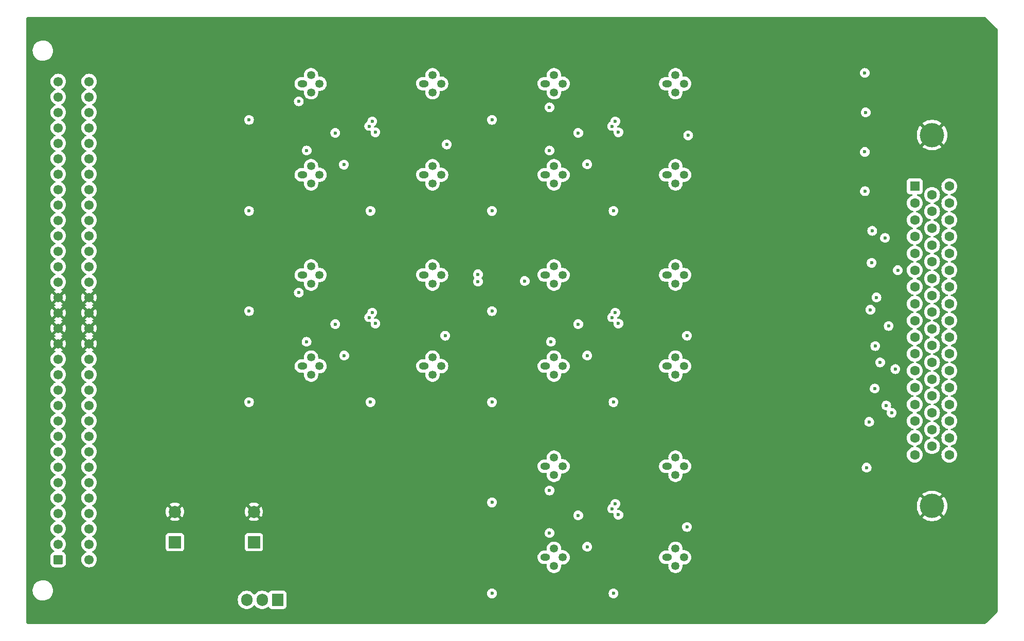
<source format=gbr>
%TF.GenerationSoftware,KiCad,Pcbnew,7.0.1*%
%TF.CreationDate,2023-05-27T02:15:05+02:00*%
%TF.ProjectId,main,6d61696e-2e6b-4696-9361-645f70636258,v1.0.1*%
%TF.SameCoordinates,Original*%
%TF.FileFunction,Copper,L2,Inr*%
%TF.FilePolarity,Positive*%
%FSLAX46Y46*%
G04 Gerber Fmt 4.6, Leading zero omitted, Abs format (unit mm)*
G04 Created by KiCad (PCBNEW 7.0.1) date 2023-05-27 02:15:05*
%MOMM*%
%LPD*%
G01*
G04 APERTURE LIST*
G04 Aperture macros list*
%AMRoundRect*
0 Rectangle with rounded corners*
0 $1 Rounding radius*
0 $2 $3 $4 $5 $6 $7 $8 $9 X,Y pos of 4 corners*
0 Add a 4 corners polygon primitive as box body*
4,1,4,$2,$3,$4,$5,$6,$7,$8,$9,$2,$3,0*
0 Add four circle primitives for the rounded corners*
1,1,$1+$1,$2,$3*
1,1,$1+$1,$4,$5*
1,1,$1+$1,$6,$7*
1,1,$1+$1,$8,$9*
0 Add four rect primitives between the rounded corners*
20,1,$1+$1,$2,$3,$4,$5,0*
20,1,$1+$1,$4,$5,$6,$7,0*
20,1,$1+$1,$6,$7,$8,$9,0*
20,1,$1+$1,$8,$9,$2,$3,0*%
G04 Aperture macros list end*
%TA.AperFunction,ComponentPad*%
%ADD10O,1.600000X1.200000*%
%TD*%
%TA.AperFunction,ComponentPad*%
%ADD11C,1.350000*%
%TD*%
%TA.AperFunction,ComponentPad*%
%ADD12R,1.905000X2.000000*%
%TD*%
%TA.AperFunction,ComponentPad*%
%ADD13O,1.905000X2.000000*%
%TD*%
%TA.AperFunction,ComponentPad*%
%ADD14C,4.000000*%
%TD*%
%TA.AperFunction,ComponentPad*%
%ADD15R,1.600000X1.600000*%
%TD*%
%TA.AperFunction,ComponentPad*%
%ADD16C,1.600000*%
%TD*%
%TA.AperFunction,ComponentPad*%
%ADD17R,2.000000X2.000000*%
%TD*%
%TA.AperFunction,ComponentPad*%
%ADD18C,2.000000*%
%TD*%
%TA.AperFunction,ComponentPad*%
%ADD19RoundRect,0.249999X0.525001X-0.525001X0.525001X0.525001X-0.525001X0.525001X-0.525001X-0.525001X0*%
%TD*%
%TA.AperFunction,ComponentPad*%
%ADD20C,1.550000*%
%TD*%
%TA.AperFunction,ViaPad*%
%ADD21C,0.600000*%
%TD*%
G04 APERTURE END LIST*
D10*
%TO.N,Net-(R36-Pad2)*%
%TO.C,U10*%
X100500000Y-117500000D03*
D11*
%TO.N,/sheet61977749/GND_zener*%
X101914214Y-118914214D03*
%TO.N,/Reference Block 1/V_heater_pos*%
X103328428Y-117500000D03*
%TO.N,/sheet61977749/GND_heater*%
X101914214Y-116085786D03*
%TD*%
D10*
%TO.N,Net-(R46-Pad2)*%
%TO.C,U13*%
X120500000Y-102500000D03*
D11*
%TO.N,/sheet61977B89/GND_zener*%
X121914214Y-103914214D03*
%TO.N,/Reference Block 1/V_heater_pos*%
X123328428Y-102500000D03*
%TO.N,/sheet61977B89/GND_heater*%
X121914214Y-101085786D03*
%TD*%
D10*
%TO.N,Net-(R31-Pad2)*%
%TO.C,U9*%
X100500000Y-102500000D03*
D11*
%TO.N,/sheet61977749/GND_zener*%
X101914214Y-103914214D03*
%TO.N,/Reference Block 1/V_heater_pos*%
X103328428Y-102500000D03*
%TO.N,/sheet61977749/GND_heater*%
X101914214Y-101085786D03*
%TD*%
D10*
%TO.N,Net-(R16-Pad2)*%
%TO.C,U5*%
X140500000Y-86000000D03*
D11*
%TO.N,/Reference Block 1/GND_zener*%
X141914214Y-87414214D03*
%TO.N,/Reference Block 1/V_heater_pos*%
X143328428Y-86000000D03*
%TO.N,/Reference Block 1/GND_heater*%
X141914214Y-84585786D03*
%TD*%
D10*
%TO.N,Net-(R86-Pad2)*%
%TO.C,U23*%
X80500000Y-71000000D03*
D11*
%TO.N,/sheet6197BEAD/GND_zener*%
X81914214Y-72414214D03*
%TO.N,/Reference Block 1/V_heater_pos*%
X83328428Y-71000000D03*
%TO.N,/sheet6197BEAD/GND_heater*%
X81914214Y-69585786D03*
%TD*%
D10*
%TO.N,Net-(R11-Pad2)*%
%TO.C,U4*%
X140500000Y-71000000D03*
D11*
%TO.N,/Reference Block 1/GND_zener*%
X141914214Y-72414214D03*
%TO.N,/Reference Block 1/V_heater_pos*%
X143328428Y-71000000D03*
%TO.N,/Reference Block 1/GND_heater*%
X141914214Y-69585786D03*
%TD*%
D10*
%TO.N,Net-(R91-Pad2)*%
%TO.C,U24*%
X100500000Y-71000000D03*
D11*
%TO.N,/sheet6197BEAD/GND_zener*%
X101914214Y-72414214D03*
%TO.N,/Reference Block 1/V_heater_pos*%
X103328428Y-71000000D03*
%TO.N,/sheet6197BEAD/GND_heater*%
X101914214Y-69585786D03*
%TD*%
D10*
%TO.N,Net-(R76-Pad2)*%
%TO.C,U20*%
X140500000Y-149000000D03*
D11*
%TO.N,/sheet6197811F/GND_zener*%
X141914214Y-150414214D03*
%TO.N,/Reference Block 1/V_heater_pos*%
X143328428Y-149000000D03*
%TO.N,/sheet6197811F/GND_heater*%
X141914214Y-147585786D03*
%TD*%
D10*
%TO.N,Net-(R51-Pad2)*%
%TO.C,U14*%
X140500000Y-102500000D03*
D11*
%TO.N,/sheet61977B89/GND_zener*%
X141914214Y-103914214D03*
%TO.N,/Reference Block 1/V_heater_pos*%
X143328428Y-102500000D03*
%TO.N,/sheet61977B89/GND_heater*%
X141914214Y-101085786D03*
%TD*%
D10*
%TO.N,Net-(R66-Pad2)*%
%TO.C,U18*%
X120500000Y-134000000D03*
D11*
%TO.N,/sheet6197811F/GND_zener*%
X121914214Y-135414214D03*
%TO.N,/Reference Block 1/V_heater_pos*%
X123328428Y-134000000D03*
%TO.N,/sheet6197811F/GND_heater*%
X121914214Y-132585786D03*
%TD*%
D10*
%TO.N,Net-(R6-Pad2)*%
%TO.C,U3*%
X120500000Y-71000000D03*
D11*
%TO.N,/Reference Block 1/GND_zener*%
X121914214Y-72414214D03*
%TO.N,/Reference Block 1/V_heater_pos*%
X123328428Y-71000000D03*
%TO.N,/Reference Block 1/GND_heater*%
X121914214Y-69585786D03*
%TD*%
D10*
%TO.N,Net-(R71-Pad2)*%
%TO.C,U19*%
X140500000Y-134000000D03*
D11*
%TO.N,/sheet6197811F/GND_zener*%
X141914214Y-135414214D03*
%TO.N,/Reference Block 1/V_heater_pos*%
X143328428Y-134000000D03*
%TO.N,/sheet6197811F/GND_heater*%
X141914214Y-132585786D03*
%TD*%
D10*
%TO.N,Net-(R26-Pad2)*%
%TO.C,U8*%
X80500000Y-102500000D03*
D11*
%TO.N,/sheet61977749/GND_zener*%
X81914214Y-103914214D03*
%TO.N,/Reference Block 1/V_heater_pos*%
X83328428Y-102500000D03*
%TO.N,/sheet61977749/GND_heater*%
X81914214Y-101085786D03*
%TD*%
D10*
%TO.N,Net-(R21-Pad2)*%
%TO.C,U7*%
X80500000Y-117500000D03*
D11*
%TO.N,/sheet61977749/GND_zener*%
X81914214Y-118914214D03*
%TO.N,/Reference Block 1/V_heater_pos*%
X83328428Y-117500000D03*
%TO.N,/sheet61977749/GND_heater*%
X81914214Y-116085786D03*
%TD*%
D12*
%TO.N,Net-(U26-ADJ)*%
%TO.C,U26*%
X76400000Y-156000000D03*
D13*
%TO.N,/Reference Block 1/V_pos*%
X73860000Y-156000000D03*
%TO.N,Net-(#FLG0101-pwr)*%
X71320000Y-156000000D03*
%TD*%
D10*
%TO.N,Net-(R81-Pad2)*%
%TO.C,U22*%
X80500000Y-86000000D03*
D11*
%TO.N,/sheet6197BEAD/GND_zener*%
X81914214Y-87414214D03*
%TO.N,/Reference Block 1/V_heater_pos*%
X83328428Y-86000000D03*
%TO.N,/sheet6197BEAD/GND_heater*%
X81914214Y-84585786D03*
%TD*%
D10*
%TO.N,Net-(R56-Pad2)*%
%TO.C,U15*%
X140500000Y-117500000D03*
D11*
%TO.N,/sheet61977B89/GND_zener*%
X141914214Y-118914214D03*
%TO.N,/Reference Block 1/V_heater_pos*%
X143328428Y-117500000D03*
%TO.N,/sheet61977B89/GND_heater*%
X141914214Y-116085786D03*
%TD*%
D10*
%TO.N,Net-(R41-Pad2)*%
%TO.C,U12*%
X120500000Y-117500000D03*
D11*
%TO.N,/sheet61977B89/GND_zener*%
X121914214Y-118914214D03*
%TO.N,/Reference Block 1/V_heater_pos*%
X123328428Y-117500000D03*
%TO.N,/sheet61977B89/GND_heater*%
X121914214Y-116085786D03*
%TD*%
D14*
%TO.N,GND*%
%TO.C,J2*%
X184140000Y-140555000D03*
X184140000Y-79445000D03*
D15*
%TO.N,/D1+*%
X181300000Y-87900000D03*
D16*
%TO.N,/D1-*%
X181300000Y-90670000D03*
%TO.N,/D4+*%
X181300000Y-93440000D03*
%TO.N,/D4-*%
X181300000Y-96180000D03*
%TO.N,/D7+*%
X181300000Y-98950000D03*
%TO.N,/D7-*%
X181300000Y-101720000D03*
%TO.N,/D10+*%
X181300000Y-104460000D03*
%TO.N,/D10-*%
X181300000Y-107230000D03*
%TO.N,/D13+*%
X181300000Y-110000000D03*
%TO.N,/D13-*%
X181300000Y-112740000D03*
%TO.N,/D16+*%
X181300000Y-115490000D03*
%TO.N,/D16-*%
X181300000Y-118280000D03*
%TO.N,/D19+*%
X181300000Y-121050000D03*
%TO.N,/D19-*%
X181300000Y-123820000D03*
%TO.N,Net-(J2-Pad15)*%
X181300000Y-126560000D03*
%TO.N,Net-(J2-Pad16)*%
X181300000Y-129330000D03*
%TO.N,unconnected-(J2-Pad17)*%
X181300000Y-132100000D03*
%TO.N,/D2+*%
X184140000Y-89300000D03*
%TO.N,/D2-*%
X184140000Y-92040000D03*
%TO.N,/D5+*%
X184140000Y-94810000D03*
%TO.N,/D5-*%
X184140000Y-97580000D03*
%TO.N,/D8+*%
X184140000Y-100320000D03*
%TO.N,/D8-*%
X184140000Y-103090000D03*
%TO.N,/D11+*%
X184140000Y-105860000D03*
%TO.N,/D11-*%
X184140000Y-108600000D03*
%TO.N,/D14+*%
X184140000Y-111400000D03*
%TO.N,/D14-*%
X184140000Y-114110000D03*
%TO.N,/D17+*%
X184140000Y-116910000D03*
%TO.N,/D17-*%
X184140000Y-119680000D03*
%TO.N,/D20+*%
X184140000Y-122420000D03*
%TO.N,/D20-*%
X184140000Y-125190000D03*
%TO.N,Net-(J2-Pad32)*%
X184140000Y-127960000D03*
%TO.N,Net-(J2-Pad33)*%
X184140000Y-130700000D03*
%TO.N,/D3+*%
X186980000Y-87900000D03*
%TO.N,/D3-*%
X186980000Y-90670000D03*
%TO.N,/D6+*%
X186980000Y-93440000D03*
%TO.N,/D6-*%
X186980000Y-96180000D03*
%TO.N,/D9+*%
X186980000Y-98950000D03*
%TO.N,/D9-*%
X186980000Y-101720000D03*
%TO.N,/D12+*%
X186980000Y-104460000D03*
%TO.N,/D12-*%
X186980000Y-107230000D03*
%TO.N,/D15+*%
X186980000Y-110000000D03*
%TO.N,/D15-*%
X186980000Y-112740000D03*
%TO.N,/D18+*%
X186980000Y-115490000D03*
%TO.N,/D18-*%
X186980000Y-118280000D03*
%TO.N,unconnected-(J2-Pad46)*%
X186980000Y-121050000D03*
%TO.N,unconnected-(J2-Pad47)*%
X186980000Y-123820000D03*
%TO.N,unconnected-(J2-Pad48)*%
X186980000Y-126560000D03*
%TO.N,unconnected-(J2-Pad49)*%
X186980000Y-129330000D03*
%TO.N,unconnected-(J2-Pad50)*%
X186980000Y-132100000D03*
%TD*%
D10*
%TO.N,Net-(R96-Pad2)*%
%TO.C,U25*%
X100500000Y-86000000D03*
D11*
%TO.N,/sheet6197BEAD/GND_zener*%
X101914214Y-87414214D03*
%TO.N,/Reference Block 1/V_heater_pos*%
X103328428Y-86000000D03*
%TO.N,/sheet6197BEAD/GND_heater*%
X101914214Y-84585786D03*
%TD*%
D10*
%TO.N,Net-(R61-Pad2)*%
%TO.C,U17*%
X120500000Y-149000000D03*
D11*
%TO.N,/sheet6197811F/GND_zener*%
X121914214Y-150414214D03*
%TO.N,/Reference Block 1/V_heater_pos*%
X123328428Y-149000000D03*
%TO.N,/sheet6197811F/GND_heater*%
X121914214Y-147585786D03*
%TD*%
D17*
%TO.N,Net-(#FLG0101-pwr)*%
%TO.C,C106*%
X59500000Y-146500000D03*
D18*
%TO.N,GND*%
X59500000Y-141500000D03*
%TD*%
D10*
%TO.N,Net-(R1-Pad2)*%
%TO.C,U2*%
X120500000Y-86000000D03*
D11*
%TO.N,/Reference Block 1/GND_zener*%
X121914214Y-87414214D03*
%TO.N,/Reference Block 1/V_heater_pos*%
X123328428Y-86000000D03*
%TO.N,/Reference Block 1/GND_heater*%
X121914214Y-84585786D03*
%TD*%
D17*
%TO.N,/Reference Block 1/V_pos*%
%TO.C,C107*%
X72500000Y-146500000D03*
D18*
%TO.N,GND*%
X72500000Y-141500000D03*
%TD*%
D19*
%TO.N,Net-(#FLG0101-pwr)*%
%TO.C,J1*%
X40300000Y-149370000D03*
D20*
X40300000Y-146830000D03*
X40300000Y-144290000D03*
%TO.N,unconnected-(J1-Pin_a4-Pada4)*%
X40300000Y-141750000D03*
%TO.N,unconnected-(J1-Pin_a5-Pada5)*%
X40300000Y-139210000D03*
%TO.N,unconnected-(J1-Pin_a6-Pada6)*%
X40300000Y-136670000D03*
%TO.N,unconnected-(J1-Pin_a7-Pada7)*%
X40300000Y-134130000D03*
%TO.N,unconnected-(J1-Pin_a8-Pada8)*%
X40300000Y-131590000D03*
%TO.N,unconnected-(J1-Pin_a9-Pada9)*%
X40300000Y-129050000D03*
%TO.N,unconnected-(J1-Pin_a10-Pada10)*%
X40300000Y-126510000D03*
%TO.N,unconnected-(J1-Pin_a11-Pada11)*%
X40300000Y-123970000D03*
%TO.N,unconnected-(J1-Pin_a12-Pada12)*%
X40300000Y-121430000D03*
%TO.N,unconnected-(J1-Pin_a13-Pada13)*%
X40300000Y-118890000D03*
%TO.N,unconnected-(J1-Pin_a14-Pada14)*%
X40300000Y-116350000D03*
%TO.N,GND*%
X40300000Y-113810000D03*
X40300000Y-111270000D03*
X40300000Y-108730000D03*
X40300000Y-106190000D03*
%TO.N,unconnected-(J1-Pin_a19-Pada19)*%
X40300000Y-103650000D03*
%TO.N,unconnected-(J1-Pin_a20-Pada20)*%
X40300000Y-101110000D03*
%TO.N,unconnected-(J1-Pin_a21-Pada21)*%
X40300000Y-98570000D03*
%TO.N,unconnected-(J1-Pin_a22-Pada22)*%
X40300000Y-96030000D03*
%TO.N,unconnected-(J1-Pin_a23-Pada23)*%
X40300000Y-93490000D03*
%TO.N,unconnected-(J1-Pin_a24-Pada24)*%
X40300000Y-90950000D03*
%TO.N,unconnected-(J1-Pin_a25-Pada25)*%
X40300000Y-88410000D03*
%TO.N,unconnected-(J1-Pin_a26-Pada26)*%
X40300000Y-85870000D03*
%TO.N,unconnected-(J1-Pin_a27-Pada27)*%
X40300000Y-83330000D03*
%TO.N,unconnected-(J1-Pin_a28-Pada28)*%
X40300000Y-80790000D03*
%TO.N,unconnected-(J1-Pin_a29-Pada29)*%
X40300000Y-78250000D03*
%TO.N,unconnected-(J1-Pin_a30-Pada30)*%
X40300000Y-75710000D03*
%TO.N,unconnected-(J1-Pin_a31-Pada31)*%
X40300000Y-73170000D03*
%TO.N,unconnected-(J1-Pin_a32-Pada32)*%
X40300000Y-70630000D03*
%TO.N,Net-(#FLG0101-pwr)*%
X45380000Y-149370000D03*
X45380000Y-146830000D03*
X45380000Y-144290000D03*
%TO.N,unconnected-(J1-Pin_c4-Padc4)*%
X45380000Y-141750000D03*
%TO.N,unconnected-(J1-Pin_c5-Padc5)*%
X45380000Y-139210000D03*
%TO.N,unconnected-(J1-Pin_c6-Padc6)*%
X45380000Y-136670000D03*
%TO.N,unconnected-(J1-Pin_c7-Padc7)*%
X45380000Y-134130000D03*
%TO.N,unconnected-(J1-Pin_c8-Padc8)*%
X45380000Y-131590000D03*
%TO.N,unconnected-(J1-Pin_c9-Padc9)*%
X45380000Y-129050000D03*
%TO.N,unconnected-(J1-Pin_c10-Padc10)*%
X45380000Y-126510000D03*
%TO.N,unconnected-(J1-Pin_c11-Padc11)*%
X45380000Y-123970000D03*
%TO.N,unconnected-(J1-Pin_c12-Padc12)*%
X45380000Y-121430000D03*
%TO.N,unconnected-(J1-Pin_c13-Padc13)*%
X45380000Y-118890000D03*
%TO.N,unconnected-(J1-Pin_c14-Padc14)*%
X45380000Y-116350000D03*
%TO.N,GND*%
X45380000Y-113810000D03*
X45380000Y-111270000D03*
X45380000Y-108730000D03*
X45380000Y-106190000D03*
%TO.N,unconnected-(J1-Pin_c19-Padc19)*%
X45380000Y-103650000D03*
%TO.N,unconnected-(J1-Pin_c20-Padc20)*%
X45380000Y-101110000D03*
%TO.N,unconnected-(J1-Pin_c21-Padc21)*%
X45380000Y-98570000D03*
%TO.N,unconnected-(J1-Pin_c22-Padc22)*%
X45380000Y-96030000D03*
%TO.N,unconnected-(J1-Pin_c23-Padc23)*%
X45380000Y-93490000D03*
%TO.N,unconnected-(J1-Pin_c24-Padc24)*%
X45380000Y-90950000D03*
%TO.N,unconnected-(J1-Pin_c25-Padc25)*%
X45380000Y-88410000D03*
%TO.N,unconnected-(J1-Pin_c26-Padc26)*%
X45380000Y-85870000D03*
%TO.N,unconnected-(J1-Pin_c27-Padc27)*%
X45380000Y-83330000D03*
%TO.N,unconnected-(J1-Pin_c28-Padc28)*%
X45380000Y-80790000D03*
%TO.N,unconnected-(J1-Pin_c29-Padc29)*%
X45380000Y-78250000D03*
%TO.N,unconnected-(J1-Pin_c30-Padc30)*%
X45380000Y-75710000D03*
%TO.N,unconnected-(J1-Pin_c31-Padc31)*%
X45380000Y-73170000D03*
%TO.N,unconnected-(J1-Pin_c32-Padc32)*%
X45380000Y-70630000D03*
%TD*%
D21*
%TO.N,GND*%
X131500000Y-142000000D03*
X131500000Y-79000000D03*
X91500000Y-110500000D03*
X80100000Y-147900000D03*
X125600000Y-140900000D03*
X91500000Y-79000000D03*
X125600000Y-77900000D03*
X125600000Y-109400000D03*
X85600000Y-77900000D03*
X131500000Y-110500000D03*
X85600000Y-109400000D03*
%TO.N,/Reference Block 1/V_pos*%
X111700000Y-154950000D03*
X111700000Y-91950000D03*
X92000000Y-77200000D03*
X131700000Y-123450000D03*
X92000000Y-108700000D03*
X132000000Y-108700000D03*
X132000000Y-140200000D03*
X71700000Y-108450000D03*
X132000000Y-77200000D03*
X111700000Y-108450000D03*
X71700000Y-91950000D03*
X131700000Y-154950000D03*
X91700000Y-123450000D03*
X131700000Y-91950000D03*
X111700000Y-123450000D03*
X111700000Y-76950000D03*
X71700000Y-76950000D03*
X91700000Y-91950000D03*
X71700000Y-123450000D03*
X111700000Y-139950000D03*
%TO.N,Net-(C5-Pad1)*%
X121175000Y-82000000D03*
%TO.N,/D1-*%
X173075000Y-69225000D03*
%TO.N,Net-(C10-Pad1)*%
X121175000Y-74900000D03*
%TO.N,/D2-*%
X173225000Y-75725000D03*
%TO.N,/D3-*%
X173075000Y-82225000D03*
%TO.N,Net-(C20-Pad1)*%
X144000000Y-79500000D03*
%TO.N,/D4-*%
X173100000Y-88700000D03*
%TO.N,Net-(C26-Pad1)*%
X81175000Y-113500000D03*
%TO.N,/D5-*%
X176400000Y-96400000D03*
%TO.N,Net-(C31-Pad1)*%
X79900000Y-105400000D03*
%TO.N,/D6+*%
X174300000Y-95225000D03*
%TO.N,/D7-*%
X178500000Y-101720000D03*
%TO.N,Net-(C41-Pad1)*%
X104000000Y-112500000D03*
%TO.N,/D8+*%
X174200000Y-100500000D03*
%TO.N,Net-(C47-Pad1)*%
X121400000Y-113500000D03*
%TO.N,/D9-*%
X175000000Y-106200000D03*
%TO.N,/D10+*%
X174000000Y-108225000D03*
%TO.N,/D11-*%
X177000000Y-110900000D03*
%TO.N,Net-(C62-Pad1)*%
X143800000Y-112500000D03*
%TO.N,/D12+*%
X174800000Y-114200000D03*
%TO.N,Net-(C68-Pad1)*%
X121175000Y-145000000D03*
%TO.N,/D13-*%
X175600000Y-116900000D03*
%TO.N,Net-(C73-Pad1)*%
X121175000Y-138000000D03*
%TO.N,/D14+*%
X174700000Y-121200000D03*
%TO.N,/D15-*%
X178100000Y-118000000D03*
%TO.N,Net-(C83-Pad1)*%
X143800000Y-144000000D03*
%TO.N,/D16+*%
X173800000Y-126700000D03*
%TO.N,Net-(C89-Pad1)*%
X81200000Y-82000000D03*
%TO.N,/D17-*%
X173375000Y-134225000D03*
%TO.N,Net-(C94-Pad1)*%
X79900000Y-73900000D03*
%TO.N,/D18-*%
X176600000Y-124000000D03*
%TO.N,/D19-*%
X177500000Y-125200000D03*
%TO.N,Net-(C104-Pad1)*%
X104250000Y-81000000D03*
%TO.N,Net-(J2-Pad16)*%
X109400000Y-102400000D03*
%TO.N,Net-(J2-Pad15)*%
X109400000Y-103600000D03*
%TO.N,/Reference Block 1/V_heater_pos*%
X125900000Y-142100000D03*
X125900000Y-79100000D03*
X125900000Y-110600000D03*
X85900000Y-79100000D03*
X85900000Y-110600000D03*
%TO.N,Net-(C52-Pad2)*%
X117100000Y-103500000D03*
%TO.N,/Reference Block 1/GND_heater*%
X127375000Y-84275000D03*
X131500000Y-78000000D03*
%TO.N,/sheet61977749/GND_heater*%
X91500000Y-109500000D03*
X87375000Y-115775000D03*
%TO.N,/sheet61977B89/GND_heater*%
X127375000Y-115775000D03*
X131500000Y-109500000D03*
%TO.N,/sheet6197811F/GND_heater*%
X127375000Y-147275000D03*
X131500000Y-141000000D03*
%TO.N,/sheet6197BEAD/GND_heater*%
X91500000Y-78000000D03*
X87325000Y-84325000D03*
%TO.N,/sheet61977B89/GND_zener*%
X132500000Y-110500000D03*
%TO.N,/sheet6197811F/GND_zener*%
X132500000Y-142000000D03*
%TO.N,/sheet6197BEAD/GND_zener*%
X92500000Y-79000000D03*
%TO.N,/sheet61977749/GND_zener*%
X92500000Y-110500000D03*
%TO.N,/Reference Block 1/GND_zener*%
X132500000Y-79000000D03*
%TD*%
%TA.AperFunction,Conductor*%
%TO.N,GND*%
G36*
X192834350Y-60034939D02*
G01*
X193092428Y-60141838D01*
X193132654Y-60168717D01*
X194831281Y-61867344D01*
X194858161Y-61907572D01*
X194965061Y-62165650D01*
X194974500Y-62213103D01*
X194974500Y-157786897D01*
X194965061Y-157834350D01*
X194858161Y-158092426D01*
X194831281Y-158132654D01*
X193132654Y-159831281D01*
X193092426Y-159858161D01*
X192834350Y-159965061D01*
X192786897Y-159974500D01*
X35275862Y-159974500D01*
X35228409Y-159965061D01*
X35188181Y-159938181D01*
X35061819Y-159811819D01*
X35034939Y-159771591D01*
X35025500Y-159724138D01*
X35025500Y-154385635D01*
X36080801Y-154385635D01*
X36087340Y-154556204D01*
X36090656Y-154642718D01*
X36139639Y-154895283D01*
X36160056Y-154952130D01*
X36226601Y-155137413D01*
X36349505Y-155363430D01*
X36505465Y-155568030D01*
X36505468Y-155568033D01*
X36505469Y-155568034D01*
X36690838Y-155746434D01*
X36901268Y-155894447D01*
X37131826Y-156008604D01*
X37377108Y-156086228D01*
X37631364Y-156125500D01*
X37824227Y-156125500D01*
X37824229Y-156125500D01*
X37848227Y-156123657D01*
X38016517Y-156110737D01*
X38029897Y-156107606D01*
X69867000Y-156107606D01*
X69881904Y-156287471D01*
X69881904Y-156287474D01*
X69881905Y-156287476D01*
X69941017Y-156520905D01*
X70037745Y-156741422D01*
X70169449Y-156943010D01*
X70332537Y-157120171D01*
X70522561Y-157268072D01*
X70734336Y-157382679D01*
X70962087Y-157460866D01*
X71199601Y-157500500D01*
X71440399Y-157500500D01*
X71677913Y-157460866D01*
X71905664Y-157382679D01*
X72117439Y-157268072D01*
X72307463Y-157120171D01*
X72470551Y-156943010D01*
X72486191Y-156919070D01*
X72530982Y-156877837D01*
X72590000Y-156862892D01*
X72649018Y-156877837D01*
X72693808Y-156919070D01*
X72709449Y-156943010D01*
X72872537Y-157120171D01*
X73062561Y-157268072D01*
X73274336Y-157382679D01*
X73502087Y-157460866D01*
X73739601Y-157500500D01*
X73980399Y-157500500D01*
X74217913Y-157460866D01*
X74445664Y-157382679D01*
X74657439Y-157268072D01*
X74799930Y-157157166D01*
X74852358Y-157133313D01*
X74909907Y-157135720D01*
X74960160Y-157163868D01*
X74992273Y-157211685D01*
X75003702Y-157242328D01*
X75003703Y-157242330D01*
X75003704Y-157242331D01*
X75089954Y-157357546D01*
X75205169Y-157443796D01*
X75340017Y-157494091D01*
X75399627Y-157500500D01*
X77400372Y-157500499D01*
X77459983Y-157494091D01*
X77594831Y-157443796D01*
X77710046Y-157357546D01*
X77796296Y-157242331D01*
X77846591Y-157107483D01*
X77853000Y-157047873D01*
X77852999Y-154952128D01*
X77852770Y-154950000D01*
X110894434Y-154950000D01*
X110914631Y-155129251D01*
X110914631Y-155129253D01*
X110914632Y-155129255D01*
X110974211Y-155299522D01*
X110974212Y-155299523D01*
X111070185Y-155452264D01*
X111197735Y-155579814D01*
X111197737Y-155579815D01*
X111197738Y-155579816D01*
X111350478Y-155675789D01*
X111520745Y-155735368D01*
X111700000Y-155755565D01*
X111879255Y-155735368D01*
X112049522Y-155675789D01*
X112202262Y-155579816D01*
X112329816Y-155452262D01*
X112425789Y-155299522D01*
X112485368Y-155129255D01*
X112505565Y-154950000D01*
X130894434Y-154950000D01*
X130914631Y-155129251D01*
X130914631Y-155129253D01*
X130914632Y-155129255D01*
X130974211Y-155299522D01*
X130974212Y-155299523D01*
X131070185Y-155452264D01*
X131197735Y-155579814D01*
X131197737Y-155579815D01*
X131197738Y-155579816D01*
X131350478Y-155675789D01*
X131520745Y-155735368D01*
X131700000Y-155755565D01*
X131879255Y-155735368D01*
X132049522Y-155675789D01*
X132202262Y-155579816D01*
X132329816Y-155452262D01*
X132425789Y-155299522D01*
X132485368Y-155129255D01*
X132505565Y-154950000D01*
X132485368Y-154770745D01*
X132425789Y-154600478D01*
X132329816Y-154447738D01*
X132329815Y-154447737D01*
X132329814Y-154447735D01*
X132202264Y-154320185D01*
X132139867Y-154280978D01*
X132049522Y-154224211D01*
X131879255Y-154164632D01*
X131879253Y-154164631D01*
X131879251Y-154164631D01*
X131700000Y-154144434D01*
X131520748Y-154164631D01*
X131520745Y-154164631D01*
X131520745Y-154164632D01*
X131350478Y-154224211D01*
X131350476Y-154224211D01*
X131350476Y-154224212D01*
X131197735Y-154320185D01*
X131070185Y-154447735D01*
X131028319Y-154514365D01*
X130974211Y-154600478D01*
X130919207Y-154757670D01*
X130914631Y-154770748D01*
X130894434Y-154950000D01*
X112505565Y-154950000D01*
X112485368Y-154770745D01*
X112425789Y-154600478D01*
X112329816Y-154447738D01*
X112329815Y-154447737D01*
X112329814Y-154447735D01*
X112202264Y-154320185D01*
X112139867Y-154280978D01*
X112049522Y-154224211D01*
X111879255Y-154164632D01*
X111879253Y-154164631D01*
X111879251Y-154164631D01*
X111700000Y-154144434D01*
X111520748Y-154164631D01*
X111520745Y-154164631D01*
X111520745Y-154164632D01*
X111350478Y-154224211D01*
X111350476Y-154224211D01*
X111350476Y-154224212D01*
X111197735Y-154320185D01*
X111070185Y-154447735D01*
X111028319Y-154514365D01*
X110974211Y-154600478D01*
X110919207Y-154757670D01*
X110914631Y-154770748D01*
X110894434Y-154950000D01*
X77852770Y-154950000D01*
X77846591Y-154892517D01*
X77796296Y-154757669D01*
X77710046Y-154642454D01*
X77594831Y-154556204D01*
X77459983Y-154505909D01*
X77400373Y-154499500D01*
X77400369Y-154499500D01*
X75399630Y-154499500D01*
X75340015Y-154505909D01*
X75205169Y-154556204D01*
X75089954Y-154642454D01*
X75003703Y-154757670D01*
X74992273Y-154788315D01*
X74960159Y-154836131D01*
X74909907Y-154864279D01*
X74852358Y-154866686D01*
X74799930Y-154842833D01*
X74791319Y-154836131D01*
X74657439Y-154731928D01*
X74445664Y-154617321D01*
X74445660Y-154617319D01*
X74445659Y-154617319D01*
X74217915Y-154539134D01*
X73980399Y-154499500D01*
X73739601Y-154499500D01*
X73502084Y-154539134D01*
X73274340Y-154617319D01*
X73274336Y-154617320D01*
X73274336Y-154617321D01*
X73133152Y-154693725D01*
X73062559Y-154731929D01*
X72872536Y-154879829D01*
X72709445Y-155056994D01*
X72693805Y-155080932D01*
X72649013Y-155122163D01*
X72589996Y-155137107D01*
X72530980Y-155122161D01*
X72486191Y-155080929D01*
X72470551Y-155056990D01*
X72307463Y-154879829D01*
X72117439Y-154731928D01*
X71905664Y-154617321D01*
X71905660Y-154617319D01*
X71905659Y-154617319D01*
X71677915Y-154539134D01*
X71440399Y-154499500D01*
X71199601Y-154499500D01*
X70962084Y-154539134D01*
X70734340Y-154617319D01*
X70734336Y-154617320D01*
X70734336Y-154617321D01*
X70593152Y-154693725D01*
X70522559Y-154731929D01*
X70332536Y-154879829D01*
X70169448Y-155056991D01*
X70037745Y-155258577D01*
X69941017Y-155479093D01*
X69881904Y-155712528D01*
X69867000Y-155892394D01*
X69867000Y-156107606D01*
X38029897Y-156107606D01*
X38267021Y-156052117D01*
X38505641Y-155955944D01*
X38726783Y-155824474D01*
X38925265Y-155660787D01*
X39096435Y-155468720D01*
X39164621Y-155363428D01*
X39236278Y-155252777D01*
X39287995Y-155137413D01*
X39341521Y-155018014D01*
X39409693Y-154769939D01*
X39439198Y-154514365D01*
X39429344Y-154257282D01*
X39380361Y-154004717D01*
X39293399Y-153762588D01*
X39170496Y-153536572D01*
X39090237Y-153431282D01*
X39014534Y-153331969D01*
X39014531Y-153331966D01*
X38829162Y-153153566D01*
X38618732Y-153005553D01*
X38618730Y-153005552D01*
X38388173Y-152891395D01*
X38142894Y-152813772D01*
X37973388Y-152787590D01*
X37888636Y-152774500D01*
X37695773Y-152774500D01*
X37695771Y-152774500D01*
X37503483Y-152789263D01*
X37252979Y-152847882D01*
X37014360Y-152944055D01*
X36793217Y-153075525D01*
X36594733Y-153239213D01*
X36423562Y-153431282D01*
X36283721Y-153647222D01*
X36178478Y-153881987D01*
X36110307Y-154130057D01*
X36080801Y-154385635D01*
X35025500Y-154385635D01*
X35025500Y-146829999D01*
X39019627Y-146829999D01*
X39039079Y-147052331D01*
X39096844Y-147267914D01*
X39147677Y-147376925D01*
X39191165Y-147470186D01*
X39319178Y-147653007D01*
X39476993Y-147810822D01*
X39606562Y-147901547D01*
X39649296Y-147954007D01*
X39658128Y-148021092D01*
X39630427Y-148082826D01*
X39574441Y-148120827D01*
X39455665Y-148160186D01*
X39455663Y-148160186D01*
X39455663Y-148160187D01*
X39306342Y-148252288D01*
X39182288Y-148376342D01*
X39090186Y-148525664D01*
X39035000Y-148692201D01*
X39024500Y-148794990D01*
X39024500Y-149945010D01*
X39035000Y-150047798D01*
X39090186Y-150214335D01*
X39182288Y-150363657D01*
X39306342Y-150487711D01*
X39306344Y-150487712D01*
X39455665Y-150579814D01*
X39567015Y-150616712D01*
X39622201Y-150634999D01*
X39724990Y-150645500D01*
X40875010Y-150645500D01*
X40977798Y-150634999D01*
X40977798Y-150634998D01*
X41144335Y-150579814D01*
X41293656Y-150487712D01*
X41417712Y-150363656D01*
X41509814Y-150214335D01*
X41564999Y-150047798D01*
X41575500Y-149945010D01*
X41575500Y-149369999D01*
X44099627Y-149369999D01*
X44119079Y-149592331D01*
X44176844Y-149807914D01*
X44227677Y-149916925D01*
X44271165Y-150010186D01*
X44399178Y-150193007D01*
X44556993Y-150350822D01*
X44739814Y-150478835D01*
X44942087Y-150573156D01*
X45157666Y-150630920D01*
X45305888Y-150643887D01*
X45379999Y-150650372D01*
X45379999Y-150650371D01*
X45380000Y-150650372D01*
X45602334Y-150630920D01*
X45817913Y-150573156D01*
X46020186Y-150478835D01*
X46203007Y-150350822D01*
X46360822Y-150193007D01*
X46488835Y-150010186D01*
X46583156Y-149807913D01*
X46640920Y-149592334D01*
X46660372Y-149370000D01*
X46640920Y-149147666D01*
X46587258Y-148947396D01*
X119195746Y-148947396D01*
X119205746Y-149157330D01*
X119255297Y-149361580D01*
X119342602Y-149552752D01*
X119391538Y-149621472D01*
X119464514Y-149723952D01*
X119616622Y-149868986D01*
X119688964Y-149915478D01*
X119793425Y-149982612D01*
X119832580Y-149998287D01*
X119988543Y-150060725D01*
X120126124Y-150087241D01*
X120194914Y-150100500D01*
X120626726Y-150100500D01*
X120692003Y-150119073D01*
X120737726Y-150169228D01*
X120750197Y-150235941D01*
X120733678Y-150414213D01*
X120753778Y-150631139D01*
X120813395Y-150840671D01*
X120910501Y-151035685D01*
X121041787Y-151209537D01*
X121189707Y-151344383D01*
X121202782Y-151356302D01*
X121295392Y-151413643D01*
X121388005Y-151470987D01*
X121572205Y-151542346D01*
X121591145Y-151549684D01*
X121805288Y-151589714D01*
X122023138Y-151589714D01*
X122023140Y-151589714D01*
X122237283Y-151549684D01*
X122372710Y-151497218D01*
X122440422Y-151470987D01*
X122440424Y-151470986D01*
X122625646Y-151356302D01*
X122786641Y-151209536D01*
X122917926Y-151035686D01*
X123015031Y-150840673D01*
X123015032Y-150840671D01*
X123074649Y-150631139D01*
X123087939Y-150487711D01*
X123094750Y-150414214D01*
X123085180Y-150310939D01*
X123097651Y-150244229D01*
X123143373Y-150194073D01*
X123208651Y-150175500D01*
X123437352Y-150175500D01*
X123437354Y-150175500D01*
X123651497Y-150135470D01*
X123786924Y-150083004D01*
X123854636Y-150056773D01*
X123854638Y-150056772D01*
X124039860Y-149942088D01*
X124200855Y-149795322D01*
X124332140Y-149621472D01*
X124429245Y-149426459D01*
X124445309Y-149370000D01*
X124488863Y-149216925D01*
X124495280Y-149147668D01*
X124508964Y-149000000D01*
X124504089Y-148947396D01*
X139195746Y-148947396D01*
X139205746Y-149157330D01*
X139255297Y-149361580D01*
X139342602Y-149552752D01*
X139391538Y-149621472D01*
X139464514Y-149723952D01*
X139616622Y-149868986D01*
X139688964Y-149915478D01*
X139793425Y-149982612D01*
X139832580Y-149998287D01*
X139988543Y-150060725D01*
X140126124Y-150087241D01*
X140194914Y-150100500D01*
X140626726Y-150100500D01*
X140692003Y-150119073D01*
X140737726Y-150169228D01*
X140750197Y-150235941D01*
X140733678Y-150414213D01*
X140753778Y-150631139D01*
X140813395Y-150840671D01*
X140910501Y-151035685D01*
X141041787Y-151209537D01*
X141189707Y-151344383D01*
X141202782Y-151356302D01*
X141295392Y-151413643D01*
X141388005Y-151470987D01*
X141572205Y-151542346D01*
X141591145Y-151549684D01*
X141805288Y-151589714D01*
X142023138Y-151589714D01*
X142023140Y-151589714D01*
X142237283Y-151549684D01*
X142372710Y-151497218D01*
X142440422Y-151470987D01*
X142440424Y-151470986D01*
X142625646Y-151356302D01*
X142786641Y-151209536D01*
X142917926Y-151035686D01*
X143015031Y-150840673D01*
X143015032Y-150840671D01*
X143074649Y-150631139D01*
X143087939Y-150487711D01*
X143094750Y-150414214D01*
X143085180Y-150310939D01*
X143097651Y-150244229D01*
X143143373Y-150194073D01*
X143208651Y-150175500D01*
X143437352Y-150175500D01*
X143437354Y-150175500D01*
X143651497Y-150135470D01*
X143786924Y-150083004D01*
X143854636Y-150056773D01*
X143854638Y-150056772D01*
X144039860Y-149942088D01*
X144200855Y-149795322D01*
X144332140Y-149621472D01*
X144429245Y-149426459D01*
X144445309Y-149370000D01*
X144488863Y-149216925D01*
X144495280Y-149147668D01*
X144508964Y-149000000D01*
X144488863Y-148783077D01*
X144488863Y-148783074D01*
X144429246Y-148573542D01*
X144332140Y-148378528D01*
X144200854Y-148204676D01*
X144039860Y-148057912D01*
X143854636Y-147943226D01*
X143651501Y-147864531D01*
X143651498Y-147864530D01*
X143651497Y-147864530D01*
X143437354Y-147824500D01*
X143219502Y-147824500D01*
X143208651Y-147824500D01*
X143143373Y-147805927D01*
X143097651Y-147755771D01*
X143085180Y-147689059D01*
X143094750Y-147585786D01*
X143074649Y-147368863D01*
X143074649Y-147368860D01*
X143015032Y-147159328D01*
X142917926Y-146964314D01*
X142786640Y-146790462D01*
X142625646Y-146643698D01*
X142440422Y-146529012D01*
X142237287Y-146450317D01*
X142237284Y-146450316D01*
X142237283Y-146450316D01*
X142023140Y-146410286D01*
X141805288Y-146410286D01*
X141591145Y-146450316D01*
X141591140Y-146450317D01*
X141388005Y-146529012D01*
X141202781Y-146643698D01*
X141041787Y-146790462D01*
X140910501Y-146964314D01*
X140813395Y-147159328D01*
X140753778Y-147368860D01*
X140733678Y-147585786D01*
X140750197Y-147764059D01*
X140737726Y-147830772D01*
X140692003Y-147880927D01*
X140626726Y-147899500D01*
X140247575Y-147899500D01*
X140149579Y-147908857D01*
X140090779Y-147914472D01*
X139889126Y-147973683D01*
X139702315Y-148069990D01*
X139537115Y-148199906D01*
X139399479Y-148358745D01*
X139294396Y-148540754D01*
X139225655Y-148739366D01*
X139195746Y-148947396D01*
X124504089Y-148947396D01*
X124488863Y-148783077D01*
X124488863Y-148783074D01*
X124429246Y-148573542D01*
X124332140Y-148378528D01*
X124200854Y-148204676D01*
X124039860Y-148057912D01*
X123854636Y-147943226D01*
X123651501Y-147864531D01*
X123651498Y-147864530D01*
X123651497Y-147864530D01*
X123437354Y-147824500D01*
X123219502Y-147824500D01*
X123208651Y-147824500D01*
X123143373Y-147805927D01*
X123097651Y-147755771D01*
X123085180Y-147689059D01*
X123094750Y-147585786D01*
X123074649Y-147368863D01*
X123074649Y-147368860D01*
X123047944Y-147275000D01*
X126569434Y-147275000D01*
X126589631Y-147454251D01*
X126589631Y-147454253D01*
X126589632Y-147454255D01*
X126649211Y-147624522D01*
X126667111Y-147653010D01*
X126745185Y-147777264D01*
X126872735Y-147904814D01*
X126872737Y-147904815D01*
X126872738Y-147904816D01*
X127025478Y-148000789D01*
X127195745Y-148060368D01*
X127375000Y-148080565D01*
X127554255Y-148060368D01*
X127724522Y-148000789D01*
X127877262Y-147904816D01*
X128004816Y-147777262D01*
X128100789Y-147624522D01*
X128160368Y-147454255D01*
X128180565Y-147275000D01*
X128179766Y-147267913D01*
X128160368Y-147095748D01*
X128160368Y-147095745D01*
X128100789Y-146925478D01*
X128004816Y-146772738D01*
X128004815Y-146772737D01*
X128004814Y-146772735D01*
X127877264Y-146645185D01*
X127814867Y-146605979D01*
X127724522Y-146549211D01*
X127554255Y-146489632D01*
X127554253Y-146489631D01*
X127554251Y-146489631D01*
X127375000Y-146469434D01*
X127195748Y-146489631D01*
X127195745Y-146489631D01*
X127195745Y-146489632D01*
X127025478Y-146549211D01*
X127025476Y-146549211D01*
X127025476Y-146549212D01*
X126872735Y-146645185D01*
X126745185Y-146772735D01*
X126649212Y-146925476D01*
X126589631Y-147095748D01*
X126569434Y-147275000D01*
X123047944Y-147275000D01*
X123015032Y-147159328D01*
X122917926Y-146964314D01*
X122786640Y-146790462D01*
X122625646Y-146643698D01*
X122440422Y-146529012D01*
X122237287Y-146450317D01*
X122237284Y-146450316D01*
X122237283Y-146450316D01*
X122023140Y-146410286D01*
X121805288Y-146410286D01*
X121591145Y-146450316D01*
X121591140Y-146450317D01*
X121388005Y-146529012D01*
X121202781Y-146643698D01*
X121041787Y-146790462D01*
X120910501Y-146964314D01*
X120813395Y-147159328D01*
X120753778Y-147368860D01*
X120733678Y-147585786D01*
X120750197Y-147764059D01*
X120737726Y-147830772D01*
X120692003Y-147880927D01*
X120626726Y-147899500D01*
X120247575Y-147899500D01*
X120149579Y-147908857D01*
X120090779Y-147914472D01*
X119889126Y-147973683D01*
X119702315Y-148069990D01*
X119537115Y-148199906D01*
X119399479Y-148358745D01*
X119294396Y-148540754D01*
X119225655Y-148739366D01*
X119195746Y-148947396D01*
X46587258Y-148947396D01*
X46583156Y-148932087D01*
X46488835Y-148729814D01*
X46360822Y-148546993D01*
X46203007Y-148389178D01*
X46020186Y-148261165D01*
X46020182Y-148261162D01*
X45915570Y-148212382D01*
X45863394Y-148166625D01*
X45843974Y-148100000D01*
X45863394Y-148033375D01*
X45915570Y-147987618D01*
X46020182Y-147938837D01*
X46020182Y-147938836D01*
X46020186Y-147938835D01*
X46203007Y-147810822D01*
X46360822Y-147653007D01*
X46434441Y-147547869D01*
X57999500Y-147547869D01*
X58005909Y-147607484D01*
X58022888Y-147653007D01*
X58056204Y-147742331D01*
X58142454Y-147857546D01*
X58257669Y-147943796D01*
X58392517Y-147994091D01*
X58452127Y-148000500D01*
X60547872Y-148000499D01*
X60607483Y-147994091D01*
X60742331Y-147943796D01*
X60857546Y-147857546D01*
X60943796Y-147742331D01*
X60994091Y-147607483D01*
X61000500Y-147547873D01*
X61000500Y-147547869D01*
X70999500Y-147547869D01*
X71005909Y-147607484D01*
X71022888Y-147653007D01*
X71056204Y-147742331D01*
X71142454Y-147857546D01*
X71257669Y-147943796D01*
X71392517Y-147994091D01*
X71452127Y-148000500D01*
X73547872Y-148000499D01*
X73607483Y-147994091D01*
X73742331Y-147943796D01*
X73857546Y-147857546D01*
X73943796Y-147742331D01*
X73994091Y-147607483D01*
X74000500Y-147547873D01*
X74000499Y-145452128D01*
X73994091Y-145392517D01*
X73943796Y-145257669D01*
X73857546Y-145142454D01*
X73742331Y-145056204D01*
X73607483Y-145005909D01*
X73552523Y-145000000D01*
X120369434Y-145000000D01*
X120389631Y-145179251D01*
X120389631Y-145179253D01*
X120389632Y-145179255D01*
X120449211Y-145349522D01*
X120480198Y-145398837D01*
X120545185Y-145502264D01*
X120672735Y-145629814D01*
X120672737Y-145629815D01*
X120672738Y-145629816D01*
X120825478Y-145725789D01*
X120995745Y-145785368D01*
X121175000Y-145805565D01*
X121354255Y-145785368D01*
X121524522Y-145725789D01*
X121677262Y-145629816D01*
X121804816Y-145502262D01*
X121900789Y-145349522D01*
X121960368Y-145179255D01*
X121980565Y-145000000D01*
X121960368Y-144820745D01*
X121900789Y-144650478D01*
X121804816Y-144497738D01*
X121804815Y-144497737D01*
X121804814Y-144497735D01*
X121677264Y-144370185D01*
X121549650Y-144290000D01*
X121524522Y-144274211D01*
X121354255Y-144214632D01*
X121354253Y-144214631D01*
X121354251Y-144214631D01*
X121175000Y-144194434D01*
X120995748Y-144214631D01*
X120995745Y-144214631D01*
X120995745Y-144214632D01*
X120825478Y-144274211D01*
X120825476Y-144274211D01*
X120825476Y-144274212D01*
X120672735Y-144370185D01*
X120545185Y-144497735D01*
X120449212Y-144650476D01*
X120449211Y-144650478D01*
X120422115Y-144727914D01*
X120389631Y-144820748D01*
X120369434Y-145000000D01*
X73552523Y-145000000D01*
X73547873Y-144999500D01*
X73547869Y-144999500D01*
X71452130Y-144999500D01*
X71392515Y-145005909D01*
X71257669Y-145056204D01*
X71142454Y-145142454D01*
X71056204Y-145257668D01*
X71005909Y-145392516D01*
X70999500Y-145452130D01*
X70999500Y-147547869D01*
X61000500Y-147547869D01*
X61000499Y-145452128D01*
X60994091Y-145392517D01*
X60943796Y-145257669D01*
X60857546Y-145142454D01*
X60742331Y-145056204D01*
X60607483Y-145005909D01*
X60547873Y-144999500D01*
X60547869Y-144999500D01*
X58452130Y-144999500D01*
X58392515Y-145005909D01*
X58257669Y-145056204D01*
X58142454Y-145142454D01*
X58056204Y-145257668D01*
X58005909Y-145392516D01*
X57999500Y-145452130D01*
X57999500Y-147547869D01*
X46434441Y-147547869D01*
X46488835Y-147470186D01*
X46583156Y-147267913D01*
X46640920Y-147052334D01*
X46660372Y-146830000D01*
X46640920Y-146607666D01*
X46583156Y-146392087D01*
X46488835Y-146189814D01*
X46360822Y-146006993D01*
X46203007Y-145849178D01*
X46020186Y-145721165D01*
X46020182Y-145721162D01*
X45915570Y-145672382D01*
X45863394Y-145626625D01*
X45843974Y-145560000D01*
X45863394Y-145493375D01*
X45915570Y-145447618D01*
X46020182Y-145398837D01*
X46020182Y-145398836D01*
X46020186Y-145398835D01*
X46203007Y-145270822D01*
X46360822Y-145113007D01*
X46488835Y-144930186D01*
X46583156Y-144727913D01*
X46640920Y-144512334D01*
X46660372Y-144290000D01*
X46640920Y-144067666D01*
X46622789Y-143999999D01*
X142994434Y-143999999D01*
X143014631Y-144179251D01*
X143014631Y-144179253D01*
X143014632Y-144179255D01*
X143074211Y-144349522D01*
X143130978Y-144439867D01*
X143170185Y-144502264D01*
X143297735Y-144629814D01*
X143297737Y-144629815D01*
X143297738Y-144629816D01*
X143450478Y-144725789D01*
X143620745Y-144785368D01*
X143800000Y-144805565D01*
X143979255Y-144785368D01*
X144149522Y-144725789D01*
X144302262Y-144629816D01*
X144429816Y-144502262D01*
X144525789Y-144349522D01*
X144585368Y-144179255D01*
X144605565Y-144000000D01*
X144585368Y-143820745D01*
X144525789Y-143650478D01*
X144429816Y-143497738D01*
X144429815Y-143497737D01*
X144429814Y-143497735D01*
X144302264Y-143370185D01*
X144205176Y-143309181D01*
X144149522Y-143274211D01*
X143979255Y-143214632D01*
X143979253Y-143214631D01*
X143979251Y-143214631D01*
X143800000Y-143194434D01*
X143620748Y-143214631D01*
X143620745Y-143214631D01*
X143620745Y-143214632D01*
X143450478Y-143274211D01*
X143450476Y-143274211D01*
X143450476Y-143274212D01*
X143297735Y-143370185D01*
X143170185Y-143497735D01*
X143074212Y-143650476D01*
X143014631Y-143820748D01*
X142994434Y-143999999D01*
X46622789Y-143999999D01*
X46583156Y-143852087D01*
X46488835Y-143649814D01*
X46360822Y-143466993D01*
X46203007Y-143309178D01*
X46053328Y-143204371D01*
X46020182Y-143181162D01*
X45915570Y-143132382D01*
X45863394Y-143086625D01*
X45843974Y-143020000D01*
X45863394Y-142953375D01*
X45915570Y-142907618D01*
X46020182Y-142858837D01*
X46020182Y-142858836D01*
X46020186Y-142858835D01*
X46203007Y-142730822D01*
X46210219Y-142723610D01*
X58629942Y-142723610D01*
X58676766Y-142760055D01*
X58895393Y-142878368D01*
X59130506Y-142959083D01*
X59375707Y-143000000D01*
X59624293Y-143000000D01*
X59869493Y-142959083D01*
X60104606Y-142878368D01*
X60323233Y-142760053D01*
X60370055Y-142723610D01*
X71629942Y-142723610D01*
X71676766Y-142760055D01*
X71895393Y-142878368D01*
X72130506Y-142959083D01*
X72375707Y-143000000D01*
X72624293Y-143000000D01*
X72869493Y-142959083D01*
X73104606Y-142878368D01*
X73323233Y-142760053D01*
X73370056Y-142723609D01*
X72500000Y-141853553D01*
X71629942Y-142723609D01*
X71629942Y-142723610D01*
X60370055Y-142723610D01*
X60370056Y-142723609D01*
X59500000Y-141853553D01*
X58629942Y-142723609D01*
X58629942Y-142723610D01*
X46210219Y-142723610D01*
X46360822Y-142573007D01*
X46488835Y-142390186D01*
X46583156Y-142187913D01*
X46640920Y-141972334D01*
X46660372Y-141750000D01*
X46640920Y-141527666D01*
X46633507Y-141500000D01*
X57994858Y-141500000D01*
X58015386Y-141747732D01*
X58076413Y-141988721D01*
X58176268Y-142216370D01*
X58276563Y-142369882D01*
X58276564Y-142369882D01*
X59146447Y-141500001D01*
X59853553Y-141500001D01*
X60723434Y-142369882D01*
X60823730Y-142216369D01*
X60923586Y-141988721D01*
X60984613Y-141747732D01*
X61005141Y-141500000D01*
X70994858Y-141500000D01*
X71015386Y-141747732D01*
X71076413Y-141988721D01*
X71176268Y-142216370D01*
X71276563Y-142369882D01*
X71276564Y-142369882D01*
X72146447Y-141500001D01*
X72853553Y-141500001D01*
X73723434Y-142369882D01*
X73823730Y-142216369D01*
X73874775Y-142099999D01*
X125094434Y-142099999D01*
X125114631Y-142279251D01*
X125114631Y-142279253D01*
X125114632Y-142279255D01*
X125174211Y-142449522D01*
X125174212Y-142449523D01*
X125270185Y-142602264D01*
X125397735Y-142729814D01*
X125397737Y-142729815D01*
X125397738Y-142729816D01*
X125550478Y-142825789D01*
X125720745Y-142885368D01*
X125900000Y-142905565D01*
X126079255Y-142885368D01*
X126249522Y-142825789D01*
X126402262Y-142729816D01*
X126529816Y-142602262D01*
X126625789Y-142449522D01*
X126685368Y-142279255D01*
X126705565Y-142100000D01*
X126685368Y-141920745D01*
X126625789Y-141750478D01*
X126529816Y-141597738D01*
X126529815Y-141597737D01*
X126529814Y-141597735D01*
X126402264Y-141470185D01*
X126339867Y-141430978D01*
X126249522Y-141374211D01*
X126079255Y-141314632D01*
X126079253Y-141314631D01*
X126079251Y-141314631D01*
X125900000Y-141294434D01*
X125720748Y-141314631D01*
X125720745Y-141314631D01*
X125720745Y-141314632D01*
X125550478Y-141374211D01*
X125550476Y-141374211D01*
X125550476Y-141374212D01*
X125397735Y-141470185D01*
X125270185Y-141597735D01*
X125237046Y-141650476D01*
X125174211Y-141750478D01*
X125128697Y-141880550D01*
X125114631Y-141920748D01*
X125094434Y-142099999D01*
X73874775Y-142099999D01*
X73923586Y-141988721D01*
X73984613Y-141747732D01*
X74005141Y-141500000D01*
X73984613Y-141252267D01*
X73923586Y-141011278D01*
X73918639Y-141000000D01*
X130694434Y-141000000D01*
X130714631Y-141179251D01*
X130714631Y-141179253D01*
X130714632Y-141179255D01*
X130774211Y-141349522D01*
X130789724Y-141374211D01*
X130870185Y-141502264D01*
X130997735Y-141629814D01*
X130997737Y-141629815D01*
X130997738Y-141629816D01*
X131150478Y-141725789D01*
X131320745Y-141785368D01*
X131428298Y-141797486D01*
X131499998Y-141805565D01*
X131499998Y-141805564D01*
X131500000Y-141805565D01*
X131564610Y-141798285D01*
X131619448Y-141804463D01*
X131666175Y-141833823D01*
X131695535Y-141880550D01*
X131701714Y-141935388D01*
X131694434Y-141999999D01*
X131714631Y-142179251D01*
X131714631Y-142179253D01*
X131714632Y-142179255D01*
X131774211Y-142349522D01*
X131774212Y-142349523D01*
X131870185Y-142502264D01*
X131997735Y-142629814D01*
X131997737Y-142629815D01*
X131997738Y-142629816D01*
X132150478Y-142725789D01*
X132320745Y-142785368D01*
X132500000Y-142805565D01*
X132679255Y-142785368D01*
X132849522Y-142725789D01*
X133002262Y-142629816D01*
X133129816Y-142502262D01*
X133135272Y-142493579D01*
X182554971Y-142493579D01*
X182554972Y-142493581D01*
X182797783Y-142669993D01*
X183073448Y-142821540D01*
X183365928Y-142937341D01*
X183670620Y-143015573D01*
X183982711Y-143055000D01*
X184297289Y-143055000D01*
X184609379Y-143015573D01*
X184914071Y-142937341D01*
X185206551Y-142821540D01*
X185482212Y-142669995D01*
X185725026Y-142493579D01*
X185725027Y-142493579D01*
X184140000Y-140908553D01*
X182554971Y-142493579D01*
X133135272Y-142493579D01*
X133225789Y-142349522D01*
X133285368Y-142179255D01*
X133305565Y-142000000D01*
X133285368Y-141820745D01*
X133225789Y-141650478D01*
X133129816Y-141497738D01*
X133129815Y-141497737D01*
X133129814Y-141497735D01*
X133002264Y-141370185D01*
X132939867Y-141330978D01*
X132849522Y-141274211D01*
X132679255Y-141214632D01*
X132679253Y-141214631D01*
X132679251Y-141214631D01*
X132499999Y-141194434D01*
X132435388Y-141201714D01*
X132380550Y-141195535D01*
X132333823Y-141166175D01*
X132304463Y-141119448D01*
X132298285Y-141064609D01*
X132304529Y-141009197D01*
X132322756Y-140957109D01*
X132361775Y-140918089D01*
X132502262Y-140829816D01*
X132629816Y-140702262D01*
X132722347Y-140555000D01*
X181635056Y-140555000D01*
X181654808Y-140868948D01*
X181713754Y-141177957D01*
X181810961Y-141477126D01*
X181944904Y-141761769D01*
X182113456Y-142027364D01*
X182204287Y-142137159D01*
X183786447Y-140555001D01*
X184493553Y-140555001D01*
X186075712Y-142137160D01*
X186075713Y-142137160D01*
X186166536Y-142027374D01*
X186335097Y-141761765D01*
X186469038Y-141477126D01*
X186566245Y-141177957D01*
X186625191Y-140868948D01*
X186644943Y-140555000D01*
X186625191Y-140241051D01*
X186566245Y-139932042D01*
X186469038Y-139632873D01*
X186335097Y-139348234D01*
X186166537Y-139082627D01*
X186075712Y-138972838D01*
X184493553Y-140554999D01*
X184493553Y-140555001D01*
X183786447Y-140555001D01*
X183786447Y-140555000D01*
X182204286Y-138972838D01*
X182204285Y-138972838D01*
X182113459Y-139082630D01*
X181944904Y-139348230D01*
X181810961Y-139632873D01*
X181713754Y-139932042D01*
X181654808Y-140241051D01*
X181635056Y-140555000D01*
X132722347Y-140555000D01*
X132725789Y-140549522D01*
X132785368Y-140379255D01*
X132805565Y-140200000D01*
X132804530Y-140190818D01*
X132796735Y-140121631D01*
X132785368Y-140020745D01*
X132725789Y-139850478D01*
X132629816Y-139697738D01*
X132629815Y-139697737D01*
X132629814Y-139697735D01*
X132502264Y-139570185D01*
X132439867Y-139530979D01*
X132349522Y-139474211D01*
X132179255Y-139414632D01*
X132179253Y-139414631D01*
X132179251Y-139414631D01*
X132000000Y-139394434D01*
X131820748Y-139414631D01*
X131820745Y-139414631D01*
X131820745Y-139414632D01*
X131650478Y-139474211D01*
X131650476Y-139474211D01*
X131650476Y-139474212D01*
X131497735Y-139570185D01*
X131370185Y-139697735D01*
X131274212Y-139850476D01*
X131214631Y-140020749D01*
X131195470Y-140190801D01*
X131177244Y-140242889D01*
X131138222Y-140281911D01*
X130997736Y-140370184D01*
X130870185Y-140497735D01*
X130774212Y-140650476D01*
X130774211Y-140650478D01*
X130732676Y-140769178D01*
X130714631Y-140820748D01*
X130694434Y-141000000D01*
X73918639Y-141000000D01*
X73823730Y-140783630D01*
X73723434Y-140630116D01*
X72853553Y-141500000D01*
X72853553Y-141500001D01*
X72146447Y-141500001D01*
X72146447Y-141500000D01*
X71276564Y-140630116D01*
X71176266Y-140783634D01*
X71076413Y-141011278D01*
X71015386Y-141252267D01*
X70994858Y-141500000D01*
X61005141Y-141500000D01*
X60984613Y-141252267D01*
X60923586Y-141011278D01*
X60823730Y-140783630D01*
X60723434Y-140630116D01*
X59853553Y-141500000D01*
X59853553Y-141500001D01*
X59146447Y-141500001D01*
X59146447Y-141500000D01*
X58276564Y-140630116D01*
X58176266Y-140783634D01*
X58076413Y-141011278D01*
X58015386Y-141252267D01*
X57994858Y-141500000D01*
X46633507Y-141500000D01*
X46583156Y-141312087D01*
X46488835Y-141109814D01*
X46360822Y-140926993D01*
X46203007Y-140769178D01*
X46033486Y-140650478D01*
X46020182Y-140641162D01*
X45915570Y-140592382D01*
X45863394Y-140546625D01*
X45843974Y-140480000D01*
X45863394Y-140413375D01*
X45915570Y-140367618D01*
X46020182Y-140318837D01*
X46020182Y-140318836D01*
X46020186Y-140318835D01*
X46080804Y-140276390D01*
X58629942Y-140276390D01*
X59500000Y-141146447D01*
X59500001Y-141146447D01*
X60370057Y-140276390D01*
X71629942Y-140276390D01*
X72500000Y-141146447D01*
X72500001Y-141146447D01*
X73370057Y-140276390D01*
X73370056Y-140276388D01*
X73323235Y-140239947D01*
X73104606Y-140121631D01*
X72869493Y-140040916D01*
X72624293Y-140000000D01*
X72375707Y-140000000D01*
X72130506Y-140040916D01*
X71895393Y-140121631D01*
X71676764Y-140239946D01*
X71629942Y-140276388D01*
X71629942Y-140276390D01*
X60370057Y-140276390D01*
X60370056Y-140276388D01*
X60323235Y-140239947D01*
X60104606Y-140121631D01*
X59869493Y-140040916D01*
X59624293Y-140000000D01*
X59375707Y-140000000D01*
X59130506Y-140040916D01*
X58895393Y-140121631D01*
X58676764Y-140239946D01*
X58629942Y-140276388D01*
X58629942Y-140276390D01*
X46080804Y-140276390D01*
X46203007Y-140190822D01*
X46360822Y-140033007D01*
X46418944Y-139950000D01*
X110894434Y-139950000D01*
X110914631Y-140129251D01*
X110914631Y-140129253D01*
X110914632Y-140129255D01*
X110974211Y-140299522D01*
X111016999Y-140367618D01*
X111070185Y-140452264D01*
X111197735Y-140579814D01*
X111197737Y-140579815D01*
X111197738Y-140579816D01*
X111350478Y-140675789D01*
X111520745Y-140735368D01*
X111700000Y-140755565D01*
X111879255Y-140735368D01*
X112049522Y-140675789D01*
X112202262Y-140579816D01*
X112329816Y-140452262D01*
X112425789Y-140299522D01*
X112485368Y-140129255D01*
X112505565Y-139950000D01*
X112485368Y-139770745D01*
X112425789Y-139600478D01*
X112329816Y-139447738D01*
X112329815Y-139447737D01*
X112329814Y-139447735D01*
X112202264Y-139320185D01*
X112139867Y-139280979D01*
X112049522Y-139224211D01*
X111879255Y-139164632D01*
X111879253Y-139164631D01*
X111879251Y-139164631D01*
X111700000Y-139144434D01*
X111520748Y-139164631D01*
X111520745Y-139164631D01*
X111520745Y-139164632D01*
X111350478Y-139224211D01*
X111350476Y-139224211D01*
X111350476Y-139224212D01*
X111197735Y-139320185D01*
X111070185Y-139447735D01*
X110993246Y-139570184D01*
X110974211Y-139600478D01*
X110940179Y-139697735D01*
X110914631Y-139770748D01*
X110894434Y-139950000D01*
X46418944Y-139950000D01*
X46488835Y-139850186D01*
X46583156Y-139647913D01*
X46640920Y-139432334D01*
X46660372Y-139210000D01*
X46640920Y-138987666D01*
X46583156Y-138772087D01*
X46488835Y-138569814D01*
X46360822Y-138386993D01*
X46203007Y-138229178D01*
X46020186Y-138101165D01*
X46020182Y-138101162D01*
X45915570Y-138052382D01*
X45863394Y-138006625D01*
X45861463Y-138000000D01*
X120369434Y-138000000D01*
X120389631Y-138179251D01*
X120389631Y-138179253D01*
X120389632Y-138179255D01*
X120449211Y-138349522D01*
X120449212Y-138349523D01*
X120545185Y-138502264D01*
X120672735Y-138629814D01*
X120672737Y-138629815D01*
X120672738Y-138629816D01*
X120825478Y-138725789D01*
X120995745Y-138785368D01*
X121130186Y-138800515D01*
X121174999Y-138805565D01*
X121174999Y-138805564D01*
X121175000Y-138805565D01*
X121354255Y-138785368D01*
X121524522Y-138725789D01*
X121677262Y-138629816D01*
X121690659Y-138616419D01*
X182554971Y-138616419D01*
X184140000Y-140201447D01*
X184140001Y-140201447D01*
X185725027Y-138616419D01*
X185725026Y-138616417D01*
X185482216Y-138440006D01*
X185206551Y-138288459D01*
X184914071Y-138172658D01*
X184609379Y-138094426D01*
X184297289Y-138055000D01*
X183982711Y-138055000D01*
X183670620Y-138094426D01*
X183365928Y-138172658D01*
X183073448Y-138288459D01*
X182797783Y-138440006D01*
X182554972Y-138616418D01*
X182554971Y-138616419D01*
X121690659Y-138616419D01*
X121804816Y-138502262D01*
X121900789Y-138349522D01*
X121960368Y-138179255D01*
X121980565Y-138000000D01*
X121960368Y-137820745D01*
X121900789Y-137650478D01*
X121804816Y-137497738D01*
X121804815Y-137497737D01*
X121804814Y-137497735D01*
X121677264Y-137370185D01*
X121581771Y-137310183D01*
X121524522Y-137274211D01*
X121354255Y-137214632D01*
X121354253Y-137214631D01*
X121354251Y-137214631D01*
X121175000Y-137194434D01*
X120995748Y-137214631D01*
X120995745Y-137214631D01*
X120995745Y-137214632D01*
X120825478Y-137274211D01*
X120825476Y-137274211D01*
X120825476Y-137274212D01*
X120672735Y-137370185D01*
X120545185Y-137497735D01*
X120449212Y-137650476D01*
X120389631Y-137820748D01*
X120369434Y-138000000D01*
X45861463Y-138000000D01*
X45843974Y-137940000D01*
X45863394Y-137873375D01*
X45915570Y-137827618D01*
X46020182Y-137778837D01*
X46020182Y-137778836D01*
X46020186Y-137778835D01*
X46203007Y-137650822D01*
X46360822Y-137493007D01*
X46488835Y-137310186D01*
X46583156Y-137107913D01*
X46640920Y-136892334D01*
X46660372Y-136670000D01*
X46640920Y-136447666D01*
X46583156Y-136232087D01*
X46488835Y-136029814D01*
X46360822Y-135846993D01*
X46203007Y-135689178D01*
X46020186Y-135561165D01*
X45974961Y-135540076D01*
X45915569Y-135512381D01*
X45863393Y-135466624D01*
X45843974Y-135399998D01*
X45863394Y-135333373D01*
X45915567Y-135287619D01*
X46020186Y-135238835D01*
X46203007Y-135110822D01*
X46360822Y-134953007D01*
X46488835Y-134770186D01*
X46583156Y-134567913D01*
X46640920Y-134352334D01*
X46660372Y-134130000D01*
X46644396Y-133947396D01*
X119195746Y-133947396D01*
X119205746Y-134157330D01*
X119255297Y-134361580D01*
X119342602Y-134552752D01*
X119391538Y-134621472D01*
X119464514Y-134723952D01*
X119616622Y-134868986D01*
X119688964Y-134915478D01*
X119793425Y-134982612D01*
X119832580Y-134998287D01*
X119988543Y-135060725D01*
X120126124Y-135087241D01*
X120194914Y-135100500D01*
X120626726Y-135100500D01*
X120692003Y-135119073D01*
X120737726Y-135169228D01*
X120750197Y-135235941D01*
X120733678Y-135414213D01*
X120753778Y-135631139D01*
X120813395Y-135840671D01*
X120910501Y-136035685D01*
X121041787Y-136209537D01*
X121189707Y-136344383D01*
X121202782Y-136356302D01*
X121295393Y-136413644D01*
X121388005Y-136470987D01*
X121572205Y-136542346D01*
X121591145Y-136549684D01*
X121805288Y-136589714D01*
X122023138Y-136589714D01*
X122023140Y-136589714D01*
X122237283Y-136549684D01*
X122372710Y-136497218D01*
X122440422Y-136470987D01*
X122440424Y-136470986D01*
X122625646Y-136356302D01*
X122786641Y-136209536D01*
X122917926Y-136035686D01*
X123015031Y-135840673D01*
X123015032Y-135840671D01*
X123074649Y-135631139D01*
X123085653Y-135512381D01*
X123094750Y-135414214D01*
X123085180Y-135310939D01*
X123097651Y-135244229D01*
X123143373Y-135194073D01*
X123208651Y-135175500D01*
X123437352Y-135175500D01*
X123437354Y-135175500D01*
X123651497Y-135135470D01*
X123786924Y-135083004D01*
X123854636Y-135056773D01*
X123854638Y-135056772D01*
X124039860Y-134942088D01*
X124200855Y-134795322D01*
X124332140Y-134621472D01*
X124429245Y-134426459D01*
X124447706Y-134361576D01*
X124488863Y-134216925D01*
X124494385Y-134157330D01*
X124508964Y-134000000D01*
X124504089Y-133947396D01*
X139195746Y-133947396D01*
X139205746Y-134157330D01*
X139255297Y-134361580D01*
X139342602Y-134552752D01*
X139391538Y-134621472D01*
X139464514Y-134723952D01*
X139616622Y-134868986D01*
X139688964Y-134915478D01*
X139793425Y-134982612D01*
X139832580Y-134998287D01*
X139988543Y-135060725D01*
X140126124Y-135087241D01*
X140194914Y-135100500D01*
X140626726Y-135100500D01*
X140692003Y-135119073D01*
X140737726Y-135169228D01*
X140750197Y-135235941D01*
X140733678Y-135414213D01*
X140753778Y-135631139D01*
X140813395Y-135840671D01*
X140910501Y-136035685D01*
X141041787Y-136209537D01*
X141189707Y-136344383D01*
X141202782Y-136356302D01*
X141295393Y-136413644D01*
X141388005Y-136470987D01*
X141572205Y-136542346D01*
X141591145Y-136549684D01*
X141805288Y-136589714D01*
X142023138Y-136589714D01*
X142023140Y-136589714D01*
X142237283Y-136549684D01*
X142372710Y-136497218D01*
X142440422Y-136470987D01*
X142440424Y-136470986D01*
X142625646Y-136356302D01*
X142786641Y-136209536D01*
X142917926Y-136035686D01*
X143015031Y-135840673D01*
X143015032Y-135840671D01*
X143074649Y-135631139D01*
X143085653Y-135512381D01*
X143094750Y-135414214D01*
X143085180Y-135310939D01*
X143097651Y-135244229D01*
X143143373Y-135194073D01*
X143208651Y-135175500D01*
X143437352Y-135175500D01*
X143437354Y-135175500D01*
X143651497Y-135135470D01*
X143786924Y-135083004D01*
X143854636Y-135056773D01*
X143854638Y-135056772D01*
X144039860Y-134942088D01*
X144200855Y-134795322D01*
X144332140Y-134621472D01*
X144429245Y-134426459D01*
X144447706Y-134361576D01*
X144486565Y-134225000D01*
X172569434Y-134225000D01*
X172589631Y-134404251D01*
X172589631Y-134404253D01*
X172589632Y-134404255D01*
X172649211Y-134574522D01*
X172649212Y-134574523D01*
X172745185Y-134727264D01*
X172872735Y-134854814D01*
X172872737Y-134854815D01*
X172872738Y-134854816D01*
X173025478Y-134950789D01*
X173195745Y-135010368D01*
X173375000Y-135030565D01*
X173554255Y-135010368D01*
X173724522Y-134950789D01*
X173877262Y-134854816D01*
X174004816Y-134727262D01*
X174100789Y-134574522D01*
X174160368Y-134404255D01*
X174180565Y-134225000D01*
X174160368Y-134045745D01*
X174100789Y-133875478D01*
X174004816Y-133722738D01*
X174004815Y-133722737D01*
X174004814Y-133722735D01*
X173877264Y-133595185D01*
X173790637Y-133540754D01*
X173724522Y-133499211D01*
X173554255Y-133439632D01*
X173554253Y-133439631D01*
X173554251Y-133439631D01*
X173375000Y-133419434D01*
X173195748Y-133439631D01*
X173195745Y-133439631D01*
X173195745Y-133439632D01*
X173025478Y-133499211D01*
X173025476Y-133499211D01*
X173025476Y-133499212D01*
X172872735Y-133595185D01*
X172745185Y-133722735D01*
X172649212Y-133875476D01*
X172589631Y-134045748D01*
X172569434Y-134225000D01*
X144486565Y-134225000D01*
X144488863Y-134216925D01*
X144494385Y-134157330D01*
X144508964Y-134000000D01*
X144488863Y-133783077D01*
X144488863Y-133783074D01*
X144429246Y-133573542D01*
X144332140Y-133378528D01*
X144200854Y-133204676D01*
X144039860Y-133057912D01*
X143854636Y-132943226D01*
X143651501Y-132864531D01*
X143651498Y-132864530D01*
X143651497Y-132864530D01*
X143437354Y-132824500D01*
X143219502Y-132824500D01*
X143208651Y-132824500D01*
X143143373Y-132805927D01*
X143097651Y-132755771D01*
X143085180Y-132689059D01*
X143094750Y-132585786D01*
X143074649Y-132368863D01*
X143074649Y-132368860D01*
X143015032Y-132159328D01*
X142985490Y-132100000D01*
X179994531Y-132100000D01*
X180014364Y-132326689D01*
X180073261Y-132546497D01*
X180169432Y-132752735D01*
X180299953Y-132939140D01*
X180460859Y-133100046D01*
X180647264Y-133230567D01*
X180647265Y-133230567D01*
X180647266Y-133230568D01*
X180853504Y-133326739D01*
X181073308Y-133385635D01*
X181300000Y-133405468D01*
X181526692Y-133385635D01*
X181746496Y-133326739D01*
X181952734Y-133230568D01*
X182139139Y-133100047D01*
X182300047Y-132939139D01*
X182430568Y-132752734D01*
X182526739Y-132546496D01*
X182585635Y-132326692D01*
X182605468Y-132100000D01*
X185674531Y-132100000D01*
X185694364Y-132326689D01*
X185753261Y-132546497D01*
X185849432Y-132752735D01*
X185979953Y-132939140D01*
X186140859Y-133100046D01*
X186327264Y-133230567D01*
X186327265Y-133230567D01*
X186327266Y-133230568D01*
X186533504Y-133326739D01*
X186753308Y-133385635D01*
X186980000Y-133405468D01*
X187206692Y-133385635D01*
X187426496Y-133326739D01*
X187632734Y-133230568D01*
X187819139Y-133100047D01*
X187980047Y-132939139D01*
X188110568Y-132752734D01*
X188206739Y-132546496D01*
X188265635Y-132326692D01*
X188285468Y-132100000D01*
X188265635Y-131873308D01*
X188206739Y-131653504D01*
X188110568Y-131447266D01*
X188054833Y-131367668D01*
X187980046Y-131260859D01*
X187819140Y-131099953D01*
X187632735Y-130969432D01*
X187426496Y-130873261D01*
X187282864Y-130834775D01*
X187227276Y-130802681D01*
X187195182Y-130747094D01*
X187195182Y-130682906D01*
X187227276Y-130627319D01*
X187282864Y-130595225D01*
X187298302Y-130591088D01*
X187426496Y-130556739D01*
X187632734Y-130460568D01*
X187819139Y-130330047D01*
X187980047Y-130169139D01*
X188110568Y-129982734D01*
X188206739Y-129776496D01*
X188265635Y-129556692D01*
X188285468Y-129330000D01*
X188265635Y-129103308D01*
X188206739Y-128883504D01*
X188110568Y-128677266D01*
X188065383Y-128612735D01*
X187980046Y-128490859D01*
X187819140Y-128329953D01*
X187632735Y-128199432D01*
X187426496Y-128103261D01*
X187282864Y-128064775D01*
X187227276Y-128032681D01*
X187195182Y-127977094D01*
X187195182Y-127912906D01*
X187227276Y-127857319D01*
X187282864Y-127825225D01*
X187298302Y-127821088D01*
X187426496Y-127786739D01*
X187632734Y-127690568D01*
X187819139Y-127560047D01*
X187980047Y-127399139D01*
X188110568Y-127212734D01*
X188206739Y-127006496D01*
X188265635Y-126786692D01*
X188285468Y-126560000D01*
X188283972Y-126542906D01*
X188265635Y-126333310D01*
X188265635Y-126333308D01*
X188206739Y-126113504D01*
X188110568Y-125907266D01*
X188084345Y-125869816D01*
X187980046Y-125720859D01*
X187819140Y-125559953D01*
X187632735Y-125429432D01*
X187426496Y-125333261D01*
X187338845Y-125309775D01*
X187283257Y-125277681D01*
X187251163Y-125222094D01*
X187251163Y-125157906D01*
X187283257Y-125102319D01*
X187338845Y-125070225D01*
X187347294Y-125067960D01*
X187426496Y-125046739D01*
X187632734Y-124950568D01*
X187819139Y-124820047D01*
X187980047Y-124659139D01*
X188110568Y-124472734D01*
X188206739Y-124266496D01*
X188265635Y-124046692D01*
X188285468Y-123820000D01*
X188283676Y-123799523D01*
X188278856Y-123744435D01*
X188265635Y-123593308D01*
X188206739Y-123373504D01*
X188110568Y-123167266D01*
X188044377Y-123072735D01*
X187980046Y-122980859D01*
X187819140Y-122819953D01*
X187632735Y-122689432D01*
X187426497Y-122593261D01*
X187282863Y-122554774D01*
X187227275Y-122522680D01*
X187195182Y-122467092D01*
X187195182Y-122402905D01*
X187227276Y-122347317D01*
X187282861Y-122315225D01*
X187426496Y-122276739D01*
X187632734Y-122180568D01*
X187819139Y-122050047D01*
X187980047Y-121889139D01*
X188110568Y-121702734D01*
X188206739Y-121496496D01*
X188265635Y-121276692D01*
X188285468Y-121050000D01*
X188265635Y-120823308D01*
X188206739Y-120603504D01*
X188110568Y-120397266D01*
X188065383Y-120332735D01*
X187980046Y-120210859D01*
X187819140Y-120049953D01*
X187632735Y-119919432D01*
X187426496Y-119823261D01*
X187282864Y-119784775D01*
X187227276Y-119752681D01*
X187195182Y-119697094D01*
X187195182Y-119632906D01*
X187227276Y-119577319D01*
X187282864Y-119545225D01*
X187298302Y-119541088D01*
X187426496Y-119506739D01*
X187632734Y-119410568D01*
X187819139Y-119280047D01*
X187980047Y-119119139D01*
X188110568Y-118932734D01*
X188206739Y-118726496D01*
X188265635Y-118506692D01*
X188285468Y-118280000D01*
X188265635Y-118053308D01*
X188206739Y-117833504D01*
X188110568Y-117627266D01*
X188109532Y-117625787D01*
X187980046Y-117440859D01*
X187819140Y-117279953D01*
X187632735Y-117149432D01*
X187426497Y-117053261D01*
X187245543Y-117004775D01*
X187189956Y-116972681D01*
X187157862Y-116917094D01*
X187157862Y-116852906D01*
X187189956Y-116797319D01*
X187245543Y-116765225D01*
X187254982Y-116762695D01*
X187426496Y-116716739D01*
X187632734Y-116620568D01*
X187819139Y-116490047D01*
X187980047Y-116329139D01*
X188110568Y-116142734D01*
X188206739Y-115936496D01*
X188265635Y-115716692D01*
X188285468Y-115490000D01*
X188265635Y-115263308D01*
X188206739Y-115043504D01*
X188110568Y-114837266D01*
X188105350Y-114829814D01*
X187980046Y-114650859D01*
X187819140Y-114489953D01*
X187632735Y-114359432D01*
X187426497Y-114263261D01*
X187320184Y-114234775D01*
X187264597Y-114202681D01*
X187232503Y-114147094D01*
X187232503Y-114082906D01*
X187264597Y-114027319D01*
X187320184Y-113995225D01*
X187426496Y-113966739D01*
X187632734Y-113870568D01*
X187819139Y-113740047D01*
X187980047Y-113579139D01*
X188110568Y-113392734D01*
X188206739Y-113186496D01*
X188265635Y-112966692D01*
X188285468Y-112740000D01*
X188265635Y-112513308D01*
X188206739Y-112293504D01*
X188110568Y-112087266D01*
X188086389Y-112052735D01*
X187980046Y-111900859D01*
X187819140Y-111739953D01*
X187632735Y-111609432D01*
X187426498Y-111513262D01*
X187426496Y-111513261D01*
X187387188Y-111502728D01*
X187338843Y-111489774D01*
X187283256Y-111457679D01*
X187251163Y-111402091D01*
X187251164Y-111337904D01*
X187283258Y-111282317D01*
X187338843Y-111250225D01*
X187426496Y-111226739D01*
X187632734Y-111130568D01*
X187819139Y-111000047D01*
X187980047Y-110839139D01*
X188110568Y-110652734D01*
X188206739Y-110446496D01*
X188265635Y-110226692D01*
X188285468Y-110000000D01*
X188265635Y-109773308D01*
X188206739Y-109553504D01*
X188110568Y-109347266D01*
X188098349Y-109329816D01*
X187980046Y-109160859D01*
X187819140Y-108999953D01*
X187632735Y-108869432D01*
X187426497Y-108773261D01*
X187282863Y-108734774D01*
X187227275Y-108702680D01*
X187195182Y-108647092D01*
X187195182Y-108582905D01*
X187227276Y-108527317D01*
X187282861Y-108495225D01*
X187426496Y-108456739D01*
X187632734Y-108360568D01*
X187819139Y-108230047D01*
X187980047Y-108069139D01*
X188110568Y-107882734D01*
X188206739Y-107676496D01*
X188265635Y-107456692D01*
X188285468Y-107230000D01*
X188265635Y-107003308D01*
X188206739Y-106783504D01*
X188110568Y-106577266D01*
X188091142Y-106549523D01*
X187980046Y-106390859D01*
X187819140Y-106229953D01*
X187632735Y-106099432D01*
X187426497Y-106003261D01*
X187282863Y-105964774D01*
X187227275Y-105932680D01*
X187195182Y-105877092D01*
X187195182Y-105812905D01*
X187227276Y-105757317D01*
X187282861Y-105725225D01*
X187426496Y-105686739D01*
X187632734Y-105590568D01*
X187819139Y-105460047D01*
X187980047Y-105299139D01*
X188110568Y-105112734D01*
X188206739Y-104906496D01*
X188265635Y-104686692D01*
X188285468Y-104460000D01*
X188283972Y-104442906D01*
X188265635Y-104233310D01*
X188265635Y-104233308D01*
X188206739Y-104013504D01*
X188110568Y-103807266D01*
X188066429Y-103744229D01*
X187980046Y-103620859D01*
X187819140Y-103459953D01*
X187632735Y-103329432D01*
X187426496Y-103233261D01*
X187338845Y-103209775D01*
X187283257Y-103177681D01*
X187251163Y-103122094D01*
X187251163Y-103057906D01*
X187283257Y-103002319D01*
X187338845Y-102970225D01*
X187347518Y-102967901D01*
X187426496Y-102946739D01*
X187632734Y-102850568D01*
X187819139Y-102720047D01*
X187980047Y-102559139D01*
X188110568Y-102372734D01*
X188206739Y-102166496D01*
X188265635Y-101946692D01*
X188285468Y-101720000D01*
X188265635Y-101493308D01*
X188206739Y-101273504D01*
X188110568Y-101067266D01*
X188065052Y-101002262D01*
X187980046Y-100880859D01*
X187819140Y-100719953D01*
X187632735Y-100589432D01*
X187426496Y-100493261D01*
X187282864Y-100454775D01*
X187227276Y-100422681D01*
X187195182Y-100367094D01*
X187195182Y-100302906D01*
X187227276Y-100247319D01*
X187282864Y-100215225D01*
X187298302Y-100211088D01*
X187426496Y-100176739D01*
X187632734Y-100080568D01*
X187819139Y-99950047D01*
X187980047Y-99789139D01*
X188110568Y-99602734D01*
X188206739Y-99396496D01*
X188265635Y-99176692D01*
X188285468Y-98950000D01*
X188265635Y-98723308D01*
X188206739Y-98503504D01*
X188110568Y-98297266D01*
X188065383Y-98232735D01*
X187980046Y-98110859D01*
X187819140Y-97949953D01*
X187632735Y-97819432D01*
X187426496Y-97723261D01*
X187282864Y-97684775D01*
X187227276Y-97652681D01*
X187195182Y-97597094D01*
X187195182Y-97532906D01*
X187227276Y-97477319D01*
X187282864Y-97445225D01*
X187298302Y-97441088D01*
X187426496Y-97406739D01*
X187632734Y-97310568D01*
X187819139Y-97180047D01*
X187980047Y-97019139D01*
X188110568Y-96832734D01*
X188206739Y-96626496D01*
X188265635Y-96406692D01*
X188285468Y-96180000D01*
X188265635Y-95953308D01*
X188206739Y-95733504D01*
X188110568Y-95527266D01*
X188065383Y-95462735D01*
X187980046Y-95340859D01*
X187819140Y-95179953D01*
X187632735Y-95049432D01*
X187426496Y-94953261D01*
X187338845Y-94929775D01*
X187283257Y-94897681D01*
X187251163Y-94842094D01*
X187251163Y-94777906D01*
X187283257Y-94722319D01*
X187338845Y-94690225D01*
X187347294Y-94687960D01*
X187426496Y-94666739D01*
X187632734Y-94570568D01*
X187819139Y-94440047D01*
X187980047Y-94279139D01*
X188110568Y-94092734D01*
X188206739Y-93886496D01*
X188265635Y-93666692D01*
X188285468Y-93440000D01*
X188265635Y-93213308D01*
X188206739Y-92993504D01*
X188110568Y-92787266D01*
X188044377Y-92692735D01*
X187980046Y-92600859D01*
X187819140Y-92439953D01*
X187632735Y-92309432D01*
X187426496Y-92213261D01*
X187282864Y-92174775D01*
X187227276Y-92142681D01*
X187195182Y-92087094D01*
X187195182Y-92022906D01*
X187227276Y-91967319D01*
X187282864Y-91935225D01*
X187299311Y-91930818D01*
X187426496Y-91896739D01*
X187632734Y-91800568D01*
X187819139Y-91670047D01*
X187980047Y-91509139D01*
X188110568Y-91322734D01*
X188206739Y-91116496D01*
X188265635Y-90896692D01*
X188285468Y-90670000D01*
X188265635Y-90443308D01*
X188206739Y-90223504D01*
X188110568Y-90017266D01*
X188065383Y-89952735D01*
X187980046Y-89830859D01*
X187819140Y-89669953D01*
X187632735Y-89539432D01*
X187426496Y-89443261D01*
X187282864Y-89404775D01*
X187227276Y-89372681D01*
X187195182Y-89317094D01*
X187195182Y-89252906D01*
X187227276Y-89197319D01*
X187282864Y-89165225D01*
X187298302Y-89161088D01*
X187426496Y-89126739D01*
X187632734Y-89030568D01*
X187819139Y-88900047D01*
X187980047Y-88739139D01*
X188110568Y-88552734D01*
X188206739Y-88346496D01*
X188265635Y-88126692D01*
X188285468Y-87900000D01*
X188265635Y-87673308D01*
X188206739Y-87453504D01*
X188110568Y-87247266D01*
X188108441Y-87244229D01*
X187980046Y-87060859D01*
X187819140Y-86899953D01*
X187632735Y-86769432D01*
X187426497Y-86673261D01*
X187206689Y-86614364D01*
X186979999Y-86594531D01*
X186753310Y-86614364D01*
X186533502Y-86673261D01*
X186327264Y-86769432D01*
X186140859Y-86899953D01*
X185979953Y-87060859D01*
X185849432Y-87247264D01*
X185753261Y-87453502D01*
X185694364Y-87673310D01*
X185674531Y-87899999D01*
X185694364Y-88126689D01*
X185753261Y-88346497D01*
X185849432Y-88552735D01*
X185979953Y-88739140D01*
X186140859Y-88900046D01*
X186327264Y-89030567D01*
X186327265Y-89030567D01*
X186327266Y-89030568D01*
X186533504Y-89126739D01*
X186647542Y-89157295D01*
X186677136Y-89165225D01*
X186732723Y-89197319D01*
X186764817Y-89252906D01*
X186764817Y-89317094D01*
X186732723Y-89372681D01*
X186677136Y-89404775D01*
X186533502Y-89443261D01*
X186327264Y-89539432D01*
X186140859Y-89669953D01*
X185979953Y-89830859D01*
X185849432Y-90017264D01*
X185753261Y-90223502D01*
X185694364Y-90443310D01*
X185674531Y-90670000D01*
X185694364Y-90896689D01*
X185753261Y-91116497D01*
X185849432Y-91322735D01*
X185979953Y-91509140D01*
X186140859Y-91670046D01*
X186327264Y-91800567D01*
X186327265Y-91800567D01*
X186327266Y-91800568D01*
X186533504Y-91896739D01*
X186647542Y-91927295D01*
X186677136Y-91935225D01*
X186732723Y-91967319D01*
X186764817Y-92022906D01*
X186764817Y-92087094D01*
X186732723Y-92142681D01*
X186677136Y-92174775D01*
X186533502Y-92213261D01*
X186327264Y-92309432D01*
X186140859Y-92439953D01*
X185979953Y-92600859D01*
X185849432Y-92787264D01*
X185753261Y-92993502D01*
X185694364Y-93213310D01*
X185674531Y-93440000D01*
X185694364Y-93666689D01*
X185753261Y-93886497D01*
X185849432Y-94092735D01*
X185979953Y-94279140D01*
X186140859Y-94440046D01*
X186327264Y-94570567D01*
X186327265Y-94570567D01*
X186327266Y-94570568D01*
X186533504Y-94666739D01*
X186604772Y-94685835D01*
X186621155Y-94690225D01*
X186676742Y-94722319D01*
X186708836Y-94777906D01*
X186708836Y-94842094D01*
X186676742Y-94897681D01*
X186621155Y-94929775D01*
X186533502Y-94953261D01*
X186327264Y-95049432D01*
X186140859Y-95179953D01*
X185979953Y-95340859D01*
X185849432Y-95527264D01*
X185753261Y-95733502D01*
X185694364Y-95953310D01*
X185674531Y-96180000D01*
X185694364Y-96406689D01*
X185753261Y-96626497D01*
X185849432Y-96832735D01*
X185979953Y-97019140D01*
X186140859Y-97180046D01*
X186327264Y-97310567D01*
X186327265Y-97310567D01*
X186327266Y-97310568D01*
X186533504Y-97406739D01*
X186647542Y-97437295D01*
X186677136Y-97445225D01*
X186732723Y-97477319D01*
X186764817Y-97532906D01*
X186764817Y-97597094D01*
X186732723Y-97652681D01*
X186677136Y-97684775D01*
X186533502Y-97723261D01*
X186327264Y-97819432D01*
X186140859Y-97949953D01*
X185979953Y-98110859D01*
X185849432Y-98297264D01*
X185753261Y-98503502D01*
X185694364Y-98723310D01*
X185674531Y-98949999D01*
X185694364Y-99176689D01*
X185753261Y-99396497D01*
X185849432Y-99602735D01*
X185979953Y-99789140D01*
X186140859Y-99950046D01*
X186327264Y-100080567D01*
X186327265Y-100080567D01*
X186327266Y-100080568D01*
X186533504Y-100176739D01*
X186647542Y-100207295D01*
X186677136Y-100215225D01*
X186732723Y-100247319D01*
X186764817Y-100302906D01*
X186764817Y-100367094D01*
X186732723Y-100422681D01*
X186677136Y-100454775D01*
X186533502Y-100493261D01*
X186327264Y-100589432D01*
X186140859Y-100719953D01*
X185979953Y-100880859D01*
X185849432Y-101067264D01*
X185753261Y-101273502D01*
X185694364Y-101493310D01*
X185674531Y-101720000D01*
X185694364Y-101946689D01*
X185753261Y-102166497D01*
X185849432Y-102372735D01*
X185979953Y-102559140D01*
X186140859Y-102720046D01*
X186327264Y-102850567D01*
X186327265Y-102850567D01*
X186327266Y-102850568D01*
X186533504Y-102946739D01*
X186604772Y-102965835D01*
X186621155Y-102970225D01*
X186676742Y-103002319D01*
X186708836Y-103057906D01*
X186708836Y-103122094D01*
X186676742Y-103177681D01*
X186621155Y-103209775D01*
X186533502Y-103233261D01*
X186327264Y-103329432D01*
X186140859Y-103459953D01*
X185979953Y-103620859D01*
X185849432Y-103807264D01*
X185753261Y-104013502D01*
X185694364Y-104233310D01*
X185674531Y-104459999D01*
X185694364Y-104686689D01*
X185753261Y-104906497D01*
X185849432Y-105112735D01*
X185979953Y-105299140D01*
X186140859Y-105460046D01*
X186327264Y-105590567D01*
X186327265Y-105590567D01*
X186327266Y-105590568D01*
X186533504Y-105686739D01*
X186677136Y-105725225D01*
X186732723Y-105757317D01*
X186764817Y-105812905D01*
X186764817Y-105877092D01*
X186732724Y-105932680D01*
X186677136Y-105964774D01*
X186533502Y-106003261D01*
X186327264Y-106099432D01*
X186140859Y-106229953D01*
X185979953Y-106390859D01*
X185849432Y-106577264D01*
X185753261Y-106783502D01*
X185694364Y-107003310D01*
X185674531Y-107229999D01*
X185694364Y-107456689D01*
X185753261Y-107676497D01*
X185849432Y-107882735D01*
X185979953Y-108069140D01*
X186140859Y-108230046D01*
X186327264Y-108360567D01*
X186327265Y-108360567D01*
X186327266Y-108360568D01*
X186533504Y-108456739D01*
X186677136Y-108495225D01*
X186732723Y-108527317D01*
X186764817Y-108582905D01*
X186764817Y-108647092D01*
X186732724Y-108702680D01*
X186677136Y-108734774D01*
X186533502Y-108773261D01*
X186327264Y-108869432D01*
X186140859Y-108999953D01*
X185979953Y-109160859D01*
X185849432Y-109347264D01*
X185753261Y-109553502D01*
X185694364Y-109773310D01*
X185674531Y-110000000D01*
X185694364Y-110226689D01*
X185753261Y-110446497D01*
X185849432Y-110652735D01*
X185979953Y-110839140D01*
X186140859Y-111000046D01*
X186327264Y-111130567D01*
X186327265Y-111130567D01*
X186327266Y-111130568D01*
X186533504Y-111226739D01*
X186604772Y-111245835D01*
X186621155Y-111250225D01*
X186676742Y-111282319D01*
X186708836Y-111337906D01*
X186708836Y-111402094D01*
X186676742Y-111457681D01*
X186621155Y-111489775D01*
X186533502Y-111513261D01*
X186327264Y-111609432D01*
X186140859Y-111739953D01*
X185979953Y-111900859D01*
X185849432Y-112087264D01*
X185753261Y-112293502D01*
X185694364Y-112513310D01*
X185674531Y-112740000D01*
X185694364Y-112966689D01*
X185753261Y-113186497D01*
X185849432Y-113392735D01*
X185979953Y-113579140D01*
X186140859Y-113740046D01*
X186327264Y-113870567D01*
X186327265Y-113870567D01*
X186327266Y-113870568D01*
X186533504Y-113966739D01*
X186607733Y-113986628D01*
X186639815Y-113995225D01*
X186695402Y-114027319D01*
X186727496Y-114082906D01*
X186727496Y-114147094D01*
X186695402Y-114202681D01*
X186639815Y-114234775D01*
X186533502Y-114263261D01*
X186327264Y-114359432D01*
X186140859Y-114489953D01*
X185979953Y-114650859D01*
X185849432Y-114837264D01*
X185753261Y-115043502D01*
X185694364Y-115263310D01*
X185674531Y-115490000D01*
X185694364Y-115716689D01*
X185753261Y-115936497D01*
X185849432Y-116142735D01*
X185979953Y-116329140D01*
X186140859Y-116490046D01*
X186327264Y-116620567D01*
X186327265Y-116620567D01*
X186327266Y-116620568D01*
X186533504Y-116716739D01*
X186642238Y-116745874D01*
X186714456Y-116765225D01*
X186770043Y-116797319D01*
X186802137Y-116852906D01*
X186802137Y-116917094D01*
X186770043Y-116972681D01*
X186714456Y-117004775D01*
X186533502Y-117053261D01*
X186327264Y-117149432D01*
X186140859Y-117279953D01*
X185979953Y-117440859D01*
X185849432Y-117627264D01*
X185753261Y-117833502D01*
X185694364Y-118053310D01*
X185674531Y-118279999D01*
X185694364Y-118506689D01*
X185753261Y-118726497D01*
X185849432Y-118932735D01*
X185979953Y-119119140D01*
X186140859Y-119280046D01*
X186327264Y-119410567D01*
X186327265Y-119410567D01*
X186327266Y-119410568D01*
X186533504Y-119506739D01*
X186677136Y-119545225D01*
X186732723Y-119577317D01*
X186764817Y-119632905D01*
X186764817Y-119697092D01*
X186732724Y-119752680D01*
X186677136Y-119784774D01*
X186533502Y-119823261D01*
X186327264Y-119919432D01*
X186140859Y-120049953D01*
X185979953Y-120210859D01*
X185849432Y-120397264D01*
X185753261Y-120603502D01*
X185694364Y-120823310D01*
X185674531Y-121050000D01*
X185694364Y-121276689D01*
X185753261Y-121496497D01*
X185849432Y-121702735D01*
X185979953Y-121889140D01*
X186140859Y-122050046D01*
X186327264Y-122180567D01*
X186327265Y-122180567D01*
X186327266Y-122180568D01*
X186533504Y-122276739D01*
X186677136Y-122315225D01*
X186732723Y-122347317D01*
X186764817Y-122402905D01*
X186764817Y-122467092D01*
X186732724Y-122522680D01*
X186677136Y-122554774D01*
X186533502Y-122593261D01*
X186327264Y-122689432D01*
X186140859Y-122819953D01*
X185979953Y-122980859D01*
X185849432Y-123167264D01*
X185753261Y-123373502D01*
X185694364Y-123593310D01*
X185674531Y-123819999D01*
X185694364Y-124046689D01*
X185753261Y-124266497D01*
X185849432Y-124472735D01*
X185979953Y-124659140D01*
X186140859Y-124820046D01*
X186327264Y-124950567D01*
X186327265Y-124950567D01*
X186327266Y-124950568D01*
X186533504Y-125046739D01*
X186604772Y-125065835D01*
X186621155Y-125070225D01*
X186676742Y-125102319D01*
X186708836Y-125157906D01*
X186708836Y-125222094D01*
X186676742Y-125277681D01*
X186621155Y-125309775D01*
X186533502Y-125333261D01*
X186327264Y-125429432D01*
X186140859Y-125559953D01*
X185979953Y-125720859D01*
X185849432Y-125907264D01*
X185753261Y-126113502D01*
X185694364Y-126333310D01*
X185674531Y-126559999D01*
X185694364Y-126786689D01*
X185753261Y-127006497D01*
X185849432Y-127212735D01*
X185979953Y-127399140D01*
X186140859Y-127560046D01*
X186327264Y-127690567D01*
X186327265Y-127690567D01*
X186327266Y-127690568D01*
X186533504Y-127786739D01*
X186677136Y-127825225D01*
X186732723Y-127857317D01*
X186764817Y-127912905D01*
X186764817Y-127977092D01*
X186732724Y-128032680D01*
X186677136Y-128064774D01*
X186533502Y-128103261D01*
X186327264Y-128199432D01*
X186140859Y-128329953D01*
X185979953Y-128490859D01*
X185849432Y-128677264D01*
X185753261Y-128883502D01*
X185694364Y-129103310D01*
X185674531Y-129329999D01*
X185694364Y-129556689D01*
X185753261Y-129776497D01*
X185849432Y-129982735D01*
X185979953Y-130169140D01*
X186140859Y-130330046D01*
X186327264Y-130460567D01*
X186327265Y-130460567D01*
X186327266Y-130460568D01*
X186533504Y-130556739D01*
X186647542Y-130587295D01*
X186677136Y-130595225D01*
X186732723Y-130627319D01*
X186764817Y-130682906D01*
X186764817Y-130747094D01*
X186732723Y-130802681D01*
X186677136Y-130834775D01*
X186533502Y-130873261D01*
X186327264Y-130969432D01*
X186140859Y-131099953D01*
X185979953Y-131260859D01*
X185849432Y-131447264D01*
X185753261Y-131653502D01*
X185694364Y-131873310D01*
X185674531Y-132100000D01*
X182605468Y-132100000D01*
X182585635Y-131873308D01*
X182526739Y-131653504D01*
X182430568Y-131447266D01*
X182374833Y-131367668D01*
X182300046Y-131260859D01*
X182139140Y-131099953D01*
X181952735Y-130969432D01*
X181746496Y-130873261D01*
X181602864Y-130834775D01*
X181547276Y-130802681D01*
X181515182Y-130747094D01*
X181515182Y-130700000D01*
X182834531Y-130700000D01*
X182854364Y-130926689D01*
X182913261Y-131146497D01*
X183009432Y-131352735D01*
X183139953Y-131539140D01*
X183300859Y-131700046D01*
X183487264Y-131830567D01*
X183487265Y-131830567D01*
X183487266Y-131830568D01*
X183693504Y-131926739D01*
X183913308Y-131985635D01*
X184140000Y-132005468D01*
X184366692Y-131985635D01*
X184586496Y-131926739D01*
X184792734Y-131830568D01*
X184979139Y-131700047D01*
X185140047Y-131539139D01*
X185270568Y-131352734D01*
X185366739Y-131146496D01*
X185425635Y-130926692D01*
X185445468Y-130700000D01*
X185425635Y-130473308D01*
X185366739Y-130253504D01*
X185270568Y-130047266D01*
X185225383Y-129982735D01*
X185140046Y-129860859D01*
X184979140Y-129699953D01*
X184792735Y-129569432D01*
X184586498Y-129473262D01*
X184586496Y-129473261D01*
X184547188Y-129462728D01*
X184498843Y-129449774D01*
X184443256Y-129417679D01*
X184411163Y-129362091D01*
X184411164Y-129297904D01*
X184443258Y-129242317D01*
X184498843Y-129210225D01*
X184586496Y-129186739D01*
X184792734Y-129090568D01*
X184979139Y-128960047D01*
X185140047Y-128799139D01*
X185270568Y-128612734D01*
X185366739Y-128406496D01*
X185425635Y-128186692D01*
X185445468Y-127960000D01*
X185425635Y-127733308D01*
X185366739Y-127513504D01*
X185270568Y-127307266D01*
X185204377Y-127212735D01*
X185140046Y-127120859D01*
X184979140Y-126959953D01*
X184792735Y-126829432D01*
X184586496Y-126733261D01*
X184442864Y-126694775D01*
X184387276Y-126662681D01*
X184355182Y-126607094D01*
X184355182Y-126542906D01*
X184387276Y-126487319D01*
X184442864Y-126455225D01*
X184458302Y-126451088D01*
X184586496Y-126416739D01*
X184792734Y-126320568D01*
X184979139Y-126190047D01*
X185140047Y-126029139D01*
X185270568Y-125842734D01*
X185366739Y-125636496D01*
X185425635Y-125416692D01*
X185445468Y-125190000D01*
X185425635Y-124963308D01*
X185366739Y-124743504D01*
X185270568Y-124537266D01*
X185246058Y-124502262D01*
X185140046Y-124350859D01*
X184979140Y-124189953D01*
X184792735Y-124059432D01*
X184586496Y-123963261D01*
X184442864Y-123924775D01*
X184387276Y-123892681D01*
X184355182Y-123837094D01*
X184355182Y-123772906D01*
X184387276Y-123717319D01*
X184442864Y-123685225D01*
X184458302Y-123681088D01*
X184586496Y-123646739D01*
X184792734Y-123550568D01*
X184979139Y-123420047D01*
X185140047Y-123259139D01*
X185270568Y-123072734D01*
X185366739Y-122866496D01*
X185425635Y-122646692D01*
X185445468Y-122420000D01*
X185425635Y-122193308D01*
X185366739Y-121973504D01*
X185270568Y-121767266D01*
X185225383Y-121702735D01*
X185140046Y-121580859D01*
X184979140Y-121419953D01*
X184792735Y-121289432D01*
X184586496Y-121193261D01*
X184498845Y-121169775D01*
X184443257Y-121137681D01*
X184411163Y-121082094D01*
X184411163Y-121017906D01*
X184443257Y-120962319D01*
X184498845Y-120930225D01*
X184507294Y-120927960D01*
X184586496Y-120906739D01*
X184792734Y-120810568D01*
X184979139Y-120680047D01*
X185140047Y-120519139D01*
X185270568Y-120332734D01*
X185366739Y-120126496D01*
X185425635Y-119906692D01*
X185445468Y-119680000D01*
X185425635Y-119453308D01*
X185366739Y-119233504D01*
X185270568Y-119027266D01*
X185204377Y-118932735D01*
X185140046Y-118840859D01*
X184979140Y-118679953D01*
X184792735Y-118549432D01*
X184586497Y-118453261D01*
X184442863Y-118414774D01*
X184387275Y-118382680D01*
X184355182Y-118327092D01*
X184355182Y-118262905D01*
X184387276Y-118207317D01*
X184442861Y-118175225D01*
X184586496Y-118136739D01*
X184792734Y-118040568D01*
X184979139Y-117910047D01*
X185140047Y-117749139D01*
X185270568Y-117562734D01*
X185366739Y-117356496D01*
X185425635Y-117136692D01*
X185445468Y-116910000D01*
X185425635Y-116683308D01*
X185366739Y-116463504D01*
X185270568Y-116257266D01*
X185269521Y-116255771D01*
X185140046Y-116070859D01*
X184979140Y-115909953D01*
X184792735Y-115779432D01*
X184586496Y-115683261D01*
X184386883Y-115629775D01*
X184331295Y-115597681D01*
X184299201Y-115542094D01*
X184299201Y-115477906D01*
X184331295Y-115422319D01*
X184386883Y-115390225D01*
X184410500Y-115383896D01*
X184586496Y-115336739D01*
X184792734Y-115240568D01*
X184979139Y-115110047D01*
X185140047Y-114949139D01*
X185270568Y-114762734D01*
X185366739Y-114556496D01*
X185425635Y-114336692D01*
X185445468Y-114110000D01*
X185425635Y-113883308D01*
X185366739Y-113663504D01*
X185270568Y-113457266D01*
X185225383Y-113392735D01*
X185140046Y-113270859D01*
X184979140Y-113109953D01*
X184792735Y-112979432D01*
X184586496Y-112883261D01*
X184554826Y-112874775D01*
X184499238Y-112842681D01*
X184467144Y-112787094D01*
X184467144Y-112722906D01*
X184499238Y-112667319D01*
X184554826Y-112635225D01*
X184557518Y-112634503D01*
X184586496Y-112626739D01*
X184792734Y-112530568D01*
X184979139Y-112400047D01*
X185140047Y-112239139D01*
X185270568Y-112052734D01*
X185366739Y-111846496D01*
X185425635Y-111626692D01*
X185445468Y-111400000D01*
X185425635Y-111173308D01*
X185366739Y-110953504D01*
X185270568Y-110747266D01*
X185204377Y-110652735D01*
X185140046Y-110560859D01*
X184979140Y-110399953D01*
X184792735Y-110269432D01*
X184586497Y-110173261D01*
X184386882Y-110119774D01*
X184331294Y-110087680D01*
X184299201Y-110032092D01*
X184299201Y-109967905D01*
X184331295Y-109912317D01*
X184386880Y-109880225D01*
X184586496Y-109826739D01*
X184792734Y-109730568D01*
X184979139Y-109600047D01*
X185140047Y-109439139D01*
X185270568Y-109252734D01*
X185366739Y-109046496D01*
X185425635Y-108826692D01*
X185445468Y-108600000D01*
X185425635Y-108373308D01*
X185366739Y-108153504D01*
X185270568Y-107947266D01*
X185225383Y-107882735D01*
X185140046Y-107760859D01*
X184979140Y-107599953D01*
X184792735Y-107469432D01*
X184586496Y-107373261D01*
X184498845Y-107349775D01*
X184443257Y-107317681D01*
X184411163Y-107262094D01*
X184411163Y-107197906D01*
X184443257Y-107142319D01*
X184498845Y-107110225D01*
X184507294Y-107107960D01*
X184586496Y-107086739D01*
X184792734Y-106990568D01*
X184979139Y-106860047D01*
X185140047Y-106699139D01*
X185270568Y-106512734D01*
X185366739Y-106306496D01*
X185425635Y-106086692D01*
X185445468Y-105860000D01*
X185425635Y-105633308D01*
X185366739Y-105413504D01*
X185270568Y-105207266D01*
X185204377Y-105112735D01*
X185140046Y-105020859D01*
X184979140Y-104859953D01*
X184792735Y-104729432D01*
X184586496Y-104633261D01*
X184442864Y-104594775D01*
X184387276Y-104562681D01*
X184355182Y-104507094D01*
X184355182Y-104442906D01*
X184387276Y-104387319D01*
X184442864Y-104355225D01*
X184458302Y-104351088D01*
X184586496Y-104316739D01*
X184792734Y-104220568D01*
X184979139Y-104090047D01*
X185140047Y-103929139D01*
X185270568Y-103742734D01*
X185366739Y-103536496D01*
X185425635Y-103316692D01*
X185445468Y-103090000D01*
X185425635Y-102863308D01*
X185366739Y-102643504D01*
X185270568Y-102437266D01*
X185244474Y-102400000D01*
X185140046Y-102250859D01*
X184979140Y-102089953D01*
X184792735Y-101959432D01*
X184586497Y-101863261D01*
X184442863Y-101824774D01*
X184387275Y-101792680D01*
X184355182Y-101737092D01*
X184355182Y-101672905D01*
X184387276Y-101617317D01*
X184442861Y-101585225D01*
X184586496Y-101546739D01*
X184792734Y-101450568D01*
X184979139Y-101320047D01*
X185140047Y-101159139D01*
X185270568Y-100972734D01*
X185366739Y-100766496D01*
X185425635Y-100546692D01*
X185445468Y-100320000D01*
X185425635Y-100093308D01*
X185366739Y-99873504D01*
X185270568Y-99667266D01*
X185225383Y-99602735D01*
X185140046Y-99480859D01*
X184979140Y-99319953D01*
X184792735Y-99189432D01*
X184586496Y-99093261D01*
X184498845Y-99069775D01*
X184443257Y-99037681D01*
X184411163Y-98982094D01*
X184411163Y-98917906D01*
X184443257Y-98862319D01*
X184498845Y-98830225D01*
X184507294Y-98827960D01*
X184586496Y-98806739D01*
X184792734Y-98710568D01*
X184979139Y-98580047D01*
X185140047Y-98419139D01*
X185270568Y-98232734D01*
X185366739Y-98026496D01*
X185425635Y-97806692D01*
X185445468Y-97580000D01*
X185425635Y-97353308D01*
X185366739Y-97133504D01*
X185270568Y-96927266D01*
X185253060Y-96902262D01*
X185140046Y-96740859D01*
X184979140Y-96579953D01*
X184792735Y-96449432D01*
X184586496Y-96353261D01*
X184442864Y-96314775D01*
X184387276Y-96282681D01*
X184355182Y-96227094D01*
X184355182Y-96162906D01*
X184387276Y-96107319D01*
X184442864Y-96075225D01*
X184458302Y-96071088D01*
X184586496Y-96036739D01*
X184792734Y-95940568D01*
X184979139Y-95810047D01*
X185140047Y-95649139D01*
X185270568Y-95462734D01*
X185366739Y-95256496D01*
X185425635Y-95036692D01*
X185445468Y-94810000D01*
X185425635Y-94583308D01*
X185366739Y-94363504D01*
X185270568Y-94157266D01*
X185251604Y-94130183D01*
X185140046Y-93970859D01*
X184979140Y-93809953D01*
X184792735Y-93679432D01*
X184586496Y-93583261D01*
X184442864Y-93544775D01*
X184387276Y-93512681D01*
X184355182Y-93457094D01*
X184355182Y-93392906D01*
X184387276Y-93337319D01*
X184442864Y-93305225D01*
X184458302Y-93301088D01*
X184586496Y-93266739D01*
X184792734Y-93170568D01*
X184979139Y-93040047D01*
X185140047Y-92879139D01*
X185270568Y-92692734D01*
X185366739Y-92486496D01*
X185425635Y-92266692D01*
X185445468Y-92040000D01*
X185425635Y-91813308D01*
X185366739Y-91593504D01*
X185270568Y-91387266D01*
X185225383Y-91322735D01*
X185140046Y-91200859D01*
X184979140Y-91039953D01*
X184792735Y-90909432D01*
X184586496Y-90813261D01*
X184498845Y-90789775D01*
X184443257Y-90757681D01*
X184411163Y-90702094D01*
X184411163Y-90637906D01*
X184443257Y-90582319D01*
X184498845Y-90550225D01*
X184507294Y-90547960D01*
X184586496Y-90526739D01*
X184792734Y-90430568D01*
X184979139Y-90300047D01*
X185140047Y-90139139D01*
X185270568Y-89952734D01*
X185366739Y-89746496D01*
X185425635Y-89526692D01*
X185445468Y-89300000D01*
X185425635Y-89073308D01*
X185366739Y-88853504D01*
X185270568Y-88647266D01*
X185260110Y-88632331D01*
X185140046Y-88460859D01*
X184979140Y-88299953D01*
X184792735Y-88169432D01*
X184586497Y-88073261D01*
X184366689Y-88014364D01*
X184139999Y-87994531D01*
X183913310Y-88014364D01*
X183693502Y-88073261D01*
X183487264Y-88169432D01*
X183300859Y-88299953D01*
X183139953Y-88460859D01*
X183009432Y-88647264D01*
X182913261Y-88853502D01*
X182854364Y-89073310D01*
X182834531Y-89299999D01*
X182854364Y-89526689D01*
X182913261Y-89746497D01*
X183009432Y-89952735D01*
X183139953Y-90139140D01*
X183300859Y-90300046D01*
X183487264Y-90430567D01*
X183487265Y-90430567D01*
X183487266Y-90430568D01*
X183693504Y-90526739D01*
X183764772Y-90545835D01*
X183781155Y-90550225D01*
X183836742Y-90582319D01*
X183868836Y-90637906D01*
X183868836Y-90702094D01*
X183836742Y-90757681D01*
X183781155Y-90789775D01*
X183693502Y-90813261D01*
X183487264Y-90909432D01*
X183300859Y-91039953D01*
X183139953Y-91200859D01*
X183009432Y-91387264D01*
X182913261Y-91593502D01*
X182854364Y-91813310D01*
X182834531Y-92040000D01*
X182854364Y-92266689D01*
X182913261Y-92486497D01*
X183009432Y-92692735D01*
X183139953Y-92879140D01*
X183300859Y-93040046D01*
X183487264Y-93170567D01*
X183487265Y-93170567D01*
X183487266Y-93170568D01*
X183693504Y-93266739D01*
X183807542Y-93297295D01*
X183837136Y-93305225D01*
X183892723Y-93337319D01*
X183924817Y-93392906D01*
X183924817Y-93457094D01*
X183892723Y-93512681D01*
X183837136Y-93544775D01*
X183693502Y-93583261D01*
X183487264Y-93679432D01*
X183300859Y-93809953D01*
X183139953Y-93970859D01*
X183009432Y-94157264D01*
X182913261Y-94363502D01*
X182854364Y-94583310D01*
X182834531Y-94809999D01*
X182854364Y-95036689D01*
X182913261Y-95256497D01*
X183009432Y-95462735D01*
X183139953Y-95649140D01*
X183300859Y-95810046D01*
X183487264Y-95940567D01*
X183487265Y-95940567D01*
X183487266Y-95940568D01*
X183693504Y-96036739D01*
X183807542Y-96067295D01*
X183837136Y-96075225D01*
X183892723Y-96107319D01*
X183924817Y-96162906D01*
X183924817Y-96227094D01*
X183892723Y-96282681D01*
X183837136Y-96314775D01*
X183693502Y-96353261D01*
X183487264Y-96449432D01*
X183300859Y-96579953D01*
X183139953Y-96740859D01*
X183009432Y-96927264D01*
X182913261Y-97133502D01*
X182854364Y-97353310D01*
X182834531Y-97580000D01*
X182854364Y-97806689D01*
X182913261Y-98026497D01*
X183009432Y-98232735D01*
X183139953Y-98419140D01*
X183300859Y-98580046D01*
X183487264Y-98710567D01*
X183487265Y-98710567D01*
X183487266Y-98710568D01*
X183693504Y-98806739D01*
X183764772Y-98825835D01*
X183781155Y-98830225D01*
X183836742Y-98862319D01*
X183868836Y-98917906D01*
X183868836Y-98982094D01*
X183836742Y-99037681D01*
X183781155Y-99069775D01*
X183693502Y-99093261D01*
X183487264Y-99189432D01*
X183300859Y-99319953D01*
X183139953Y-99480859D01*
X183009432Y-99667264D01*
X182913261Y-99873502D01*
X182854364Y-100093310D01*
X182834531Y-100320000D01*
X182854364Y-100546689D01*
X182913261Y-100766497D01*
X183009432Y-100972735D01*
X183139953Y-101159140D01*
X183300859Y-101320046D01*
X183487264Y-101450567D01*
X183487265Y-101450567D01*
X183487266Y-101450568D01*
X183693504Y-101546739D01*
X183837136Y-101585225D01*
X183892723Y-101617317D01*
X183924817Y-101672905D01*
X183924817Y-101737092D01*
X183892724Y-101792680D01*
X183837136Y-101824774D01*
X183693502Y-101863261D01*
X183487264Y-101959432D01*
X183300859Y-102089953D01*
X183139953Y-102250859D01*
X183009432Y-102437264D01*
X182913261Y-102643502D01*
X182854364Y-102863310D01*
X182834531Y-103090000D01*
X182854364Y-103316689D01*
X182913261Y-103536497D01*
X183009432Y-103742735D01*
X183139953Y-103929140D01*
X183300859Y-104090046D01*
X183487264Y-104220567D01*
X183487265Y-104220567D01*
X183487266Y-104220568D01*
X183693504Y-104316739D01*
X183807542Y-104347295D01*
X183837136Y-104355225D01*
X183892723Y-104387319D01*
X183924817Y-104442906D01*
X183924817Y-104507094D01*
X183892723Y-104562681D01*
X183837136Y-104594775D01*
X183693502Y-104633261D01*
X183487264Y-104729432D01*
X183300859Y-104859953D01*
X183139953Y-105020859D01*
X183009432Y-105207264D01*
X182913261Y-105413502D01*
X182854364Y-105633310D01*
X182834531Y-105859999D01*
X182854364Y-106086689D01*
X182913261Y-106306497D01*
X183009432Y-106512735D01*
X183139953Y-106699140D01*
X183300859Y-106860046D01*
X183487264Y-106990567D01*
X183487265Y-106990567D01*
X183487266Y-106990568D01*
X183693504Y-107086739D01*
X183764772Y-107105835D01*
X183781155Y-107110225D01*
X183836742Y-107142319D01*
X183868836Y-107197906D01*
X183868836Y-107262094D01*
X183836742Y-107317681D01*
X183781155Y-107349775D01*
X183693502Y-107373261D01*
X183487264Y-107469432D01*
X183300859Y-107599953D01*
X183139953Y-107760859D01*
X183009432Y-107947264D01*
X182913261Y-108153502D01*
X182854364Y-108373310D01*
X182834531Y-108600000D01*
X182854364Y-108826689D01*
X182913261Y-109046497D01*
X183009432Y-109252735D01*
X183139953Y-109439140D01*
X183300859Y-109600046D01*
X183487264Y-109730567D01*
X183487265Y-109730567D01*
X183487266Y-109730568D01*
X183693504Y-109826739D01*
X183848345Y-109868228D01*
X183893117Y-109880225D01*
X183948704Y-109912319D01*
X183980798Y-109967906D01*
X183980798Y-110032094D01*
X183948704Y-110087681D01*
X183893117Y-110119775D01*
X183693502Y-110173261D01*
X183487264Y-110269432D01*
X183300859Y-110399953D01*
X183139953Y-110560859D01*
X183009432Y-110747264D01*
X182913261Y-110953502D01*
X182854364Y-111173310D01*
X182834531Y-111399999D01*
X182854364Y-111626689D01*
X182913261Y-111846497D01*
X183009432Y-112052735D01*
X183139953Y-112239140D01*
X183300859Y-112400046D01*
X183487264Y-112530567D01*
X183487265Y-112530567D01*
X183487266Y-112530568D01*
X183693504Y-112626739D01*
X183719890Y-112633809D01*
X183725174Y-112635225D01*
X183780761Y-112667319D01*
X183812855Y-112722907D01*
X183812855Y-112787093D01*
X183780761Y-112842681D01*
X183725174Y-112874775D01*
X183693502Y-112883261D01*
X183487264Y-112979432D01*
X183300859Y-113109953D01*
X183139953Y-113270859D01*
X183009432Y-113457264D01*
X182913261Y-113663502D01*
X182854364Y-113883310D01*
X182834531Y-114109999D01*
X182854364Y-114336689D01*
X182913261Y-114556497D01*
X183009432Y-114762735D01*
X183139953Y-114949140D01*
X183300859Y-115110046D01*
X183487264Y-115240567D01*
X183487265Y-115240567D01*
X183487266Y-115240568D01*
X183693504Y-115336739D01*
X183814569Y-115369178D01*
X183893117Y-115390225D01*
X183948704Y-115422319D01*
X183980798Y-115477906D01*
X183980798Y-115542094D01*
X183948704Y-115597681D01*
X183893117Y-115629775D01*
X183693502Y-115683261D01*
X183487264Y-115779432D01*
X183300859Y-115909953D01*
X183139953Y-116070859D01*
X183009432Y-116257264D01*
X182913261Y-116463502D01*
X182854364Y-116683310D01*
X182834531Y-116909999D01*
X182854364Y-117136689D01*
X182913261Y-117356497D01*
X183009432Y-117562735D01*
X183139953Y-117749140D01*
X183300859Y-117910046D01*
X183487264Y-118040567D01*
X183487265Y-118040567D01*
X183487266Y-118040568D01*
X183693504Y-118136739D01*
X183837136Y-118175225D01*
X183892723Y-118207317D01*
X183924817Y-118262905D01*
X183924817Y-118327092D01*
X183892724Y-118382680D01*
X183837136Y-118414774D01*
X183693502Y-118453261D01*
X183487264Y-118549432D01*
X183300859Y-118679953D01*
X183139953Y-118840859D01*
X183009432Y-119027264D01*
X182913261Y-119233502D01*
X182854364Y-119453310D01*
X182834531Y-119679999D01*
X182854364Y-119906689D01*
X182913261Y-120126497D01*
X183009432Y-120332735D01*
X183139953Y-120519140D01*
X183300859Y-120680046D01*
X183487264Y-120810567D01*
X183487265Y-120810567D01*
X183487266Y-120810568D01*
X183693504Y-120906739D01*
X183764772Y-120925835D01*
X183781155Y-120930225D01*
X183836742Y-120962319D01*
X183868836Y-121017906D01*
X183868836Y-121082094D01*
X183836742Y-121137681D01*
X183781155Y-121169775D01*
X183693502Y-121193261D01*
X183487264Y-121289432D01*
X183300859Y-121419953D01*
X183139953Y-121580859D01*
X183009432Y-121767264D01*
X182913261Y-121973502D01*
X182854364Y-122193310D01*
X182834531Y-122419999D01*
X182854364Y-122646689D01*
X182913261Y-122866497D01*
X183009432Y-123072735D01*
X183139953Y-123259140D01*
X183300859Y-123420046D01*
X183487264Y-123550567D01*
X183487265Y-123550567D01*
X183487266Y-123550568D01*
X183693504Y-123646739D01*
X183807542Y-123677295D01*
X183837136Y-123685225D01*
X183892723Y-123717319D01*
X183924817Y-123772906D01*
X183924817Y-123837094D01*
X183892723Y-123892681D01*
X183837136Y-123924775D01*
X183693502Y-123963261D01*
X183487264Y-124059432D01*
X183300859Y-124189953D01*
X183139953Y-124350859D01*
X183009432Y-124537264D01*
X182913261Y-124743502D01*
X182854364Y-124963310D01*
X182834531Y-125190000D01*
X182854364Y-125416689D01*
X182913261Y-125636497D01*
X183009432Y-125842735D01*
X183139953Y-126029140D01*
X183300859Y-126190046D01*
X183487264Y-126320567D01*
X183487265Y-126320567D01*
X183487266Y-126320568D01*
X183693504Y-126416739D01*
X183807542Y-126447295D01*
X183837136Y-126455225D01*
X183892723Y-126487319D01*
X183924817Y-126542906D01*
X183924817Y-126607094D01*
X183892723Y-126662681D01*
X183837136Y-126694775D01*
X183693502Y-126733261D01*
X183487264Y-126829432D01*
X183300859Y-126959953D01*
X183139953Y-127120859D01*
X183009432Y-127307264D01*
X182913261Y-127513502D01*
X182854364Y-127733310D01*
X182834531Y-127959999D01*
X182854364Y-128186689D01*
X182913261Y-128406497D01*
X183009432Y-128612735D01*
X183139953Y-128799140D01*
X183300859Y-128960046D01*
X183487264Y-129090567D01*
X183487265Y-129090567D01*
X183487266Y-129090568D01*
X183693504Y-129186739D01*
X183764772Y-129205835D01*
X183781155Y-129210225D01*
X183836742Y-129242319D01*
X183868836Y-129297906D01*
X183868836Y-129362094D01*
X183836742Y-129417681D01*
X183781155Y-129449775D01*
X183693502Y-129473261D01*
X183487264Y-129569432D01*
X183300859Y-129699953D01*
X183139953Y-129860859D01*
X183009432Y-130047264D01*
X182913261Y-130253502D01*
X182854364Y-130473310D01*
X182834531Y-130700000D01*
X181515182Y-130700000D01*
X181515182Y-130682906D01*
X181547276Y-130627319D01*
X181602864Y-130595225D01*
X181618302Y-130591088D01*
X181746496Y-130556739D01*
X181952734Y-130460568D01*
X182139139Y-130330047D01*
X182300047Y-130169139D01*
X182430568Y-129982734D01*
X182526739Y-129776496D01*
X182585635Y-129556692D01*
X182605468Y-129330000D01*
X182585635Y-129103308D01*
X182526739Y-128883504D01*
X182430568Y-128677266D01*
X182385383Y-128612735D01*
X182300046Y-128490859D01*
X182139140Y-128329953D01*
X181952735Y-128199432D01*
X181746496Y-128103261D01*
X181602864Y-128064775D01*
X181547276Y-128032681D01*
X181515182Y-127977094D01*
X181515182Y-127912906D01*
X181547276Y-127857319D01*
X181602864Y-127825225D01*
X181618302Y-127821088D01*
X181746496Y-127786739D01*
X181952734Y-127690568D01*
X182139139Y-127560047D01*
X182300047Y-127399139D01*
X182430568Y-127212734D01*
X182526739Y-127006496D01*
X182585635Y-126786692D01*
X182605468Y-126560000D01*
X182603972Y-126542906D01*
X182585635Y-126333310D01*
X182585635Y-126333308D01*
X182526739Y-126113504D01*
X182430568Y-125907266D01*
X182404345Y-125869816D01*
X182300046Y-125720859D01*
X182139140Y-125559953D01*
X181952735Y-125429432D01*
X181746496Y-125333261D01*
X181658845Y-125309775D01*
X181603257Y-125277681D01*
X181571163Y-125222094D01*
X181571163Y-125157906D01*
X181603257Y-125102319D01*
X181658845Y-125070225D01*
X181667294Y-125067960D01*
X181746496Y-125046739D01*
X181952734Y-124950568D01*
X182139139Y-124820047D01*
X182300047Y-124659139D01*
X182430568Y-124472734D01*
X182526739Y-124266496D01*
X182585635Y-124046692D01*
X182605468Y-123820000D01*
X182603676Y-123799523D01*
X182598856Y-123744435D01*
X182585635Y-123593308D01*
X182526739Y-123373504D01*
X182430568Y-123167266D01*
X182364377Y-123072735D01*
X182300046Y-122980859D01*
X182139140Y-122819953D01*
X181952735Y-122689432D01*
X181746497Y-122593261D01*
X181602863Y-122554774D01*
X181547275Y-122522680D01*
X181515182Y-122467092D01*
X181515182Y-122402905D01*
X181547276Y-122347317D01*
X181602861Y-122315225D01*
X181746496Y-122276739D01*
X181952734Y-122180568D01*
X182139139Y-122050047D01*
X182300047Y-121889139D01*
X182430568Y-121702734D01*
X182526739Y-121496496D01*
X182585635Y-121276692D01*
X182605468Y-121050000D01*
X182585635Y-120823308D01*
X182526739Y-120603504D01*
X182430568Y-120397266D01*
X182385383Y-120332735D01*
X182300046Y-120210859D01*
X182139140Y-120049953D01*
X181952735Y-119919432D01*
X181746496Y-119823261D01*
X181602864Y-119784775D01*
X181547276Y-119752681D01*
X181515182Y-119697094D01*
X181515182Y-119632906D01*
X181547276Y-119577319D01*
X181602864Y-119545225D01*
X181618302Y-119541088D01*
X181746496Y-119506739D01*
X181952734Y-119410568D01*
X182139139Y-119280047D01*
X182300047Y-119119139D01*
X182430568Y-118932734D01*
X182526739Y-118726496D01*
X182585635Y-118506692D01*
X182605468Y-118280000D01*
X182585635Y-118053308D01*
X182526739Y-117833504D01*
X182430568Y-117627266D01*
X182429532Y-117625787D01*
X182300046Y-117440859D01*
X182139140Y-117279953D01*
X181952735Y-117149432D01*
X181746497Y-117053261D01*
X181565543Y-117004775D01*
X181509956Y-116972681D01*
X181477862Y-116917094D01*
X181477862Y-116852906D01*
X181509956Y-116797319D01*
X181565543Y-116765225D01*
X181574982Y-116762695D01*
X181746496Y-116716739D01*
X181952734Y-116620568D01*
X182139139Y-116490047D01*
X182300047Y-116329139D01*
X182430568Y-116142734D01*
X182526739Y-115936496D01*
X182585635Y-115716692D01*
X182605468Y-115490000D01*
X182585635Y-115263308D01*
X182526739Y-115043504D01*
X182430568Y-114837266D01*
X182425350Y-114829814D01*
X182300046Y-114650859D01*
X182139140Y-114489953D01*
X181952735Y-114359432D01*
X181746497Y-114263261D01*
X181640184Y-114234775D01*
X181584597Y-114202681D01*
X181552503Y-114147094D01*
X181552503Y-114082906D01*
X181584597Y-114027319D01*
X181640184Y-113995225D01*
X181746496Y-113966739D01*
X181952734Y-113870568D01*
X182139139Y-113740047D01*
X182300047Y-113579139D01*
X182430568Y-113392734D01*
X182526739Y-113186496D01*
X182585635Y-112966692D01*
X182605468Y-112740000D01*
X182585635Y-112513308D01*
X182526739Y-112293504D01*
X182430568Y-112087266D01*
X182406389Y-112052735D01*
X182300046Y-111900859D01*
X182139140Y-111739953D01*
X181952735Y-111609432D01*
X181746498Y-111513262D01*
X181746496Y-111513261D01*
X181707188Y-111502728D01*
X181658843Y-111489774D01*
X181603256Y-111457679D01*
X181571163Y-111402091D01*
X181571164Y-111337904D01*
X181603258Y-111282317D01*
X181658843Y-111250225D01*
X181746496Y-111226739D01*
X181952734Y-111130568D01*
X182139139Y-111000047D01*
X182300047Y-110839139D01*
X182430568Y-110652734D01*
X182526739Y-110446496D01*
X182585635Y-110226692D01*
X182605468Y-110000000D01*
X182585635Y-109773308D01*
X182526739Y-109553504D01*
X182430568Y-109347266D01*
X182418349Y-109329816D01*
X182300046Y-109160859D01*
X182139140Y-108999953D01*
X181952735Y-108869432D01*
X181746497Y-108773261D01*
X181602863Y-108734774D01*
X181547275Y-108702680D01*
X181515182Y-108647092D01*
X181515182Y-108582905D01*
X181547276Y-108527317D01*
X181602861Y-108495225D01*
X181746496Y-108456739D01*
X181952734Y-108360568D01*
X182139139Y-108230047D01*
X182300047Y-108069139D01*
X182430568Y-107882734D01*
X182526739Y-107676496D01*
X182585635Y-107456692D01*
X182605468Y-107230000D01*
X182585635Y-107003308D01*
X182526739Y-106783504D01*
X182430568Y-106577266D01*
X182411142Y-106549523D01*
X182300046Y-106390859D01*
X182139140Y-106229953D01*
X181952735Y-106099432D01*
X181746497Y-106003261D01*
X181602863Y-105964774D01*
X181547275Y-105932680D01*
X181515182Y-105877092D01*
X181515182Y-105812905D01*
X181547276Y-105757317D01*
X181602861Y-105725225D01*
X181746496Y-105686739D01*
X181952734Y-105590568D01*
X182139139Y-105460047D01*
X182300047Y-105299139D01*
X182430568Y-105112734D01*
X182526739Y-104906496D01*
X182585635Y-104686692D01*
X182605468Y-104460000D01*
X182603972Y-104442906D01*
X182585635Y-104233310D01*
X182585635Y-104233308D01*
X182526739Y-104013504D01*
X182430568Y-103807266D01*
X182386429Y-103744229D01*
X182300046Y-103620859D01*
X182139140Y-103459953D01*
X181952735Y-103329432D01*
X181746496Y-103233261D01*
X181658845Y-103209775D01*
X181603257Y-103177681D01*
X181571163Y-103122094D01*
X181571163Y-103057906D01*
X181603257Y-103002319D01*
X181658845Y-102970225D01*
X181667518Y-102967901D01*
X181746496Y-102946739D01*
X181952734Y-102850568D01*
X182139139Y-102720047D01*
X182300047Y-102559139D01*
X182430568Y-102372734D01*
X182526739Y-102166496D01*
X182585635Y-101946692D01*
X182605468Y-101720000D01*
X182585635Y-101493308D01*
X182526739Y-101273504D01*
X182430568Y-101067266D01*
X182385052Y-101002262D01*
X182300046Y-100880859D01*
X182139140Y-100719953D01*
X181952735Y-100589432D01*
X181746496Y-100493261D01*
X181602864Y-100454775D01*
X181547276Y-100422681D01*
X181515182Y-100367094D01*
X181515182Y-100302906D01*
X181547276Y-100247319D01*
X181602864Y-100215225D01*
X181618302Y-100211088D01*
X181746496Y-100176739D01*
X181952734Y-100080568D01*
X182139139Y-99950047D01*
X182300047Y-99789139D01*
X182430568Y-99602734D01*
X182526739Y-99396496D01*
X182585635Y-99176692D01*
X182605468Y-98950000D01*
X182585635Y-98723308D01*
X182526739Y-98503504D01*
X182430568Y-98297266D01*
X182385383Y-98232735D01*
X182300046Y-98110859D01*
X182139140Y-97949953D01*
X181952735Y-97819432D01*
X181746496Y-97723261D01*
X181602864Y-97684775D01*
X181547276Y-97652681D01*
X181515182Y-97597094D01*
X181515182Y-97532906D01*
X181547276Y-97477319D01*
X181602864Y-97445225D01*
X181618302Y-97441088D01*
X181746496Y-97406739D01*
X181952734Y-97310568D01*
X182139139Y-97180047D01*
X182300047Y-97019139D01*
X182430568Y-96832734D01*
X182526739Y-96626496D01*
X182585635Y-96406692D01*
X182605468Y-96180000D01*
X182585635Y-95953308D01*
X182526739Y-95733504D01*
X182430568Y-95527266D01*
X182385383Y-95462735D01*
X182300046Y-95340859D01*
X182139140Y-95179953D01*
X181952735Y-95049432D01*
X181746496Y-94953261D01*
X181658845Y-94929775D01*
X181603257Y-94897681D01*
X181571163Y-94842094D01*
X181571163Y-94777906D01*
X181603257Y-94722319D01*
X181658845Y-94690225D01*
X181667294Y-94687960D01*
X181746496Y-94666739D01*
X181952734Y-94570568D01*
X182139139Y-94440047D01*
X182300047Y-94279139D01*
X182430568Y-94092734D01*
X182526739Y-93886496D01*
X182585635Y-93666692D01*
X182605468Y-93440000D01*
X182585635Y-93213308D01*
X182526739Y-92993504D01*
X182430568Y-92787266D01*
X182364377Y-92692735D01*
X182300046Y-92600859D01*
X182139140Y-92439953D01*
X181952735Y-92309432D01*
X181746496Y-92213261D01*
X181602864Y-92174775D01*
X181547276Y-92142681D01*
X181515182Y-92087094D01*
X181515182Y-92022906D01*
X181547276Y-91967319D01*
X181602864Y-91935225D01*
X181619311Y-91930818D01*
X181746496Y-91896739D01*
X181952734Y-91800568D01*
X182139139Y-91670047D01*
X182300047Y-91509139D01*
X182430568Y-91322734D01*
X182526739Y-91116496D01*
X182585635Y-90896692D01*
X182605468Y-90670000D01*
X182585635Y-90443308D01*
X182526739Y-90223504D01*
X182430568Y-90017266D01*
X182385383Y-89952735D01*
X182300046Y-89830859D01*
X182139140Y-89669953D01*
X181952735Y-89539432D01*
X181736664Y-89438676D01*
X181737358Y-89437186D01*
X181698597Y-89415921D01*
X181665848Y-89366909D01*
X181659431Y-89308314D01*
X181680795Y-89253375D01*
X181725113Y-89214510D01*
X181782369Y-89200499D01*
X182147872Y-89200499D01*
X182207483Y-89194091D01*
X182342331Y-89143796D01*
X182457546Y-89057546D01*
X182543796Y-88942331D01*
X182594091Y-88807483D01*
X182600500Y-88747873D01*
X182600499Y-87052128D01*
X182594091Y-86992517D01*
X182543796Y-86857669D01*
X182457546Y-86742454D01*
X182342331Y-86656204D01*
X182207483Y-86605909D01*
X182147873Y-86599500D01*
X182147869Y-86599500D01*
X180452130Y-86599500D01*
X180392515Y-86605909D01*
X180257669Y-86656204D01*
X180142454Y-86742454D01*
X180056204Y-86857668D01*
X180005909Y-86992516D01*
X179999500Y-87052130D01*
X179999500Y-88747869D01*
X180005909Y-88807483D01*
X180056204Y-88942331D01*
X180142454Y-89057546D01*
X180257669Y-89143796D01*
X180392517Y-89194091D01*
X180452127Y-89200500D01*
X180817630Y-89200499D01*
X180874882Y-89214508D01*
X180919199Y-89253372D01*
X180940565Y-89308307D01*
X180934152Y-89366901D01*
X180901409Y-89415913D01*
X180862641Y-89437186D01*
X180863336Y-89438676D01*
X180647264Y-89539432D01*
X180460859Y-89669953D01*
X180299953Y-89830859D01*
X180169432Y-90017264D01*
X180073261Y-90223502D01*
X180014364Y-90443310D01*
X179994531Y-90670000D01*
X180014364Y-90896689D01*
X180073261Y-91116497D01*
X180169432Y-91322735D01*
X180299953Y-91509140D01*
X180460859Y-91670046D01*
X180647264Y-91800567D01*
X180647265Y-91800567D01*
X180647266Y-91800568D01*
X180853504Y-91896739D01*
X180967542Y-91927295D01*
X180997136Y-91935225D01*
X181052723Y-91967319D01*
X181084817Y-92022906D01*
X181084817Y-92087094D01*
X181052723Y-92142681D01*
X180997136Y-92174775D01*
X180853502Y-92213261D01*
X180647264Y-92309432D01*
X180460859Y-92439953D01*
X180299953Y-92600859D01*
X180169432Y-92787264D01*
X180073261Y-92993502D01*
X180014364Y-93213310D01*
X179994531Y-93440000D01*
X180014364Y-93666689D01*
X180073261Y-93886497D01*
X180169432Y-94092735D01*
X180299953Y-94279140D01*
X180460859Y-94440046D01*
X180647264Y-94570567D01*
X180647265Y-94570567D01*
X180647266Y-94570568D01*
X180853504Y-94666739D01*
X180924772Y-94685835D01*
X180941155Y-94690225D01*
X180996742Y-94722319D01*
X181028836Y-94777906D01*
X181028836Y-94842094D01*
X180996742Y-94897681D01*
X180941155Y-94929775D01*
X180853502Y-94953261D01*
X180647264Y-95049432D01*
X180460859Y-95179953D01*
X180299953Y-95340859D01*
X180169432Y-95527264D01*
X180073261Y-95733502D01*
X180014364Y-95953310D01*
X179994531Y-96180000D01*
X180014364Y-96406689D01*
X180073261Y-96626497D01*
X180169432Y-96832735D01*
X180299953Y-97019140D01*
X180460859Y-97180046D01*
X180647264Y-97310567D01*
X180647265Y-97310567D01*
X180647266Y-97310568D01*
X180853504Y-97406739D01*
X180967542Y-97437295D01*
X180997136Y-97445225D01*
X181052723Y-97477319D01*
X181084817Y-97532906D01*
X181084817Y-97597094D01*
X181052723Y-97652681D01*
X180997136Y-97684775D01*
X180853502Y-97723261D01*
X180647264Y-97819432D01*
X180460859Y-97949953D01*
X180299953Y-98110859D01*
X180169432Y-98297264D01*
X180073261Y-98503502D01*
X180014364Y-98723310D01*
X179994531Y-98949999D01*
X180014364Y-99176689D01*
X180073261Y-99396497D01*
X180169432Y-99602735D01*
X180299953Y-99789140D01*
X180460859Y-99950046D01*
X180647264Y-100080567D01*
X180647265Y-100080567D01*
X180647266Y-100080568D01*
X180853504Y-100176739D01*
X180967542Y-100207295D01*
X180997136Y-100215225D01*
X181052723Y-100247319D01*
X181084817Y-100302906D01*
X181084817Y-100367094D01*
X181052723Y-100422681D01*
X180997136Y-100454775D01*
X180853502Y-100493261D01*
X180647264Y-100589432D01*
X180460859Y-100719953D01*
X180299953Y-100880859D01*
X180169432Y-101067264D01*
X180073261Y-101273502D01*
X180014364Y-101493310D01*
X179994531Y-101720000D01*
X180014364Y-101946689D01*
X180073261Y-102166497D01*
X180169432Y-102372735D01*
X180299953Y-102559140D01*
X180460859Y-102720046D01*
X180647264Y-102850567D01*
X180647265Y-102850567D01*
X180647266Y-102850568D01*
X180853504Y-102946739D01*
X180924772Y-102965835D01*
X180941155Y-102970225D01*
X180996742Y-103002319D01*
X181028836Y-103057906D01*
X181028836Y-103122094D01*
X180996742Y-103177681D01*
X180941155Y-103209775D01*
X180853502Y-103233261D01*
X180647264Y-103329432D01*
X180460859Y-103459953D01*
X180299953Y-103620859D01*
X180169432Y-103807264D01*
X180073261Y-104013502D01*
X180014364Y-104233310D01*
X179994531Y-104459999D01*
X180014364Y-104686689D01*
X180073261Y-104906497D01*
X180169432Y-105112735D01*
X180299953Y-105299140D01*
X180460859Y-105460046D01*
X180647264Y-105590567D01*
X180647265Y-105590567D01*
X180647266Y-105590568D01*
X180853504Y-105686739D01*
X180997136Y-105725225D01*
X181052723Y-105757317D01*
X181084817Y-105812905D01*
X181084817Y-105877092D01*
X181052724Y-105932680D01*
X180997136Y-105964774D01*
X180853502Y-106003261D01*
X180647264Y-106099432D01*
X180460859Y-106229953D01*
X180299953Y-106390859D01*
X180169432Y-106577264D01*
X180073261Y-106783502D01*
X180014364Y-107003310D01*
X179994531Y-107229999D01*
X180014364Y-107456689D01*
X180073261Y-107676497D01*
X180169432Y-107882735D01*
X180299953Y-108069140D01*
X180460859Y-108230046D01*
X180647264Y-108360567D01*
X180647265Y-108360567D01*
X180647266Y-108360568D01*
X180853504Y-108456739D01*
X180997136Y-108495225D01*
X181052723Y-108527317D01*
X181084817Y-108582905D01*
X181084817Y-108647092D01*
X181052724Y-108702680D01*
X180997136Y-108734774D01*
X180853502Y-108773261D01*
X180647264Y-108869432D01*
X180460859Y-108999953D01*
X180299953Y-109160859D01*
X180169432Y-109347264D01*
X180073261Y-109553502D01*
X180014364Y-109773310D01*
X179994531Y-110000000D01*
X180014364Y-110226689D01*
X180073261Y-110446497D01*
X180169432Y-110652735D01*
X180299953Y-110839140D01*
X180460859Y-111000046D01*
X180647264Y-111130567D01*
X180647265Y-111130567D01*
X180647266Y-111130568D01*
X180853504Y-111226739D01*
X180924772Y-111245835D01*
X180941155Y-111250225D01*
X180996742Y-111282319D01*
X181028836Y-111337906D01*
X181028836Y-111402094D01*
X180996742Y-111457681D01*
X180941155Y-111489775D01*
X180853502Y-111513261D01*
X180647264Y-111609432D01*
X180460859Y-111739953D01*
X180299953Y-111900859D01*
X180169432Y-112087264D01*
X180073261Y-112293502D01*
X180014364Y-112513310D01*
X179994531Y-112740000D01*
X180014364Y-112966689D01*
X180073261Y-113186497D01*
X180169432Y-113392735D01*
X180299953Y-113579140D01*
X180460859Y-113740046D01*
X180647264Y-113870567D01*
X180647265Y-113870567D01*
X180647266Y-113870568D01*
X180853504Y-113966739D01*
X180927733Y-113986628D01*
X180959815Y-113995225D01*
X181015402Y-114027319D01*
X181047496Y-114082906D01*
X181047496Y-114147094D01*
X181015402Y-114202681D01*
X180959815Y-114234775D01*
X180853502Y-114263261D01*
X180647264Y-114359432D01*
X180460859Y-114489953D01*
X180299953Y-114650859D01*
X180169432Y-114837264D01*
X180073261Y-115043502D01*
X180014364Y-115263310D01*
X179994531Y-115490000D01*
X180014364Y-115716689D01*
X180073261Y-115936497D01*
X180169432Y-116142735D01*
X180299953Y-116329140D01*
X180460859Y-116490046D01*
X180647264Y-116620567D01*
X180647265Y-116620567D01*
X180647266Y-116620568D01*
X180853504Y-116716739D01*
X180962238Y-116745874D01*
X181034456Y-116765225D01*
X181090043Y-116797319D01*
X181122137Y-116852906D01*
X181122137Y-116917094D01*
X181090043Y-116972681D01*
X181034456Y-117004775D01*
X180853502Y-117053261D01*
X180647264Y-117149432D01*
X180460859Y-117279953D01*
X180299953Y-117440859D01*
X180169432Y-117627264D01*
X180073261Y-117833502D01*
X180014364Y-118053310D01*
X179994531Y-118279999D01*
X180014364Y-118506689D01*
X180073261Y-118726497D01*
X180169432Y-118932735D01*
X180299953Y-119119140D01*
X180460859Y-119280046D01*
X180647264Y-119410567D01*
X180647265Y-119410567D01*
X180647266Y-119410568D01*
X180853504Y-119506739D01*
X180997136Y-119545225D01*
X181052723Y-119577317D01*
X181084817Y-119632905D01*
X181084817Y-119697092D01*
X181052724Y-119752680D01*
X180997136Y-119784774D01*
X180853502Y-119823261D01*
X180647264Y-119919432D01*
X180460859Y-120049953D01*
X180299953Y-120210859D01*
X180169432Y-120397264D01*
X180073261Y-120603502D01*
X180014364Y-120823310D01*
X179994531Y-121050000D01*
X180014364Y-121276689D01*
X180073261Y-121496497D01*
X180169432Y-121702735D01*
X180299953Y-121889140D01*
X180460859Y-122050046D01*
X180647264Y-122180567D01*
X180647265Y-122180567D01*
X180647266Y-122180568D01*
X180853504Y-122276739D01*
X180997136Y-122315225D01*
X181052723Y-122347317D01*
X181084817Y-122402905D01*
X181084817Y-122467092D01*
X181052724Y-122522680D01*
X180997136Y-122554774D01*
X180853502Y-122593261D01*
X180647264Y-122689432D01*
X180460859Y-122819953D01*
X180299953Y-122980859D01*
X180169432Y-123167264D01*
X180073261Y-123373502D01*
X180014364Y-123593310D01*
X179994531Y-123819999D01*
X180014364Y-124046689D01*
X180073261Y-124266497D01*
X180169432Y-124472735D01*
X180299953Y-124659140D01*
X180460859Y-124820046D01*
X180647264Y-124950567D01*
X180647265Y-124950567D01*
X180647266Y-124950568D01*
X180853504Y-125046739D01*
X180924772Y-125065835D01*
X180941155Y-125070225D01*
X180996742Y-125102319D01*
X181028836Y-125157906D01*
X181028836Y-125222094D01*
X180996742Y-125277681D01*
X180941155Y-125309775D01*
X180853502Y-125333261D01*
X180647264Y-125429432D01*
X180460859Y-125559953D01*
X180299953Y-125720859D01*
X180169432Y-125907264D01*
X180073261Y-126113502D01*
X180014364Y-126333310D01*
X179994531Y-126559999D01*
X180014364Y-126786689D01*
X180073261Y-127006497D01*
X180169432Y-127212735D01*
X180299953Y-127399140D01*
X180460859Y-127560046D01*
X180647264Y-127690567D01*
X180647265Y-127690567D01*
X180647266Y-127690568D01*
X180853504Y-127786739D01*
X180997136Y-127825225D01*
X181052723Y-127857317D01*
X181084817Y-127912905D01*
X181084817Y-127977092D01*
X181052724Y-128032680D01*
X180997136Y-128064774D01*
X180853502Y-128103261D01*
X180647264Y-128199432D01*
X180460859Y-128329953D01*
X180299953Y-128490859D01*
X180169432Y-128677264D01*
X180073261Y-128883502D01*
X180014364Y-129103310D01*
X179994531Y-129329999D01*
X180014364Y-129556689D01*
X180073261Y-129776497D01*
X180169432Y-129982735D01*
X180299953Y-130169140D01*
X180460859Y-130330046D01*
X180647264Y-130460567D01*
X180647265Y-130460567D01*
X180647266Y-130460568D01*
X180853504Y-130556739D01*
X180967542Y-130587295D01*
X180997136Y-130595225D01*
X181052723Y-130627319D01*
X181084817Y-130682906D01*
X181084817Y-130747094D01*
X181052723Y-130802681D01*
X180997136Y-130834775D01*
X180853502Y-130873261D01*
X180647264Y-130969432D01*
X180460859Y-131099953D01*
X180299953Y-131260859D01*
X180169432Y-131447264D01*
X180073261Y-131653502D01*
X180014364Y-131873310D01*
X179994531Y-132100000D01*
X142985490Y-132100000D01*
X142917926Y-131964314D01*
X142786640Y-131790462D01*
X142625646Y-131643698D01*
X142440422Y-131529012D01*
X142237287Y-131450317D01*
X142237284Y-131450316D01*
X142237283Y-131450316D01*
X142023140Y-131410286D01*
X141805288Y-131410286D01*
X141591145Y-131450316D01*
X141591140Y-131450317D01*
X141388005Y-131529012D01*
X141202781Y-131643698D01*
X141041787Y-131790462D01*
X140910501Y-131964314D01*
X140813395Y-132159328D01*
X140753778Y-132368860D01*
X140733678Y-132585786D01*
X140750197Y-132764059D01*
X140737726Y-132830772D01*
X140692003Y-132880927D01*
X140626726Y-132899500D01*
X140247575Y-132899500D01*
X140149579Y-132908857D01*
X140090779Y-132914472D01*
X139889126Y-132973683D01*
X139702315Y-133069990D01*
X139537115Y-133199906D01*
X139399479Y-133358745D01*
X139294396Y-133540754D01*
X139225655Y-133739366D01*
X139195746Y-133947396D01*
X124504089Y-133947396D01*
X124488863Y-133783077D01*
X124488863Y-133783074D01*
X124429246Y-133573542D01*
X124332140Y-133378528D01*
X124200854Y-133204676D01*
X124039860Y-133057912D01*
X123854636Y-132943226D01*
X123651501Y-132864531D01*
X123651498Y-132864530D01*
X123651497Y-132864530D01*
X123437354Y-132824500D01*
X123219502Y-132824500D01*
X123208651Y-132824500D01*
X123143373Y-132805927D01*
X123097651Y-132755771D01*
X123085180Y-132689059D01*
X123094750Y-132585786D01*
X123074649Y-132368863D01*
X123074649Y-132368860D01*
X123015032Y-132159328D01*
X122917926Y-131964314D01*
X122786640Y-131790462D01*
X122625646Y-131643698D01*
X122440422Y-131529012D01*
X122237287Y-131450317D01*
X122237284Y-131450316D01*
X122237283Y-131450316D01*
X122023140Y-131410286D01*
X121805288Y-131410286D01*
X121591145Y-131450316D01*
X121591140Y-131450317D01*
X121388005Y-131529012D01*
X121202781Y-131643698D01*
X121041787Y-131790462D01*
X120910501Y-131964314D01*
X120813395Y-132159328D01*
X120753778Y-132368860D01*
X120733678Y-132585786D01*
X120750197Y-132764059D01*
X120737726Y-132830772D01*
X120692003Y-132880927D01*
X120626726Y-132899500D01*
X120247575Y-132899500D01*
X120149579Y-132908857D01*
X120090779Y-132914472D01*
X119889126Y-132973683D01*
X119702315Y-133069990D01*
X119537115Y-133199906D01*
X119399479Y-133358745D01*
X119294396Y-133540754D01*
X119225655Y-133739366D01*
X119195746Y-133947396D01*
X46644396Y-133947396D01*
X46640920Y-133907666D01*
X46583156Y-133692087D01*
X46488835Y-133489814D01*
X46360822Y-133306993D01*
X46203007Y-133149178D01*
X46020186Y-133021165D01*
X46020182Y-133021162D01*
X45915570Y-132972382D01*
X45863394Y-132926625D01*
X45843974Y-132860000D01*
X45863394Y-132793375D01*
X45915570Y-132747618D01*
X46020182Y-132698837D01*
X46020182Y-132698836D01*
X46020186Y-132698835D01*
X46203007Y-132570822D01*
X46360822Y-132413007D01*
X46488835Y-132230186D01*
X46583156Y-132027913D01*
X46640920Y-131812334D01*
X46660372Y-131590000D01*
X46640920Y-131367666D01*
X46583156Y-131152087D01*
X46488835Y-130949814D01*
X46360822Y-130766993D01*
X46203007Y-130609178D01*
X46020186Y-130481165D01*
X45974961Y-130460076D01*
X45915569Y-130432381D01*
X45863393Y-130386624D01*
X45843974Y-130319998D01*
X45863394Y-130253373D01*
X45915567Y-130207619D01*
X46020186Y-130158835D01*
X46203007Y-130030822D01*
X46360822Y-129873007D01*
X46488835Y-129690186D01*
X46583156Y-129487913D01*
X46640920Y-129272334D01*
X46660372Y-129050000D01*
X46640920Y-128827666D01*
X46583156Y-128612087D01*
X46488835Y-128409814D01*
X46360822Y-128226993D01*
X46203007Y-128069178D01*
X46020186Y-127941165D01*
X46020182Y-127941162D01*
X45915570Y-127892382D01*
X45863394Y-127846625D01*
X45843974Y-127780000D01*
X45863394Y-127713375D01*
X45915570Y-127667618D01*
X46020182Y-127618837D01*
X46020182Y-127618836D01*
X46020186Y-127618835D01*
X46203007Y-127490822D01*
X46360822Y-127333007D01*
X46488835Y-127150186D01*
X46583156Y-126947913D01*
X46640920Y-126732334D01*
X46643749Y-126699999D01*
X172994434Y-126699999D01*
X173014631Y-126879251D01*
X173014631Y-126879253D01*
X173014632Y-126879255D01*
X173074211Y-127049522D01*
X173074212Y-127049523D01*
X173170185Y-127202264D01*
X173297735Y-127329814D01*
X173297737Y-127329815D01*
X173297738Y-127329816D01*
X173450478Y-127425789D01*
X173620745Y-127485368D01*
X173800000Y-127505565D01*
X173979255Y-127485368D01*
X174149522Y-127425789D01*
X174302262Y-127329816D01*
X174429816Y-127202262D01*
X174525789Y-127049522D01*
X174585368Y-126879255D01*
X174605565Y-126700000D01*
X174585368Y-126520745D01*
X174525789Y-126350478D01*
X174429816Y-126197738D01*
X174429815Y-126197737D01*
X174429814Y-126197735D01*
X174302264Y-126070185D01*
X174236939Y-126029139D01*
X174149522Y-125974211D01*
X173979255Y-125914632D01*
X173979253Y-125914631D01*
X173979251Y-125914631D01*
X173800000Y-125894434D01*
X173620748Y-125914631D01*
X173620745Y-125914631D01*
X173620745Y-125914632D01*
X173450478Y-125974211D01*
X173450476Y-125974211D01*
X173450476Y-125974212D01*
X173297735Y-126070185D01*
X173170185Y-126197735D01*
X173084998Y-126333310D01*
X173074211Y-126350478D01*
X173030417Y-126475635D01*
X173014631Y-126520748D01*
X172994434Y-126699999D01*
X46643749Y-126699999D01*
X46660372Y-126510000D01*
X46640920Y-126287666D01*
X46583156Y-126072087D01*
X46488835Y-125869814D01*
X46360822Y-125686993D01*
X46203007Y-125529178D01*
X46020186Y-125401165D01*
X45973191Y-125379251D01*
X45915569Y-125352381D01*
X45863393Y-125306624D01*
X45843974Y-125239998D01*
X45863394Y-125173373D01*
X45915567Y-125127619D01*
X46020186Y-125078835D01*
X46203007Y-124950822D01*
X46360822Y-124793007D01*
X46488835Y-124610186D01*
X46583156Y-124407913D01*
X46640920Y-124192334D01*
X46660372Y-123970000D01*
X46640920Y-123747666D01*
X46583156Y-123532087D01*
X46544878Y-123449999D01*
X70894434Y-123449999D01*
X70914631Y-123629251D01*
X70914631Y-123629253D01*
X70914632Y-123629255D01*
X70974211Y-123799522D01*
X70987548Y-123820748D01*
X71070185Y-123952264D01*
X71197735Y-124079814D01*
X71197737Y-124079815D01*
X71197738Y-124079816D01*
X71350478Y-124175789D01*
X71520745Y-124235368D01*
X71700000Y-124255565D01*
X71879255Y-124235368D01*
X72049522Y-124175789D01*
X72202262Y-124079816D01*
X72329816Y-123952262D01*
X72425789Y-123799522D01*
X72485368Y-123629255D01*
X72505565Y-123450000D01*
X72505565Y-123449999D01*
X90894434Y-123449999D01*
X90914631Y-123629251D01*
X90914631Y-123629253D01*
X90914632Y-123629255D01*
X90974211Y-123799522D01*
X90987548Y-123820748D01*
X91070185Y-123952264D01*
X91197735Y-124079814D01*
X91197737Y-124079815D01*
X91197738Y-124079816D01*
X91350478Y-124175789D01*
X91520745Y-124235368D01*
X91700000Y-124255565D01*
X91879255Y-124235368D01*
X92049522Y-124175789D01*
X92202262Y-124079816D01*
X92329816Y-123952262D01*
X92425789Y-123799522D01*
X92485368Y-123629255D01*
X92505565Y-123450000D01*
X92505565Y-123449999D01*
X110894434Y-123449999D01*
X110914631Y-123629251D01*
X110914631Y-123629253D01*
X110914632Y-123629255D01*
X110974211Y-123799522D01*
X110987548Y-123820748D01*
X111070185Y-123952264D01*
X111197735Y-124079814D01*
X111197737Y-124079815D01*
X111197738Y-124079816D01*
X111350478Y-124175789D01*
X111520745Y-124235368D01*
X111700000Y-124255565D01*
X111879255Y-124235368D01*
X112049522Y-124175789D01*
X112202262Y-124079816D01*
X112329816Y-123952262D01*
X112425789Y-123799522D01*
X112485368Y-123629255D01*
X112505565Y-123450000D01*
X112505565Y-123449999D01*
X130894434Y-123449999D01*
X130914631Y-123629251D01*
X130914631Y-123629253D01*
X130914632Y-123629255D01*
X130974211Y-123799522D01*
X130987548Y-123820748D01*
X131070185Y-123952264D01*
X131197735Y-124079814D01*
X131197737Y-124079815D01*
X131197738Y-124079816D01*
X131350478Y-124175789D01*
X131520745Y-124235368D01*
X131700000Y-124255565D01*
X131879255Y-124235368D01*
X132049522Y-124175789D01*
X132202262Y-124079816D01*
X132282079Y-123999999D01*
X175794434Y-123999999D01*
X175814631Y-124179251D01*
X175814631Y-124179253D01*
X175814632Y-124179255D01*
X175874211Y-124349522D01*
X175902431Y-124394434D01*
X175970185Y-124502264D01*
X176097735Y-124629814D01*
X176097737Y-124629815D01*
X176097738Y-124629816D01*
X176250478Y-124725789D01*
X176420745Y-124785368D01*
X176497568Y-124794023D01*
X176599996Y-124805565D01*
X176599998Y-124805564D01*
X176600000Y-124805565D01*
X176601614Y-124805383D01*
X176662951Y-124814041D01*
X176712447Y-124851288D01*
X176737749Y-124907830D01*
X176732543Y-124969556D01*
X176714631Y-125020745D01*
X176694434Y-125199999D01*
X176714631Y-125379251D01*
X176714631Y-125379253D01*
X176714632Y-125379255D01*
X176774211Y-125549522D01*
X176828860Y-125636496D01*
X176870185Y-125702264D01*
X176997735Y-125829814D01*
X176997737Y-125829815D01*
X176997738Y-125829816D01*
X177150478Y-125925789D01*
X177320745Y-125985368D01*
X177500000Y-126005565D01*
X177679255Y-125985368D01*
X177849522Y-125925789D01*
X178002262Y-125829816D01*
X178129816Y-125702262D01*
X178225789Y-125549522D01*
X178285368Y-125379255D01*
X178305565Y-125200000D01*
X178285368Y-125020745D01*
X178225789Y-124850478D01*
X178129816Y-124697738D01*
X178129815Y-124697737D01*
X178129814Y-124697735D01*
X178002264Y-124570185D01*
X177894165Y-124502262D01*
X177849522Y-124474211D01*
X177679255Y-124414632D01*
X177679253Y-124414631D01*
X177679251Y-124414631D01*
X177499998Y-124394434D01*
X177498376Y-124394617D01*
X177437041Y-124385955D01*
X177387549Y-124348706D01*
X177362250Y-124292165D01*
X177367456Y-124230442D01*
X177385368Y-124179255D01*
X177405565Y-124000000D01*
X177385368Y-123820745D01*
X177325789Y-123650478D01*
X177229816Y-123497738D01*
X177229815Y-123497737D01*
X177229814Y-123497735D01*
X177102264Y-123370185D01*
X177038014Y-123329814D01*
X176949522Y-123274211D01*
X176779255Y-123214632D01*
X176779253Y-123214631D01*
X176779251Y-123214631D01*
X176600000Y-123194434D01*
X176420748Y-123214631D01*
X176420745Y-123214631D01*
X176420745Y-123214632D01*
X176250478Y-123274211D01*
X176250476Y-123274211D01*
X176250476Y-123274212D01*
X176097735Y-123370185D01*
X175970185Y-123497735D01*
X175887546Y-123629255D01*
X175874211Y-123650478D01*
X175840203Y-123747668D01*
X175814631Y-123820748D01*
X175794434Y-123999999D01*
X132282079Y-123999999D01*
X132329816Y-123952262D01*
X132425789Y-123799522D01*
X132485368Y-123629255D01*
X132505565Y-123450000D01*
X132485368Y-123270745D01*
X132425789Y-123100478D01*
X132329816Y-122947738D01*
X132329815Y-122947737D01*
X132329814Y-122947735D01*
X132202264Y-122820185D01*
X132117023Y-122766625D01*
X132049522Y-122724211D01*
X131879255Y-122664632D01*
X131879253Y-122664631D01*
X131879251Y-122664631D01*
X131700000Y-122644434D01*
X131520748Y-122664631D01*
X131520745Y-122664631D01*
X131520745Y-122664632D01*
X131350478Y-122724211D01*
X131350476Y-122724211D01*
X131350476Y-122724212D01*
X131197735Y-122820185D01*
X131070185Y-122947735D01*
X130991643Y-123072735D01*
X130974211Y-123100478D01*
X130941334Y-123194435D01*
X130914631Y-123270748D01*
X130894434Y-123449999D01*
X112505565Y-123449999D01*
X112485368Y-123270745D01*
X112425789Y-123100478D01*
X112329816Y-122947738D01*
X112329815Y-122947737D01*
X112329814Y-122947735D01*
X112202264Y-122820185D01*
X112117023Y-122766625D01*
X112049522Y-122724211D01*
X111879255Y-122664632D01*
X111879253Y-122664631D01*
X111879251Y-122664631D01*
X111700000Y-122644434D01*
X111520748Y-122664631D01*
X111520745Y-122664631D01*
X111520745Y-122664632D01*
X111350478Y-122724211D01*
X111350476Y-122724211D01*
X111350476Y-122724212D01*
X111197735Y-122820185D01*
X111070185Y-122947735D01*
X110991643Y-123072735D01*
X110974211Y-123100478D01*
X110941334Y-123194435D01*
X110914631Y-123270748D01*
X110894434Y-123449999D01*
X92505565Y-123449999D01*
X92485368Y-123270745D01*
X92425789Y-123100478D01*
X92329816Y-122947738D01*
X92329815Y-122947737D01*
X92329814Y-122947735D01*
X92202264Y-122820185D01*
X92117023Y-122766625D01*
X92049522Y-122724211D01*
X91879255Y-122664632D01*
X91879253Y-122664631D01*
X91879251Y-122664631D01*
X91700000Y-122644434D01*
X91520748Y-122664631D01*
X91520745Y-122664631D01*
X91520745Y-122664632D01*
X91350478Y-122724211D01*
X91350476Y-122724211D01*
X91350476Y-122724212D01*
X91197735Y-122820185D01*
X91070185Y-122947735D01*
X90991643Y-123072735D01*
X90974211Y-123100478D01*
X90941334Y-123194435D01*
X90914631Y-123270748D01*
X90894434Y-123449999D01*
X72505565Y-123449999D01*
X72485368Y-123270745D01*
X72425789Y-123100478D01*
X72329816Y-122947738D01*
X72329815Y-122947737D01*
X72329814Y-122947735D01*
X72202264Y-122820185D01*
X72117023Y-122766625D01*
X72049522Y-122724211D01*
X71879255Y-122664632D01*
X71879253Y-122664631D01*
X71879251Y-122664631D01*
X71700000Y-122644434D01*
X71520748Y-122664631D01*
X71520745Y-122664631D01*
X71520745Y-122664632D01*
X71350478Y-122724211D01*
X71350476Y-122724211D01*
X71350476Y-122724212D01*
X71197735Y-122820185D01*
X71070185Y-122947735D01*
X70991643Y-123072735D01*
X70974211Y-123100478D01*
X70941334Y-123194435D01*
X70914631Y-123270748D01*
X70894434Y-123449999D01*
X46544878Y-123449999D01*
X46488835Y-123329814D01*
X46360822Y-123146993D01*
X46203007Y-122989178D01*
X46027801Y-122866497D01*
X46020182Y-122861162D01*
X45915570Y-122812382D01*
X45863394Y-122766625D01*
X45843974Y-122700000D01*
X45863394Y-122633375D01*
X45915570Y-122587618D01*
X46020182Y-122538837D01*
X46020182Y-122538836D01*
X46020186Y-122538835D01*
X46203007Y-122410822D01*
X46360822Y-122253007D01*
X46488835Y-122070186D01*
X46583156Y-121867913D01*
X46640920Y-121652334D01*
X46660372Y-121430000D01*
X46640920Y-121207666D01*
X46638866Y-121200000D01*
X173894434Y-121200000D01*
X173914631Y-121379251D01*
X173914631Y-121379253D01*
X173914632Y-121379255D01*
X173974211Y-121549522D01*
X173993903Y-121580861D01*
X174070185Y-121702264D01*
X174197735Y-121829814D01*
X174197737Y-121829815D01*
X174197738Y-121829816D01*
X174350478Y-121925789D01*
X174520745Y-121985368D01*
X174700000Y-122005565D01*
X174879255Y-121985368D01*
X175049522Y-121925789D01*
X175202262Y-121829816D01*
X175329816Y-121702262D01*
X175425789Y-121549522D01*
X175485368Y-121379255D01*
X175505565Y-121200000D01*
X175485368Y-121020745D01*
X175425789Y-120850478D01*
X175329816Y-120697738D01*
X175329815Y-120697737D01*
X175329814Y-120697735D01*
X175202264Y-120570185D01*
X175121024Y-120519139D01*
X175049522Y-120474211D01*
X174879255Y-120414632D01*
X174879253Y-120414631D01*
X174879251Y-120414631D01*
X174700000Y-120394434D01*
X174520748Y-120414631D01*
X174520745Y-120414631D01*
X174520745Y-120414632D01*
X174350478Y-120474211D01*
X174350476Y-120474211D01*
X174350476Y-120474212D01*
X174197735Y-120570185D01*
X174070185Y-120697735D01*
X173974212Y-120850476D01*
X173974211Y-120850478D01*
X173935076Y-120962319D01*
X173914631Y-121020748D01*
X173894434Y-121200000D01*
X46638866Y-121200000D01*
X46583156Y-120992087D01*
X46488835Y-120789814D01*
X46360822Y-120606993D01*
X46203007Y-120449178D01*
X46020186Y-120321165D01*
X46020182Y-120321162D01*
X45915570Y-120272382D01*
X45863394Y-120226625D01*
X45843974Y-120160000D01*
X45863394Y-120093375D01*
X45915570Y-120047618D01*
X46020182Y-119998837D01*
X46020182Y-119998836D01*
X46020186Y-119998835D01*
X46203007Y-119870822D01*
X46360822Y-119713007D01*
X46488835Y-119530186D01*
X46583156Y-119327913D01*
X46640920Y-119112334D01*
X46660372Y-118890000D01*
X46640920Y-118667666D01*
X46583156Y-118452087D01*
X46488835Y-118249814D01*
X46360822Y-118066993D01*
X46203007Y-117909178D01*
X46020186Y-117781165D01*
X46020182Y-117781162D01*
X45915570Y-117732382D01*
X45863394Y-117686625D01*
X45843974Y-117620000D01*
X45863394Y-117553375D01*
X45915570Y-117507618D01*
X46020182Y-117458837D01*
X46020182Y-117458836D01*
X46020186Y-117458835D01*
X46036523Y-117447396D01*
X79195746Y-117447396D01*
X79205746Y-117657330D01*
X79255297Y-117861580D01*
X79342602Y-118052752D01*
X79452668Y-118207317D01*
X79464514Y-118223952D01*
X79616622Y-118368986D01*
X79687869Y-118414774D01*
X79793425Y-118482612D01*
X79832580Y-118498287D01*
X79988543Y-118560725D01*
X80126124Y-118587241D01*
X80194914Y-118600500D01*
X80626726Y-118600500D01*
X80692003Y-118619073D01*
X80737726Y-118669228D01*
X80750197Y-118735941D01*
X80733678Y-118914213D01*
X80753778Y-119131139D01*
X80813395Y-119340671D01*
X80910501Y-119535685D01*
X81041787Y-119709537D01*
X81189707Y-119844383D01*
X81202782Y-119856302D01*
X81226233Y-119870822D01*
X81388005Y-119970987D01*
X81572205Y-120042346D01*
X81591145Y-120049684D01*
X81805288Y-120089714D01*
X82023138Y-120089714D01*
X82023140Y-120089714D01*
X82237283Y-120049684D01*
X82372710Y-119997218D01*
X82440422Y-119970987D01*
X82440424Y-119970986D01*
X82625646Y-119856302D01*
X82782830Y-119713010D01*
X82786640Y-119709537D01*
X82786641Y-119709536D01*
X82917926Y-119535686D01*
X83015031Y-119340673D01*
X83015032Y-119340671D01*
X83074649Y-119131139D01*
X83084274Y-119027264D01*
X83094750Y-118914214D01*
X83085180Y-118810939D01*
X83097651Y-118744229D01*
X83143373Y-118694073D01*
X83208651Y-118675500D01*
X83437352Y-118675500D01*
X83437354Y-118675500D01*
X83651497Y-118635470D01*
X83786924Y-118583004D01*
X83854636Y-118556773D01*
X83854638Y-118556772D01*
X84039860Y-118442088D01*
X84200855Y-118295322D01*
X84332140Y-118121472D01*
X84429245Y-117926459D01*
X84455693Y-117833504D01*
X84488863Y-117716925D01*
X84497844Y-117619999D01*
X84508964Y-117500000D01*
X84504089Y-117447396D01*
X99195746Y-117447396D01*
X99205746Y-117657330D01*
X99255297Y-117861580D01*
X99342602Y-118052752D01*
X99452668Y-118207317D01*
X99464514Y-118223952D01*
X99616622Y-118368986D01*
X99687869Y-118414774D01*
X99793425Y-118482612D01*
X99832580Y-118498287D01*
X99988543Y-118560725D01*
X100126124Y-118587241D01*
X100194914Y-118600500D01*
X100626726Y-118600500D01*
X100692003Y-118619073D01*
X100737726Y-118669228D01*
X100750197Y-118735941D01*
X100733678Y-118914213D01*
X100753778Y-119131139D01*
X100813395Y-119340671D01*
X100910501Y-119535685D01*
X101041787Y-119709537D01*
X101189707Y-119844383D01*
X101202782Y-119856302D01*
X101226233Y-119870822D01*
X101388005Y-119970987D01*
X101572205Y-120042346D01*
X101591145Y-120049684D01*
X101805288Y-120089714D01*
X102023138Y-120089714D01*
X102023140Y-120089714D01*
X102237283Y-120049684D01*
X102372710Y-119997218D01*
X102440422Y-119970987D01*
X102440424Y-119970986D01*
X102625646Y-119856302D01*
X102782830Y-119713010D01*
X102786640Y-119709537D01*
X102786641Y-119709536D01*
X102917926Y-119535686D01*
X103015031Y-119340673D01*
X103015032Y-119340671D01*
X103074649Y-119131139D01*
X103084274Y-119027264D01*
X103094750Y-118914214D01*
X103085180Y-118810939D01*
X103097651Y-118744229D01*
X103143373Y-118694073D01*
X103208651Y-118675500D01*
X103437352Y-118675500D01*
X103437354Y-118675500D01*
X103651497Y-118635470D01*
X103786924Y-118583004D01*
X103854636Y-118556773D01*
X103854638Y-118556772D01*
X104039860Y-118442088D01*
X104200855Y-118295322D01*
X104332140Y-118121472D01*
X104429245Y-117926459D01*
X104455693Y-117833504D01*
X104488863Y-117716925D01*
X104497844Y-117619999D01*
X104508964Y-117500000D01*
X104504089Y-117447396D01*
X119195746Y-117447396D01*
X119205746Y-117657330D01*
X119255297Y-117861580D01*
X119342602Y-118052752D01*
X119452668Y-118207317D01*
X119464514Y-118223952D01*
X119616622Y-118368986D01*
X119687869Y-118414774D01*
X119793425Y-118482612D01*
X119832580Y-118498287D01*
X119988543Y-118560725D01*
X120126124Y-118587241D01*
X120194914Y-118600500D01*
X120626726Y-118600500D01*
X120692003Y-118619073D01*
X120737726Y-118669228D01*
X120750197Y-118735941D01*
X120733678Y-118914213D01*
X120753778Y-119131139D01*
X120813395Y-119340671D01*
X120910501Y-119535685D01*
X121041787Y-119709537D01*
X121189707Y-119844383D01*
X121202782Y-119856302D01*
X121226233Y-119870822D01*
X121388005Y-119970987D01*
X121572205Y-120042346D01*
X121591145Y-120049684D01*
X121805288Y-120089714D01*
X122023138Y-120089714D01*
X122023140Y-120089714D01*
X122237283Y-120049684D01*
X122372710Y-119997218D01*
X122440422Y-119970987D01*
X122440424Y-119970986D01*
X122625646Y-119856302D01*
X122782830Y-119713010D01*
X122786640Y-119709537D01*
X122786641Y-119709536D01*
X122917926Y-119535686D01*
X123015031Y-119340673D01*
X123015032Y-119340671D01*
X123074649Y-119131139D01*
X123084274Y-119027264D01*
X123094750Y-118914214D01*
X123085180Y-118810939D01*
X123097651Y-118744229D01*
X123143373Y-118694073D01*
X123208651Y-118675500D01*
X123437352Y-118675500D01*
X123437354Y-118675500D01*
X123651497Y-118635470D01*
X123786924Y-118583004D01*
X123854636Y-118556773D01*
X123854638Y-118556772D01*
X124039860Y-118442088D01*
X124200855Y-118295322D01*
X124332140Y-118121472D01*
X124429245Y-117926459D01*
X124455693Y-117833504D01*
X124488863Y-117716925D01*
X124497844Y-117619999D01*
X124508964Y-117500000D01*
X124504089Y-117447396D01*
X139195746Y-117447396D01*
X139205746Y-117657330D01*
X139255297Y-117861580D01*
X139342602Y-118052752D01*
X139452668Y-118207317D01*
X139464514Y-118223952D01*
X139616622Y-118368986D01*
X139687869Y-118414774D01*
X139793425Y-118482612D01*
X139832580Y-118498287D01*
X139988543Y-118560725D01*
X140126124Y-118587241D01*
X140194914Y-118600500D01*
X140626726Y-118600500D01*
X140692003Y-118619073D01*
X140737726Y-118669228D01*
X140750197Y-118735941D01*
X140733678Y-118914213D01*
X140753778Y-119131139D01*
X140813395Y-119340671D01*
X140910501Y-119535685D01*
X141041787Y-119709537D01*
X141189707Y-119844383D01*
X141202782Y-119856302D01*
X141226233Y-119870822D01*
X141388005Y-119970987D01*
X141572205Y-120042346D01*
X141591145Y-120049684D01*
X141805288Y-120089714D01*
X142023138Y-120089714D01*
X142023140Y-120089714D01*
X142237283Y-120049684D01*
X142372710Y-119997218D01*
X142440422Y-119970987D01*
X142440424Y-119970986D01*
X142625646Y-119856302D01*
X142782830Y-119713010D01*
X142786640Y-119709537D01*
X142786641Y-119709536D01*
X142917926Y-119535686D01*
X143015031Y-119340673D01*
X143015032Y-119340671D01*
X143074649Y-119131139D01*
X143084274Y-119027264D01*
X143094750Y-118914214D01*
X143085180Y-118810939D01*
X143097651Y-118744229D01*
X143143373Y-118694073D01*
X143208651Y-118675500D01*
X143437352Y-118675500D01*
X143437354Y-118675500D01*
X143651497Y-118635470D01*
X143786924Y-118583004D01*
X143854636Y-118556773D01*
X143854638Y-118556772D01*
X144039860Y-118442088D01*
X144200855Y-118295322D01*
X144332140Y-118121472D01*
X144392626Y-118000000D01*
X177294434Y-118000000D01*
X177314631Y-118179251D01*
X177314631Y-118179253D01*
X177314632Y-118179255D01*
X177374211Y-118349522D01*
X177374212Y-118349523D01*
X177470185Y-118502264D01*
X177597735Y-118629814D01*
X177597737Y-118629815D01*
X177597738Y-118629816D01*
X177750478Y-118725789D01*
X177920745Y-118785368D01*
X178100000Y-118805565D01*
X178279255Y-118785368D01*
X178449522Y-118725789D01*
X178602262Y-118629816D01*
X178729816Y-118502262D01*
X178825789Y-118349522D01*
X178885368Y-118179255D01*
X178905565Y-118000000D01*
X178885368Y-117820745D01*
X178825789Y-117650478D01*
X178729816Y-117497738D01*
X178729815Y-117497737D01*
X178729814Y-117497735D01*
X178602264Y-117370185D01*
X178458660Y-117279953D01*
X178449522Y-117274211D01*
X178279255Y-117214632D01*
X178279253Y-117214631D01*
X178279251Y-117214631D01*
X178099999Y-117194434D01*
X177920748Y-117214631D01*
X177920745Y-117214631D01*
X177920745Y-117214632D01*
X177750478Y-117274211D01*
X177750476Y-117274211D01*
X177750476Y-117274212D01*
X177597735Y-117370185D01*
X177470185Y-117497735D01*
X177389725Y-117625787D01*
X177374211Y-117650478D01*
X177361563Y-117686625D01*
X177314631Y-117820748D01*
X177294434Y-118000000D01*
X144392626Y-118000000D01*
X144429245Y-117926459D01*
X144455693Y-117833504D01*
X144488863Y-117716925D01*
X144497844Y-117619999D01*
X144508964Y-117500000D01*
X144488863Y-117283077D01*
X144488863Y-117283074D01*
X144429246Y-117073542D01*
X144342832Y-116900000D01*
X174794434Y-116900000D01*
X174814631Y-117079251D01*
X174814631Y-117079253D01*
X174814632Y-117079255D01*
X174874211Y-117249522D01*
X174874212Y-117249523D01*
X174970185Y-117402264D01*
X175097735Y-117529814D01*
X175097737Y-117529815D01*
X175097738Y-117529816D01*
X175250478Y-117625789D01*
X175420745Y-117685368D01*
X175600000Y-117705565D01*
X175779255Y-117685368D01*
X175949522Y-117625789D01*
X176102262Y-117529816D01*
X176229816Y-117402262D01*
X176325789Y-117249522D01*
X176385368Y-117079255D01*
X176405565Y-116900000D01*
X176385368Y-116720745D01*
X176325789Y-116550478D01*
X176229816Y-116397738D01*
X176229815Y-116397737D01*
X176229814Y-116397735D01*
X176102264Y-116270185D01*
X175973152Y-116189059D01*
X175949522Y-116174211D01*
X175779255Y-116114632D01*
X175779253Y-116114631D01*
X175779251Y-116114631D01*
X175600000Y-116094434D01*
X175420748Y-116114631D01*
X175420745Y-116114631D01*
X175420745Y-116114632D01*
X175250478Y-116174211D01*
X175250476Y-116174211D01*
X175250476Y-116174212D01*
X175097735Y-116270185D01*
X174970185Y-116397735D01*
X174874212Y-116550476D01*
X174874211Y-116550478D01*
X174827732Y-116683308D01*
X174814631Y-116720748D01*
X174794434Y-116900000D01*
X144342832Y-116900000D01*
X144332140Y-116878528D01*
X144200854Y-116704676D01*
X144039860Y-116557912D01*
X143854636Y-116443226D01*
X143651501Y-116364531D01*
X143651498Y-116364530D01*
X143651497Y-116364530D01*
X143437354Y-116324500D01*
X143219502Y-116324500D01*
X143208651Y-116324500D01*
X143143373Y-116305927D01*
X143097651Y-116255771D01*
X143085180Y-116189059D01*
X143086556Y-116174211D01*
X143094750Y-116085786D01*
X143074649Y-115868863D01*
X143074649Y-115868860D01*
X143015032Y-115659328D01*
X142917926Y-115464314D01*
X142786640Y-115290462D01*
X142625646Y-115143698D01*
X142440422Y-115029012D01*
X142237287Y-114950317D01*
X142237284Y-114950316D01*
X142237283Y-114950316D01*
X142023140Y-114910286D01*
X141805288Y-114910286D01*
X141597436Y-114949140D01*
X141591140Y-114950317D01*
X141388005Y-115029012D01*
X141202781Y-115143698D01*
X141041787Y-115290462D01*
X140910501Y-115464314D01*
X140813395Y-115659328D01*
X140753778Y-115868860D01*
X140733678Y-116085786D01*
X140750197Y-116264059D01*
X140737726Y-116330772D01*
X140692003Y-116380927D01*
X140626726Y-116399500D01*
X140247575Y-116399500D01*
X140149579Y-116408857D01*
X140090779Y-116414472D01*
X139889126Y-116473683D01*
X139702315Y-116569990D01*
X139537115Y-116699906D01*
X139399479Y-116858745D01*
X139294396Y-117040754D01*
X139225655Y-117239366D01*
X139195746Y-117447396D01*
X124504089Y-117447396D01*
X124488863Y-117283077D01*
X124488863Y-117283074D01*
X124429246Y-117073542D01*
X124332140Y-116878528D01*
X124200854Y-116704676D01*
X124039860Y-116557912D01*
X123854636Y-116443226D01*
X123651501Y-116364531D01*
X123651498Y-116364530D01*
X123651497Y-116364530D01*
X123437354Y-116324500D01*
X123219502Y-116324500D01*
X123208651Y-116324500D01*
X123143373Y-116305927D01*
X123097651Y-116255771D01*
X123085180Y-116189059D01*
X123086556Y-116174211D01*
X123094750Y-116085786D01*
X123074649Y-115868863D01*
X123074649Y-115868860D01*
X123047943Y-115774999D01*
X126569434Y-115774999D01*
X126589631Y-115954251D01*
X126589631Y-115954253D01*
X126589632Y-115954255D01*
X126649211Y-116124522D01*
X126660655Y-116142735D01*
X126745185Y-116277264D01*
X126872735Y-116404814D01*
X126872737Y-116404815D01*
X126872738Y-116404816D01*
X127025478Y-116500789D01*
X127195745Y-116560368D01*
X127330186Y-116575515D01*
X127374999Y-116580565D01*
X127374999Y-116580564D01*
X127375000Y-116580565D01*
X127554255Y-116560368D01*
X127724522Y-116500789D01*
X127877262Y-116404816D01*
X128004816Y-116277262D01*
X128100789Y-116124522D01*
X128160368Y-115954255D01*
X128180565Y-115775000D01*
X128160368Y-115595745D01*
X128100789Y-115425478D01*
X128004816Y-115272738D01*
X128004815Y-115272737D01*
X128004814Y-115272735D01*
X127877264Y-115145185D01*
X127757015Y-115069628D01*
X127724522Y-115049211D01*
X127554255Y-114989632D01*
X127554253Y-114989631D01*
X127554251Y-114989631D01*
X127375000Y-114969434D01*
X127195748Y-114989631D01*
X127195745Y-114989631D01*
X127195745Y-114989632D01*
X127025478Y-115049211D01*
X127025476Y-115049211D01*
X127025476Y-115049212D01*
X126872735Y-115145185D01*
X126745185Y-115272735D01*
X126651196Y-115422319D01*
X126649211Y-115425478D01*
X126608405Y-115542094D01*
X126589631Y-115595748D01*
X126569434Y-115774999D01*
X123047943Y-115774999D01*
X123015032Y-115659328D01*
X122917926Y-115464314D01*
X122786640Y-115290462D01*
X122625646Y-115143698D01*
X122440422Y-115029012D01*
X122237287Y-114950317D01*
X122237284Y-114950316D01*
X122237283Y-114950316D01*
X122023140Y-114910286D01*
X121805288Y-114910286D01*
X121597436Y-114949140D01*
X121591140Y-114950317D01*
X121388005Y-115029012D01*
X121202781Y-115143698D01*
X121041787Y-115290462D01*
X120910501Y-115464314D01*
X120813395Y-115659328D01*
X120753778Y-115868860D01*
X120733678Y-116085786D01*
X120750197Y-116264059D01*
X120737726Y-116330772D01*
X120692003Y-116380927D01*
X120626726Y-116399500D01*
X120247575Y-116399500D01*
X120149579Y-116408857D01*
X120090779Y-116414472D01*
X119889126Y-116473683D01*
X119702315Y-116569990D01*
X119537115Y-116699906D01*
X119399479Y-116858745D01*
X119294396Y-117040754D01*
X119225655Y-117239366D01*
X119195746Y-117447396D01*
X104504089Y-117447396D01*
X104488863Y-117283077D01*
X104488863Y-117283074D01*
X104429246Y-117073542D01*
X104332140Y-116878528D01*
X104200854Y-116704676D01*
X104039860Y-116557912D01*
X103854636Y-116443226D01*
X103651501Y-116364531D01*
X103651498Y-116364530D01*
X103651497Y-116364530D01*
X103437354Y-116324500D01*
X103219502Y-116324500D01*
X103208651Y-116324500D01*
X103143373Y-116305927D01*
X103097651Y-116255771D01*
X103085180Y-116189059D01*
X103086556Y-116174211D01*
X103094750Y-116085786D01*
X103074649Y-115868863D01*
X103074649Y-115868860D01*
X103015032Y-115659328D01*
X102917926Y-115464314D01*
X102786640Y-115290462D01*
X102625646Y-115143698D01*
X102440422Y-115029012D01*
X102237287Y-114950317D01*
X102237284Y-114950316D01*
X102237283Y-114950316D01*
X102023140Y-114910286D01*
X101805288Y-114910286D01*
X101597436Y-114949140D01*
X101591140Y-114950317D01*
X101388005Y-115029012D01*
X101202781Y-115143698D01*
X101041787Y-115290462D01*
X100910501Y-115464314D01*
X100813395Y-115659328D01*
X100753778Y-115868860D01*
X100733678Y-116085786D01*
X100750197Y-116264059D01*
X100737726Y-116330772D01*
X100692003Y-116380927D01*
X100626726Y-116399500D01*
X100247575Y-116399500D01*
X100149579Y-116408857D01*
X100090779Y-116414472D01*
X99889126Y-116473683D01*
X99702315Y-116569990D01*
X99537115Y-116699906D01*
X99399479Y-116858745D01*
X99294396Y-117040754D01*
X99225655Y-117239366D01*
X99195746Y-117447396D01*
X84504089Y-117447396D01*
X84488863Y-117283077D01*
X84488863Y-117283074D01*
X84429246Y-117073542D01*
X84332140Y-116878528D01*
X84200854Y-116704676D01*
X84039860Y-116557912D01*
X83854636Y-116443226D01*
X83651501Y-116364531D01*
X83651498Y-116364530D01*
X83651497Y-116364530D01*
X83437354Y-116324500D01*
X83219502Y-116324500D01*
X83208651Y-116324500D01*
X83143373Y-116305927D01*
X83097651Y-116255771D01*
X83085180Y-116189059D01*
X83086556Y-116174211D01*
X83094750Y-116085786D01*
X83074649Y-115868863D01*
X83074649Y-115868860D01*
X83047943Y-115774999D01*
X86569434Y-115774999D01*
X86589631Y-115954251D01*
X86589631Y-115954253D01*
X86589632Y-115954255D01*
X86649211Y-116124522D01*
X86660655Y-116142735D01*
X86745185Y-116277264D01*
X86872735Y-116404814D01*
X86872737Y-116404815D01*
X86872738Y-116404816D01*
X87025478Y-116500789D01*
X87195745Y-116560368D01*
X87330186Y-116575515D01*
X87374999Y-116580565D01*
X87374999Y-116580564D01*
X87375000Y-116580565D01*
X87554255Y-116560368D01*
X87724522Y-116500789D01*
X87877262Y-116404816D01*
X88004816Y-116277262D01*
X88100789Y-116124522D01*
X88160368Y-115954255D01*
X88180565Y-115775000D01*
X88160368Y-115595745D01*
X88100789Y-115425478D01*
X88004816Y-115272738D01*
X88004815Y-115272737D01*
X88004814Y-115272735D01*
X87877264Y-115145185D01*
X87757015Y-115069628D01*
X87724522Y-115049211D01*
X87554255Y-114989632D01*
X87554253Y-114989631D01*
X87554251Y-114989631D01*
X87375000Y-114969434D01*
X87195748Y-114989631D01*
X87195745Y-114989631D01*
X87195745Y-114989632D01*
X87025478Y-115049211D01*
X87025476Y-115049211D01*
X87025476Y-115049212D01*
X86872735Y-115145185D01*
X86745185Y-115272735D01*
X86651196Y-115422319D01*
X86649211Y-115425478D01*
X86608405Y-115542094D01*
X86589631Y-115595748D01*
X86569434Y-115774999D01*
X83047943Y-115774999D01*
X83015032Y-115659328D01*
X82917926Y-115464314D01*
X82786640Y-115290462D01*
X82625646Y-115143698D01*
X82440422Y-115029012D01*
X82237287Y-114950317D01*
X82237284Y-114950316D01*
X82237283Y-114950316D01*
X82023140Y-114910286D01*
X81805288Y-114910286D01*
X81597436Y-114949140D01*
X81591140Y-114950317D01*
X81388005Y-115029012D01*
X81202781Y-115143698D01*
X81041787Y-115290462D01*
X80910501Y-115464314D01*
X80813395Y-115659328D01*
X80753778Y-115868860D01*
X80733678Y-116085786D01*
X80750197Y-116264059D01*
X80737726Y-116330772D01*
X80692003Y-116380927D01*
X80626726Y-116399500D01*
X80247575Y-116399500D01*
X80149579Y-116408857D01*
X80090779Y-116414472D01*
X79889126Y-116473683D01*
X79702315Y-116569990D01*
X79537115Y-116699906D01*
X79399479Y-116858745D01*
X79294396Y-117040754D01*
X79225655Y-117239366D01*
X79195746Y-117447396D01*
X46036523Y-117447396D01*
X46203007Y-117330822D01*
X46360822Y-117173007D01*
X46488835Y-116990186D01*
X46583156Y-116787913D01*
X46640920Y-116572334D01*
X46660372Y-116350000D01*
X46640920Y-116127666D01*
X46583156Y-115912087D01*
X46488835Y-115709814D01*
X46360822Y-115526993D01*
X46203007Y-115369178D01*
X46020186Y-115241165D01*
X45971944Y-115218669D01*
X45914977Y-115192105D01*
X45862801Y-115146348D01*
X45843382Y-115079722D01*
X45862802Y-115013097D01*
X45914979Y-114967340D01*
X46019936Y-114918398D01*
X46087522Y-114871074D01*
X45380000Y-114163553D01*
X44672476Y-114871074D01*
X44672477Y-114871075D01*
X44740066Y-114918401D01*
X44845021Y-114967342D01*
X44897197Y-115013099D01*
X44916617Y-115079724D01*
X44897198Y-115146349D01*
X44845022Y-115192105D01*
X44739814Y-115241165D01*
X44669411Y-115290462D01*
X44556989Y-115369181D01*
X44399181Y-115526989D01*
X44399178Y-115526992D01*
X44399178Y-115526993D01*
X44306517Y-115659327D01*
X44271164Y-115709816D01*
X44176844Y-115912085D01*
X44119079Y-116127668D01*
X44099627Y-116350000D01*
X44119079Y-116572331D01*
X44176844Y-116787914D01*
X44209873Y-116858744D01*
X44271165Y-116990186D01*
X44399178Y-117173007D01*
X44556993Y-117330822D01*
X44739814Y-117458835D01*
X44828091Y-117499999D01*
X44844430Y-117507618D01*
X44896606Y-117553375D01*
X44916025Y-117620000D01*
X44896606Y-117686625D01*
X44844430Y-117732381D01*
X44739814Y-117781165D01*
X44624976Y-117861576D01*
X44556989Y-117909181D01*
X44399181Y-118066989D01*
X44399178Y-118066992D01*
X44399178Y-118066993D01*
X44295215Y-118215468D01*
X44271164Y-118249816D01*
X44176844Y-118452085D01*
X44119079Y-118667668D01*
X44099627Y-118890000D01*
X44119079Y-119112331D01*
X44120903Y-119119140D01*
X44176844Y-119327913D01*
X44271165Y-119530186D01*
X44399178Y-119713007D01*
X44556993Y-119870822D01*
X44739814Y-119998835D01*
X44844430Y-120047618D01*
X44896606Y-120093375D01*
X44916025Y-120160000D01*
X44896606Y-120226625D01*
X44844430Y-120272381D01*
X44739814Y-120321165D01*
X44635174Y-120394435D01*
X44556989Y-120449181D01*
X44399181Y-120606989D01*
X44399178Y-120606992D01*
X44399178Y-120606993D01*
X44335638Y-120697738D01*
X44271164Y-120789816D01*
X44176844Y-120992085D01*
X44119079Y-121207668D01*
X44099627Y-121429999D01*
X44119079Y-121652331D01*
X44176844Y-121867914D01*
X44186742Y-121889140D01*
X44271165Y-122070186D01*
X44399178Y-122253007D01*
X44556993Y-122410822D01*
X44739814Y-122538835D01*
X44844430Y-122587618D01*
X44896606Y-122633375D01*
X44916025Y-122700000D01*
X44896606Y-122766625D01*
X44844430Y-122812381D01*
X44739814Y-122861165D01*
X44568874Y-122980859D01*
X44556989Y-122989181D01*
X44399181Y-123146989D01*
X44399178Y-123146992D01*
X44399178Y-123146993D01*
X44320653Y-123259139D01*
X44271164Y-123329816D01*
X44176844Y-123532085D01*
X44119079Y-123747668D01*
X44099627Y-123969999D01*
X44119079Y-124192331D01*
X44176844Y-124407914D01*
X44220839Y-124502262D01*
X44271165Y-124610186D01*
X44399178Y-124793007D01*
X44556993Y-124950822D01*
X44739814Y-125078835D01*
X44844432Y-125127619D01*
X44896605Y-125173373D01*
X44916025Y-125239998D01*
X44896606Y-125306623D01*
X44844430Y-125352381D01*
X44739816Y-125401163D01*
X44556989Y-125529181D01*
X44399181Y-125686989D01*
X44399178Y-125686992D01*
X44399178Y-125686993D01*
X44299174Y-125829814D01*
X44271164Y-125869816D01*
X44176844Y-126072085D01*
X44119079Y-126287668D01*
X44099627Y-126510000D01*
X44119079Y-126732331D01*
X44176844Y-126947914D01*
X44204162Y-127006497D01*
X44271165Y-127150186D01*
X44399178Y-127333007D01*
X44556993Y-127490822D01*
X44739814Y-127618835D01*
X44844430Y-127667618D01*
X44896606Y-127713375D01*
X44916025Y-127780000D01*
X44896606Y-127846625D01*
X44844430Y-127892381D01*
X44739814Y-127941165D01*
X44609116Y-128032681D01*
X44556989Y-128069181D01*
X44399181Y-128226989D01*
X44399178Y-128226992D01*
X44399178Y-128226993D01*
X44273489Y-128406496D01*
X44271164Y-128409816D01*
X44176844Y-128612085D01*
X44119079Y-128827668D01*
X44099627Y-129050000D01*
X44119079Y-129272331D01*
X44176844Y-129487914D01*
X44208916Y-129556692D01*
X44271165Y-129690186D01*
X44399178Y-129873007D01*
X44556993Y-130030822D01*
X44739814Y-130158835D01*
X44844432Y-130207619D01*
X44896605Y-130253373D01*
X44916025Y-130319998D01*
X44896606Y-130386623D01*
X44844430Y-130432381D01*
X44739816Y-130481163D01*
X44556989Y-130609181D01*
X44399181Y-130766989D01*
X44399178Y-130766992D01*
X44399178Y-130766993D01*
X44287356Y-130926692D01*
X44271164Y-130949816D01*
X44176844Y-131152085D01*
X44119079Y-131367668D01*
X44099627Y-131590000D01*
X44119079Y-131812331D01*
X44176844Y-132027914D01*
X44227677Y-132136925D01*
X44271165Y-132230186D01*
X44399178Y-132413007D01*
X44556993Y-132570822D01*
X44739814Y-132698835D01*
X44844430Y-132747618D01*
X44896606Y-132793375D01*
X44916025Y-132860000D01*
X44896606Y-132926625D01*
X44844430Y-132972381D01*
X44739814Y-133021165D01*
X44556993Y-133149178D01*
X44556989Y-133149181D01*
X44399181Y-133306989D01*
X44399178Y-133306992D01*
X44399178Y-133306993D01*
X44362942Y-133358744D01*
X44271164Y-133489816D01*
X44176844Y-133692085D01*
X44119079Y-133907668D01*
X44099627Y-134129999D01*
X44119079Y-134352331D01*
X44176844Y-134567914D01*
X44179926Y-134574523D01*
X44271165Y-134770186D01*
X44399178Y-134953007D01*
X44556993Y-135110822D01*
X44739814Y-135238835D01*
X44844432Y-135287619D01*
X44896605Y-135333373D01*
X44916025Y-135399998D01*
X44896606Y-135466623D01*
X44844430Y-135512381D01*
X44739816Y-135561163D01*
X44556989Y-135689181D01*
X44399181Y-135846989D01*
X44271164Y-136029816D01*
X44176844Y-136232085D01*
X44119079Y-136447668D01*
X44099627Y-136669999D01*
X44119079Y-136892331D01*
X44119080Y-136892334D01*
X44176844Y-137107913D01*
X44271165Y-137310186D01*
X44399178Y-137493007D01*
X44556993Y-137650822D01*
X44739814Y-137778835D01*
X44829691Y-137820745D01*
X44844430Y-137827618D01*
X44896606Y-137873375D01*
X44916025Y-137940000D01*
X44896606Y-138006625D01*
X44844430Y-138052381D01*
X44739814Y-138101165D01*
X44556993Y-138229178D01*
X44556989Y-138229181D01*
X44399181Y-138386989D01*
X44271164Y-138569816D01*
X44176844Y-138772085D01*
X44119079Y-138987668D01*
X44099627Y-139210000D01*
X44119079Y-139432331D01*
X44176844Y-139647914D01*
X44227677Y-139756925D01*
X44271165Y-139850186D01*
X44399178Y-140033007D01*
X44556993Y-140190822D01*
X44739814Y-140318835D01*
X44844430Y-140367618D01*
X44896606Y-140413375D01*
X44916025Y-140480000D01*
X44896606Y-140546625D01*
X44844430Y-140592381D01*
X44739814Y-140641165D01*
X44556993Y-140769178D01*
X44556989Y-140769181D01*
X44399181Y-140926989D01*
X44399178Y-140926992D01*
X44399178Y-140926993D01*
X44378091Y-140957109D01*
X44271164Y-141109816D01*
X44176844Y-141312085D01*
X44119079Y-141527668D01*
X44099627Y-141750000D01*
X44119079Y-141972331D01*
X44176844Y-142187914D01*
X44219435Y-142279251D01*
X44271165Y-142390186D01*
X44399178Y-142573007D01*
X44556993Y-142730822D01*
X44739814Y-142858835D01*
X44840027Y-142905565D01*
X44844430Y-142907618D01*
X44896606Y-142953375D01*
X44916025Y-143020000D01*
X44896606Y-143086625D01*
X44844430Y-143132381D01*
X44739814Y-143181165D01*
X44556993Y-143309178D01*
X44556989Y-143309181D01*
X44399181Y-143466989D01*
X44271164Y-143649816D01*
X44176844Y-143852085D01*
X44119079Y-144067668D01*
X44099627Y-144290000D01*
X44119079Y-144512331D01*
X44176844Y-144727914D01*
X44220132Y-144820745D01*
X44271165Y-144930186D01*
X44399178Y-145113007D01*
X44556993Y-145270822D01*
X44739814Y-145398835D01*
X44844430Y-145447618D01*
X44896606Y-145493375D01*
X44916025Y-145560000D01*
X44896606Y-145626625D01*
X44844430Y-145672381D01*
X44739814Y-145721165D01*
X44648123Y-145785368D01*
X44556989Y-145849181D01*
X44399181Y-146006989D01*
X44271164Y-146189816D01*
X44176844Y-146392085D01*
X44119079Y-146607668D01*
X44099627Y-146829999D01*
X44119079Y-147052331D01*
X44176844Y-147267914D01*
X44227677Y-147376925D01*
X44271165Y-147470186D01*
X44399178Y-147653007D01*
X44556993Y-147810822D01*
X44739814Y-147938835D01*
X44844430Y-147987618D01*
X44896606Y-148033375D01*
X44916025Y-148100000D01*
X44896606Y-148166625D01*
X44844430Y-148212381D01*
X44739814Y-148261165D01*
X44600457Y-148358744D01*
X44556989Y-148389181D01*
X44399181Y-148546989D01*
X44399178Y-148546992D01*
X44399178Y-148546993D01*
X44297502Y-148692202D01*
X44271164Y-148729816D01*
X44176844Y-148932085D01*
X44119079Y-149147668D01*
X44099627Y-149369999D01*
X41575500Y-149369999D01*
X41575500Y-148794990D01*
X41571441Y-148755259D01*
X41564999Y-148692201D01*
X41525679Y-148573542D01*
X41509814Y-148525665D01*
X41417712Y-148376344D01*
X41417711Y-148376342D01*
X41293657Y-148252288D01*
X41144335Y-148160186D01*
X41025558Y-148120827D01*
X40969572Y-148082826D01*
X40941871Y-148021092D01*
X40950703Y-147954007D01*
X40993437Y-147901547D01*
X41123007Y-147810822D01*
X41280822Y-147653007D01*
X41408835Y-147470186D01*
X41503156Y-147267913D01*
X41560920Y-147052334D01*
X41580372Y-146830000D01*
X41560920Y-146607666D01*
X41503156Y-146392087D01*
X41408835Y-146189814D01*
X41280822Y-146006993D01*
X41123007Y-145849178D01*
X40940186Y-145721165D01*
X40940182Y-145721162D01*
X40835570Y-145672382D01*
X40783394Y-145626625D01*
X40763974Y-145560000D01*
X40783394Y-145493375D01*
X40835570Y-145447618D01*
X40940182Y-145398837D01*
X40940182Y-145398836D01*
X40940186Y-145398835D01*
X41123007Y-145270822D01*
X41280822Y-145113007D01*
X41408835Y-144930186D01*
X41503156Y-144727913D01*
X41560920Y-144512334D01*
X41580372Y-144290000D01*
X41560920Y-144067666D01*
X41503156Y-143852087D01*
X41408835Y-143649814D01*
X41280822Y-143466993D01*
X41123007Y-143309178D01*
X40973328Y-143204371D01*
X40940182Y-143181162D01*
X40835570Y-143132382D01*
X40783394Y-143086625D01*
X40763974Y-143020000D01*
X40783394Y-142953375D01*
X40835570Y-142907618D01*
X40940182Y-142858837D01*
X40940182Y-142858836D01*
X40940186Y-142858835D01*
X41123007Y-142730822D01*
X41280822Y-142573007D01*
X41408835Y-142390186D01*
X41503156Y-142187913D01*
X41560920Y-141972334D01*
X41580372Y-141750000D01*
X41560920Y-141527666D01*
X41503156Y-141312087D01*
X41408835Y-141109814D01*
X41280822Y-140926993D01*
X41123007Y-140769178D01*
X40953486Y-140650478D01*
X40940182Y-140641162D01*
X40835570Y-140592382D01*
X40783394Y-140546625D01*
X40763974Y-140480000D01*
X40783394Y-140413375D01*
X40835570Y-140367618D01*
X40940182Y-140318837D01*
X40940182Y-140318836D01*
X40940186Y-140318835D01*
X41123007Y-140190822D01*
X41280822Y-140033007D01*
X41408835Y-139850186D01*
X41503156Y-139647913D01*
X41560920Y-139432334D01*
X41580372Y-139210000D01*
X41560920Y-138987666D01*
X41503156Y-138772087D01*
X41408835Y-138569814D01*
X41280822Y-138386993D01*
X41123007Y-138229178D01*
X40940186Y-138101165D01*
X40940182Y-138101162D01*
X40835570Y-138052382D01*
X40783394Y-138006625D01*
X40763974Y-137940000D01*
X40783394Y-137873375D01*
X40835570Y-137827618D01*
X40940182Y-137778837D01*
X40940182Y-137778836D01*
X40940186Y-137778835D01*
X41123007Y-137650822D01*
X41280822Y-137493007D01*
X41408835Y-137310186D01*
X41503156Y-137107913D01*
X41560920Y-136892334D01*
X41580372Y-136670000D01*
X41560920Y-136447666D01*
X41503156Y-136232087D01*
X41408835Y-136029814D01*
X41280822Y-135846993D01*
X41123007Y-135689178D01*
X40940186Y-135561165D01*
X40894961Y-135540076D01*
X40835569Y-135512381D01*
X40783393Y-135466624D01*
X40763974Y-135399998D01*
X40783394Y-135333373D01*
X40835567Y-135287619D01*
X40940186Y-135238835D01*
X41123007Y-135110822D01*
X41280822Y-134953007D01*
X41408835Y-134770186D01*
X41503156Y-134567913D01*
X41560920Y-134352334D01*
X41580372Y-134130000D01*
X41560920Y-133907666D01*
X41503156Y-133692087D01*
X41408835Y-133489814D01*
X41280822Y-133306993D01*
X41123007Y-133149178D01*
X40940186Y-133021165D01*
X40940182Y-133021162D01*
X40835570Y-132972382D01*
X40783394Y-132926625D01*
X40763974Y-132860000D01*
X40783394Y-132793375D01*
X40835570Y-132747618D01*
X40940182Y-132698837D01*
X40940182Y-132698836D01*
X40940186Y-132698835D01*
X41123007Y-132570822D01*
X41280822Y-132413007D01*
X41408835Y-132230186D01*
X41503156Y-132027913D01*
X41560920Y-131812334D01*
X41580372Y-131590000D01*
X41560920Y-131367666D01*
X41503156Y-131152087D01*
X41408835Y-130949814D01*
X41280822Y-130766993D01*
X41123007Y-130609178D01*
X40940186Y-130481165D01*
X40894961Y-130460076D01*
X40835569Y-130432381D01*
X40783393Y-130386624D01*
X40763974Y-130319998D01*
X40783394Y-130253373D01*
X40835567Y-130207619D01*
X40940186Y-130158835D01*
X41123007Y-130030822D01*
X41280822Y-129873007D01*
X41408835Y-129690186D01*
X41503156Y-129487913D01*
X41560920Y-129272334D01*
X41580372Y-129050000D01*
X41560920Y-128827666D01*
X41503156Y-128612087D01*
X41408835Y-128409814D01*
X41280822Y-128226993D01*
X41123007Y-128069178D01*
X40940186Y-127941165D01*
X40940182Y-127941162D01*
X40835570Y-127892382D01*
X40783394Y-127846625D01*
X40763974Y-127780000D01*
X40783394Y-127713375D01*
X40835570Y-127667618D01*
X40940182Y-127618837D01*
X40940182Y-127618836D01*
X40940186Y-127618835D01*
X41123007Y-127490822D01*
X41280822Y-127333007D01*
X41408835Y-127150186D01*
X41503156Y-126947913D01*
X41560920Y-126732334D01*
X41580372Y-126510000D01*
X41560920Y-126287666D01*
X41503156Y-126072087D01*
X41408835Y-125869814D01*
X41280822Y-125686993D01*
X41123007Y-125529178D01*
X40940186Y-125401165D01*
X40893191Y-125379251D01*
X40835569Y-125352381D01*
X40783393Y-125306624D01*
X40763974Y-125239998D01*
X40783394Y-125173373D01*
X40835567Y-125127619D01*
X40940186Y-125078835D01*
X41123007Y-124950822D01*
X41280822Y-124793007D01*
X41408835Y-124610186D01*
X41503156Y-124407913D01*
X41560920Y-124192334D01*
X41580372Y-123970000D01*
X41560920Y-123747666D01*
X41503156Y-123532087D01*
X41408835Y-123329814D01*
X41280822Y-123146993D01*
X41123007Y-122989178D01*
X40947801Y-122866497D01*
X40940182Y-122861162D01*
X40835570Y-122812382D01*
X40783394Y-122766625D01*
X40763974Y-122700000D01*
X40783394Y-122633375D01*
X40835570Y-122587618D01*
X40940182Y-122538837D01*
X40940182Y-122538836D01*
X40940186Y-122538835D01*
X41123007Y-122410822D01*
X41280822Y-122253007D01*
X41408835Y-122070186D01*
X41503156Y-121867913D01*
X41560920Y-121652334D01*
X41580372Y-121430000D01*
X41560920Y-121207666D01*
X41503156Y-120992087D01*
X41408835Y-120789814D01*
X41280822Y-120606993D01*
X41123007Y-120449178D01*
X40940186Y-120321165D01*
X40940182Y-120321162D01*
X40835570Y-120272382D01*
X40783394Y-120226625D01*
X40763974Y-120160000D01*
X40783394Y-120093375D01*
X40835570Y-120047618D01*
X40940182Y-119998837D01*
X40940182Y-119998836D01*
X40940186Y-119998835D01*
X41123007Y-119870822D01*
X41280822Y-119713007D01*
X41408835Y-119530186D01*
X41503156Y-119327913D01*
X41560920Y-119112334D01*
X41580372Y-118890000D01*
X41560920Y-118667666D01*
X41503156Y-118452087D01*
X41408835Y-118249814D01*
X41280822Y-118066993D01*
X41123007Y-117909178D01*
X40940186Y-117781165D01*
X40940182Y-117781162D01*
X40835570Y-117732382D01*
X40783394Y-117686625D01*
X40763974Y-117620000D01*
X40783394Y-117553375D01*
X40835570Y-117507618D01*
X40940182Y-117458837D01*
X40940182Y-117458836D01*
X40940186Y-117458835D01*
X41123007Y-117330822D01*
X41280822Y-117173007D01*
X41408835Y-116990186D01*
X41503156Y-116787913D01*
X41560920Y-116572334D01*
X41580372Y-116350000D01*
X41560920Y-116127666D01*
X41503156Y-115912087D01*
X41408835Y-115709814D01*
X41280822Y-115526993D01*
X41123007Y-115369178D01*
X40940186Y-115241165D01*
X40891944Y-115218669D01*
X40834977Y-115192105D01*
X40782801Y-115146348D01*
X40763382Y-115079722D01*
X40782802Y-115013097D01*
X40834979Y-114967340D01*
X40939936Y-114918398D01*
X41007522Y-114871074D01*
X40300000Y-114163553D01*
X39592476Y-114871074D01*
X39592477Y-114871075D01*
X39660066Y-114918401D01*
X39765021Y-114967342D01*
X39817197Y-115013099D01*
X39836617Y-115079724D01*
X39817198Y-115146349D01*
X39765022Y-115192105D01*
X39659814Y-115241165D01*
X39589411Y-115290462D01*
X39476989Y-115369181D01*
X39319181Y-115526989D01*
X39319178Y-115526992D01*
X39319178Y-115526993D01*
X39226517Y-115659327D01*
X39191164Y-115709816D01*
X39096844Y-115912085D01*
X39039079Y-116127668D01*
X39019627Y-116350000D01*
X39039079Y-116572331D01*
X39096844Y-116787914D01*
X39129873Y-116858744D01*
X39191165Y-116990186D01*
X39319178Y-117173007D01*
X39476993Y-117330822D01*
X39659814Y-117458835D01*
X39748091Y-117499999D01*
X39764430Y-117507618D01*
X39816606Y-117553375D01*
X39836025Y-117620000D01*
X39816606Y-117686625D01*
X39764430Y-117732381D01*
X39659814Y-117781165D01*
X39544976Y-117861576D01*
X39476989Y-117909181D01*
X39319181Y-118066989D01*
X39319178Y-118066992D01*
X39319178Y-118066993D01*
X39215215Y-118215468D01*
X39191164Y-118249816D01*
X39096844Y-118452085D01*
X39039079Y-118667668D01*
X39019627Y-118890000D01*
X39039079Y-119112331D01*
X39040903Y-119119140D01*
X39096844Y-119327913D01*
X39191165Y-119530186D01*
X39319178Y-119713007D01*
X39476993Y-119870822D01*
X39659814Y-119998835D01*
X39764430Y-120047618D01*
X39816606Y-120093375D01*
X39836025Y-120160000D01*
X39816606Y-120226625D01*
X39764430Y-120272381D01*
X39659814Y-120321165D01*
X39555174Y-120394435D01*
X39476989Y-120449181D01*
X39319181Y-120606989D01*
X39319178Y-120606992D01*
X39319178Y-120606993D01*
X39255638Y-120697738D01*
X39191164Y-120789816D01*
X39096844Y-120992085D01*
X39039079Y-121207668D01*
X39019627Y-121429999D01*
X39039079Y-121652331D01*
X39096844Y-121867914D01*
X39106742Y-121889140D01*
X39191165Y-122070186D01*
X39319178Y-122253007D01*
X39476993Y-122410822D01*
X39659814Y-122538835D01*
X39764430Y-122587618D01*
X39816606Y-122633375D01*
X39836025Y-122700000D01*
X39816606Y-122766625D01*
X39764430Y-122812381D01*
X39659814Y-122861165D01*
X39488874Y-122980859D01*
X39476989Y-122989181D01*
X39319181Y-123146989D01*
X39319178Y-123146992D01*
X39319178Y-123146993D01*
X39240653Y-123259139D01*
X39191164Y-123329816D01*
X39096844Y-123532085D01*
X39039079Y-123747668D01*
X39019627Y-123969999D01*
X39039079Y-124192331D01*
X39096844Y-124407914D01*
X39140839Y-124502262D01*
X39191165Y-124610186D01*
X39319178Y-124793007D01*
X39476993Y-124950822D01*
X39659814Y-125078835D01*
X39764432Y-125127619D01*
X39816605Y-125173373D01*
X39836025Y-125239998D01*
X39816606Y-125306623D01*
X39764430Y-125352381D01*
X39659816Y-125401163D01*
X39476989Y-125529181D01*
X39319181Y-125686989D01*
X39319178Y-125686992D01*
X39319178Y-125686993D01*
X39219174Y-125829814D01*
X39191164Y-125869816D01*
X39096844Y-126072085D01*
X39039079Y-126287668D01*
X39019627Y-126510000D01*
X39039079Y-126732331D01*
X39096844Y-126947914D01*
X39124162Y-127006497D01*
X39191165Y-127150186D01*
X39319178Y-127333007D01*
X39476993Y-127490822D01*
X39659814Y-127618835D01*
X39764430Y-127667618D01*
X39816606Y-127713375D01*
X39836025Y-127780000D01*
X39816606Y-127846625D01*
X39764430Y-127892381D01*
X39659814Y-127941165D01*
X39529116Y-128032681D01*
X39476989Y-128069181D01*
X39319181Y-128226989D01*
X39319178Y-128226992D01*
X39319178Y-128226993D01*
X39193489Y-128406496D01*
X39191164Y-128409816D01*
X39096844Y-128612085D01*
X39039079Y-128827668D01*
X39019627Y-129050000D01*
X39039079Y-129272331D01*
X39096844Y-129487914D01*
X39128916Y-129556692D01*
X39191165Y-129690186D01*
X39319178Y-129873007D01*
X39476993Y-130030822D01*
X39659814Y-130158835D01*
X39764432Y-130207619D01*
X39816605Y-130253373D01*
X39836025Y-130319998D01*
X39816606Y-130386623D01*
X39764430Y-130432381D01*
X39659816Y-130481163D01*
X39476989Y-130609181D01*
X39319181Y-130766989D01*
X39319178Y-130766992D01*
X39319178Y-130766993D01*
X39207356Y-130926692D01*
X39191164Y-130949816D01*
X39096844Y-131152085D01*
X39039079Y-131367668D01*
X39019627Y-131590000D01*
X39039079Y-131812331D01*
X39096844Y-132027914D01*
X39147677Y-132136925D01*
X39191165Y-132230186D01*
X39319178Y-132413007D01*
X39476993Y-132570822D01*
X39659814Y-132698835D01*
X39764430Y-132747618D01*
X39816606Y-132793375D01*
X39836025Y-132860000D01*
X39816606Y-132926625D01*
X39764430Y-132972381D01*
X39659814Y-133021165D01*
X39476993Y-133149178D01*
X39476989Y-133149181D01*
X39319181Y-133306989D01*
X39319178Y-133306992D01*
X39319178Y-133306993D01*
X39282942Y-133358744D01*
X39191164Y-133489816D01*
X39096844Y-133692085D01*
X39039079Y-133907668D01*
X39019627Y-134129999D01*
X39039079Y-134352331D01*
X39096844Y-134567914D01*
X39099926Y-134574523D01*
X39191165Y-134770186D01*
X39319178Y-134953007D01*
X39476993Y-135110822D01*
X39659814Y-135238835D01*
X39764432Y-135287619D01*
X39816605Y-135333373D01*
X39836025Y-135399998D01*
X39816606Y-135466623D01*
X39764430Y-135512381D01*
X39659816Y-135561163D01*
X39476989Y-135689181D01*
X39319181Y-135846989D01*
X39191164Y-136029816D01*
X39096844Y-136232085D01*
X39039079Y-136447668D01*
X39019627Y-136669999D01*
X39039079Y-136892331D01*
X39039080Y-136892334D01*
X39096844Y-137107913D01*
X39191165Y-137310186D01*
X39319178Y-137493007D01*
X39476993Y-137650822D01*
X39659814Y-137778835D01*
X39749691Y-137820745D01*
X39764430Y-137827618D01*
X39816606Y-137873375D01*
X39836025Y-137940000D01*
X39816606Y-138006625D01*
X39764430Y-138052381D01*
X39659814Y-138101165D01*
X39476993Y-138229178D01*
X39476989Y-138229181D01*
X39319181Y-138386989D01*
X39191164Y-138569816D01*
X39096844Y-138772085D01*
X39039079Y-138987668D01*
X39019627Y-139210000D01*
X39039079Y-139432331D01*
X39096844Y-139647914D01*
X39147677Y-139756925D01*
X39191165Y-139850186D01*
X39319178Y-140033007D01*
X39476993Y-140190822D01*
X39659814Y-140318835D01*
X39764430Y-140367618D01*
X39816606Y-140413375D01*
X39836025Y-140480000D01*
X39816606Y-140546625D01*
X39764430Y-140592381D01*
X39659814Y-140641165D01*
X39476993Y-140769178D01*
X39476989Y-140769181D01*
X39319181Y-140926989D01*
X39319178Y-140926992D01*
X39319178Y-140926993D01*
X39298091Y-140957109D01*
X39191164Y-141109816D01*
X39096844Y-141312085D01*
X39039079Y-141527668D01*
X39019627Y-141750000D01*
X39039079Y-141972331D01*
X39096844Y-142187914D01*
X39139435Y-142279251D01*
X39191165Y-142390186D01*
X39319178Y-142573007D01*
X39476993Y-142730822D01*
X39659814Y-142858835D01*
X39760027Y-142905565D01*
X39764430Y-142907618D01*
X39816606Y-142953375D01*
X39836025Y-143020000D01*
X39816606Y-143086625D01*
X39764430Y-143132381D01*
X39659814Y-143181165D01*
X39476993Y-143309178D01*
X39476989Y-143309181D01*
X39319181Y-143466989D01*
X39191164Y-143649816D01*
X39096844Y-143852085D01*
X39039079Y-144067668D01*
X39019627Y-144290000D01*
X39039079Y-144512331D01*
X39096844Y-144727914D01*
X39140132Y-144820745D01*
X39191165Y-144930186D01*
X39319178Y-145113007D01*
X39476993Y-145270822D01*
X39659814Y-145398835D01*
X39764430Y-145447618D01*
X39816606Y-145493375D01*
X39836025Y-145560000D01*
X39816606Y-145626625D01*
X39764430Y-145672381D01*
X39659814Y-145721165D01*
X39568123Y-145785368D01*
X39476989Y-145849181D01*
X39319181Y-146006989D01*
X39191164Y-146189816D01*
X39096844Y-146392085D01*
X39039079Y-146607668D01*
X39019627Y-146829999D01*
X35025500Y-146829999D01*
X35025500Y-113810000D01*
X39020129Y-113810000D01*
X39039573Y-114032244D01*
X39097317Y-114247744D01*
X39191598Y-114449933D01*
X39238924Y-114517522D01*
X39946447Y-113810001D01*
X39946447Y-113810000D01*
X40653553Y-113810000D01*
X41361074Y-114517522D01*
X41408400Y-114449934D01*
X41502682Y-114247744D01*
X41560426Y-114032244D01*
X41579870Y-113810000D01*
X44100129Y-113810000D01*
X44119573Y-114032244D01*
X44177317Y-114247744D01*
X44271598Y-114449933D01*
X44318924Y-114517522D01*
X45026447Y-113810001D01*
X45026447Y-113810000D01*
X45733553Y-113810000D01*
X46441074Y-114517522D01*
X46488400Y-114449934D01*
X46582682Y-114247744D01*
X46640426Y-114032244D01*
X46659870Y-113810000D01*
X46640426Y-113587755D01*
X46616911Y-113499999D01*
X80369434Y-113499999D01*
X80389631Y-113679251D01*
X80389631Y-113679253D01*
X80389632Y-113679255D01*
X80449211Y-113849522D01*
X80505979Y-113939867D01*
X80545185Y-114002264D01*
X80672735Y-114129814D01*
X80672737Y-114129815D01*
X80672738Y-114129816D01*
X80825478Y-114225789D01*
X80995745Y-114285368D01*
X81130186Y-114300515D01*
X81174999Y-114305565D01*
X81174999Y-114305564D01*
X81175000Y-114305565D01*
X81354255Y-114285368D01*
X81524522Y-114225789D01*
X81677262Y-114129816D01*
X81804816Y-114002262D01*
X81900789Y-113849522D01*
X81960368Y-113679255D01*
X81980565Y-113500000D01*
X81980565Y-113499999D01*
X120594434Y-113499999D01*
X120614631Y-113679251D01*
X120614631Y-113679253D01*
X120614632Y-113679255D01*
X120674211Y-113849522D01*
X120730979Y-113939867D01*
X120770185Y-114002264D01*
X120897735Y-114129814D01*
X120897737Y-114129815D01*
X120897738Y-114129816D01*
X121050478Y-114225789D01*
X121220745Y-114285368D01*
X121355186Y-114300515D01*
X121399999Y-114305565D01*
X121399999Y-114305564D01*
X121400000Y-114305565D01*
X121579255Y-114285368D01*
X121749522Y-114225789D01*
X121790567Y-114199999D01*
X173994434Y-114199999D01*
X174014631Y-114379251D01*
X174014631Y-114379253D01*
X174014632Y-114379255D01*
X174074211Y-114549522D01*
X174074212Y-114549523D01*
X174170185Y-114702264D01*
X174297735Y-114829814D01*
X174297737Y-114829815D01*
X174297738Y-114829816D01*
X174450478Y-114925789D01*
X174620745Y-114985368D01*
X174800000Y-115005565D01*
X174979255Y-114985368D01*
X175149522Y-114925789D01*
X175302262Y-114829816D01*
X175429816Y-114702262D01*
X175525789Y-114549522D01*
X175585368Y-114379255D01*
X175605565Y-114200000D01*
X175585368Y-114020745D01*
X175525789Y-113850478D01*
X175429816Y-113697738D01*
X175429815Y-113697737D01*
X175429814Y-113697735D01*
X175302264Y-113570185D01*
X175190563Y-113499999D01*
X175149522Y-113474211D01*
X174979255Y-113414632D01*
X174979253Y-113414631D01*
X174979251Y-113414631D01*
X174799999Y-113394434D01*
X174620748Y-113414631D01*
X174620745Y-113414631D01*
X174620745Y-113414632D01*
X174450478Y-113474211D01*
X174450476Y-113474211D01*
X174450476Y-113474212D01*
X174297735Y-113570185D01*
X174170185Y-113697735D01*
X174074811Y-113849523D01*
X174074211Y-113850478D01*
X174021099Y-114002264D01*
X174014631Y-114020748D01*
X173994434Y-114199999D01*
X121790567Y-114199999D01*
X121902262Y-114129816D01*
X122029816Y-114002262D01*
X122125789Y-113849522D01*
X122185368Y-113679255D01*
X122205565Y-113500000D01*
X122185368Y-113320745D01*
X122125789Y-113150478D01*
X122029816Y-112997738D01*
X122029815Y-112997737D01*
X122029814Y-112997735D01*
X121902264Y-112870185D01*
X121839867Y-112830979D01*
X121749522Y-112774211D01*
X121579255Y-112714632D01*
X121579253Y-112714631D01*
X121579251Y-112714631D01*
X121400000Y-112694434D01*
X121220748Y-112714631D01*
X121220745Y-112714631D01*
X121220745Y-112714632D01*
X121050478Y-112774211D01*
X121050476Y-112774211D01*
X121050476Y-112774212D01*
X120897735Y-112870185D01*
X120770185Y-112997735D01*
X120674212Y-113150476D01*
X120674211Y-113150478D01*
X120647859Y-113225787D01*
X120614631Y-113320748D01*
X120594434Y-113499999D01*
X81980565Y-113499999D01*
X81960368Y-113320745D01*
X81900789Y-113150478D01*
X81804816Y-112997738D01*
X81804815Y-112997737D01*
X81804814Y-112997735D01*
X81677264Y-112870185D01*
X81614867Y-112830979D01*
X81524522Y-112774211D01*
X81354255Y-112714632D01*
X81354253Y-112714631D01*
X81354251Y-112714631D01*
X81175000Y-112694434D01*
X80995748Y-112714631D01*
X80995745Y-112714631D01*
X80995745Y-112714632D01*
X80825478Y-112774211D01*
X80825476Y-112774211D01*
X80825476Y-112774212D01*
X80672735Y-112870185D01*
X80545185Y-112997735D01*
X80449212Y-113150476D01*
X80449211Y-113150478D01*
X80422859Y-113225787D01*
X80389631Y-113320748D01*
X80369434Y-113499999D01*
X46616911Y-113499999D01*
X46582682Y-113372255D01*
X46488401Y-113170066D01*
X46441075Y-113102477D01*
X46441074Y-113102476D01*
X45733553Y-113810000D01*
X45026447Y-113810000D01*
X44318924Y-113102477D01*
X44271598Y-113170067D01*
X44177317Y-113372255D01*
X44119573Y-113587755D01*
X44100129Y-113810000D01*
X41579870Y-113810000D01*
X41560426Y-113587755D01*
X41502682Y-113372255D01*
X41408401Y-113170066D01*
X41361075Y-113102477D01*
X41361074Y-113102476D01*
X40653553Y-113810000D01*
X39946447Y-113810000D01*
X39238924Y-113102477D01*
X39191598Y-113170067D01*
X39097317Y-113372255D01*
X39039573Y-113587755D01*
X39020129Y-113810000D01*
X35025500Y-113810000D01*
X35025500Y-112331074D01*
X39592476Y-112331074D01*
X39592477Y-112331075D01*
X39660064Y-112378400D01*
X39765613Y-112427618D01*
X39817789Y-112473375D01*
X39837208Y-112540000D01*
X39817789Y-112606625D01*
X39765613Y-112652382D01*
X39660065Y-112701599D01*
X39592477Y-112748924D01*
X40300000Y-113456447D01*
X40300001Y-113456447D01*
X41007522Y-112748924D01*
X40939935Y-112701599D01*
X40834385Y-112652381D01*
X40782209Y-112606624D01*
X40762790Y-112539998D01*
X40782210Y-112473373D01*
X40834387Y-112427616D01*
X40939936Y-112378398D01*
X41007522Y-112331074D01*
X44672476Y-112331074D01*
X44672477Y-112331075D01*
X44740064Y-112378400D01*
X44845613Y-112427618D01*
X44897789Y-112473375D01*
X44917208Y-112540000D01*
X44897789Y-112606625D01*
X44845613Y-112652382D01*
X44740065Y-112701599D01*
X44672477Y-112748924D01*
X45380000Y-113456447D01*
X45380001Y-113456447D01*
X46087522Y-112748924D01*
X46019935Y-112701599D01*
X45914385Y-112652381D01*
X45862209Y-112606624D01*
X45842790Y-112539998D01*
X45854449Y-112499999D01*
X103194434Y-112499999D01*
X103214631Y-112679251D01*
X103214631Y-112679253D01*
X103214632Y-112679255D01*
X103274211Y-112849522D01*
X103290079Y-112874775D01*
X103370185Y-113002264D01*
X103497735Y-113129814D01*
X103497737Y-113129815D01*
X103497738Y-113129816D01*
X103650478Y-113225789D01*
X103820745Y-113285368D01*
X104000000Y-113305565D01*
X104179255Y-113285368D01*
X104349522Y-113225789D01*
X104502262Y-113129816D01*
X104629816Y-113002262D01*
X104725789Y-112849522D01*
X104785368Y-112679255D01*
X104805565Y-112500000D01*
X104805565Y-112499999D01*
X142994434Y-112499999D01*
X143014631Y-112679251D01*
X143014631Y-112679253D01*
X143014632Y-112679255D01*
X143074211Y-112849522D01*
X143090079Y-112874775D01*
X143170185Y-113002264D01*
X143297735Y-113129814D01*
X143297737Y-113129815D01*
X143297738Y-113129816D01*
X143450478Y-113225789D01*
X143620745Y-113285368D01*
X143800000Y-113305565D01*
X143979255Y-113285368D01*
X144149522Y-113225789D01*
X144302262Y-113129816D01*
X144429816Y-113002262D01*
X144525789Y-112849522D01*
X144585368Y-112679255D01*
X144605565Y-112500000D01*
X144585368Y-112320745D01*
X144525789Y-112150478D01*
X144429816Y-111997738D01*
X144429815Y-111997737D01*
X144429814Y-111997735D01*
X144302264Y-111870185D01*
X144239867Y-111830978D01*
X144149522Y-111774211D01*
X143979255Y-111714632D01*
X143979253Y-111714631D01*
X143979251Y-111714631D01*
X143800000Y-111694434D01*
X143620748Y-111714631D01*
X143620745Y-111714631D01*
X143620745Y-111714632D01*
X143450478Y-111774211D01*
X143450476Y-111774211D01*
X143450476Y-111774212D01*
X143297735Y-111870185D01*
X143170185Y-111997735D01*
X143074212Y-112150476D01*
X143014631Y-112320748D01*
X142994434Y-112499999D01*
X104805565Y-112499999D01*
X104785368Y-112320745D01*
X104725789Y-112150478D01*
X104629816Y-111997738D01*
X104629815Y-111997737D01*
X104629814Y-111997735D01*
X104502264Y-111870185D01*
X104439867Y-111830978D01*
X104349522Y-111774211D01*
X104179255Y-111714632D01*
X104179253Y-111714631D01*
X104179251Y-111714631D01*
X104000000Y-111694434D01*
X103820748Y-111714631D01*
X103820745Y-111714631D01*
X103820745Y-111714632D01*
X103650478Y-111774211D01*
X103650476Y-111774211D01*
X103650476Y-111774212D01*
X103497735Y-111870185D01*
X103370185Y-111997735D01*
X103274212Y-112150476D01*
X103214631Y-112320748D01*
X103194434Y-112499999D01*
X45854449Y-112499999D01*
X45862210Y-112473373D01*
X45914387Y-112427616D01*
X46019936Y-112378398D01*
X46087522Y-112331074D01*
X45380000Y-111623553D01*
X44672476Y-112331074D01*
X41007522Y-112331074D01*
X40300000Y-111623553D01*
X39592476Y-112331074D01*
X35025500Y-112331074D01*
X35025500Y-111270000D01*
X39020129Y-111270000D01*
X39039573Y-111492244D01*
X39097317Y-111707744D01*
X39191598Y-111909933D01*
X39238924Y-111977522D01*
X39946447Y-111270001D01*
X39946447Y-111270000D01*
X40653553Y-111270000D01*
X41361074Y-111977522D01*
X41408400Y-111909934D01*
X41502682Y-111707744D01*
X41560426Y-111492244D01*
X41579870Y-111270000D01*
X44100129Y-111270000D01*
X44119573Y-111492244D01*
X44177317Y-111707744D01*
X44271598Y-111909933D01*
X44318924Y-111977522D01*
X45026447Y-111270001D01*
X45026447Y-111270000D01*
X45733553Y-111270000D01*
X46441074Y-111977522D01*
X46488400Y-111909934D01*
X46582682Y-111707744D01*
X46640426Y-111492244D01*
X46659870Y-111270000D01*
X46640426Y-111047755D01*
X46582682Y-110832255D01*
X46488401Y-110630066D01*
X46467349Y-110600000D01*
X85094434Y-110600000D01*
X85114631Y-110779251D01*
X85114631Y-110779253D01*
X85114632Y-110779255D01*
X85174211Y-110949522D01*
X85205958Y-111000047D01*
X85270185Y-111102264D01*
X85397735Y-111229814D01*
X85397737Y-111229815D01*
X85397738Y-111229816D01*
X85550478Y-111325789D01*
X85720745Y-111385368D01*
X85850600Y-111399999D01*
X85899999Y-111405565D01*
X85899999Y-111405564D01*
X85900000Y-111405565D01*
X86079255Y-111385368D01*
X86249522Y-111325789D01*
X86402262Y-111229816D01*
X86529816Y-111102262D01*
X86625789Y-110949522D01*
X86685368Y-110779255D01*
X86705565Y-110600000D01*
X86685368Y-110420745D01*
X86625789Y-110250478D01*
X86529816Y-110097738D01*
X86529815Y-110097737D01*
X86529814Y-110097735D01*
X86402264Y-109970185D01*
X86270859Y-109887618D01*
X86249522Y-109874211D01*
X86079255Y-109814632D01*
X86079253Y-109814631D01*
X86079251Y-109814631D01*
X85900000Y-109794434D01*
X85720748Y-109814631D01*
X85720745Y-109814631D01*
X85720745Y-109814632D01*
X85550478Y-109874211D01*
X85550476Y-109874211D01*
X85550476Y-109874212D01*
X85397735Y-109970185D01*
X85270185Y-110097735D01*
X85174212Y-110250476D01*
X85174211Y-110250478D01*
X85114632Y-110420745D01*
X85114631Y-110420748D01*
X85094434Y-110600000D01*
X46467349Y-110600000D01*
X46441075Y-110562477D01*
X46441074Y-110562476D01*
X45733553Y-111270000D01*
X45026447Y-111270000D01*
X44318924Y-110562477D01*
X44271598Y-110630067D01*
X44177317Y-110832255D01*
X44119573Y-111047755D01*
X44100129Y-111270000D01*
X41579870Y-111270000D01*
X41560426Y-111047755D01*
X41502682Y-110832255D01*
X41408401Y-110630066D01*
X41361075Y-110562477D01*
X41361074Y-110562476D01*
X40653553Y-111270000D01*
X39946447Y-111270000D01*
X39238924Y-110562477D01*
X39191598Y-110630067D01*
X39097317Y-110832255D01*
X39039573Y-111047755D01*
X39020129Y-111270000D01*
X35025500Y-111270000D01*
X35025500Y-109791074D01*
X39592476Y-109791074D01*
X39592477Y-109791075D01*
X39660064Y-109838400D01*
X39765613Y-109887618D01*
X39817789Y-109933375D01*
X39837208Y-110000000D01*
X39817789Y-110066625D01*
X39765613Y-110112382D01*
X39660065Y-110161599D01*
X39592477Y-110208924D01*
X40300000Y-110916447D01*
X40300001Y-110916447D01*
X41007522Y-110208924D01*
X40939935Y-110161599D01*
X40834385Y-110112381D01*
X40782209Y-110066624D01*
X40762790Y-109999998D01*
X40782210Y-109933373D01*
X40834387Y-109887616D01*
X40939936Y-109838398D01*
X41007522Y-109791074D01*
X44672476Y-109791074D01*
X44672477Y-109791075D01*
X44740064Y-109838400D01*
X44845613Y-109887618D01*
X44897789Y-109933375D01*
X44917208Y-110000000D01*
X44897789Y-110066625D01*
X44845613Y-110112382D01*
X44740065Y-110161599D01*
X44672477Y-110208924D01*
X45380000Y-110916447D01*
X45380001Y-110916447D01*
X46087522Y-110208924D01*
X46019935Y-110161599D01*
X45914385Y-110112381D01*
X45862209Y-110066624D01*
X45842790Y-109999998D01*
X45862210Y-109933373D01*
X45914387Y-109887616D01*
X46019936Y-109838398D01*
X46087522Y-109791074D01*
X45796448Y-109500000D01*
X90694434Y-109500000D01*
X90714631Y-109679251D01*
X90714631Y-109679253D01*
X90714632Y-109679255D01*
X90774211Y-109849522D01*
X90809364Y-109905468D01*
X90870185Y-110002264D01*
X90997735Y-110129814D01*
X90997737Y-110129815D01*
X90997738Y-110129816D01*
X91150478Y-110225789D01*
X91320745Y-110285368D01*
X91428298Y-110297486D01*
X91499998Y-110305565D01*
X91499998Y-110305564D01*
X91500000Y-110305565D01*
X91564610Y-110298285D01*
X91619448Y-110304463D01*
X91666175Y-110333823D01*
X91695535Y-110380550D01*
X91701714Y-110435388D01*
X91694434Y-110499999D01*
X91714631Y-110679251D01*
X91714631Y-110679253D01*
X91714632Y-110679255D01*
X91774211Y-110849522D01*
X91816263Y-110916447D01*
X91870185Y-111002264D01*
X91997735Y-111129814D01*
X91997737Y-111129815D01*
X91997738Y-111129816D01*
X92150478Y-111225789D01*
X92320745Y-111285368D01*
X92500000Y-111305565D01*
X92679255Y-111285368D01*
X92849522Y-111225789D01*
X93002262Y-111129816D01*
X93129816Y-111002262D01*
X93225789Y-110849522D01*
X93285368Y-110679255D01*
X93294298Y-110600000D01*
X125094434Y-110600000D01*
X125114631Y-110779251D01*
X125114631Y-110779253D01*
X125114632Y-110779255D01*
X125174211Y-110949522D01*
X125205958Y-111000047D01*
X125270185Y-111102264D01*
X125397735Y-111229814D01*
X125397737Y-111229815D01*
X125397738Y-111229816D01*
X125550478Y-111325789D01*
X125720745Y-111385368D01*
X125850600Y-111399999D01*
X125899999Y-111405565D01*
X125899999Y-111405564D01*
X125900000Y-111405565D01*
X126079255Y-111385368D01*
X126249522Y-111325789D01*
X126402262Y-111229816D01*
X126529816Y-111102262D01*
X126625789Y-110949522D01*
X126685368Y-110779255D01*
X126705565Y-110600000D01*
X126685368Y-110420745D01*
X126625789Y-110250478D01*
X126529816Y-110097738D01*
X126529815Y-110097737D01*
X126529814Y-110097735D01*
X126402264Y-109970185D01*
X126270859Y-109887618D01*
X126249522Y-109874211D01*
X126079255Y-109814632D01*
X126079253Y-109814631D01*
X126079251Y-109814631D01*
X125900000Y-109794434D01*
X125720748Y-109814631D01*
X125720745Y-109814631D01*
X125720745Y-109814632D01*
X125550478Y-109874211D01*
X125550476Y-109874211D01*
X125550476Y-109874212D01*
X125397735Y-109970185D01*
X125270185Y-110097735D01*
X125174212Y-110250476D01*
X125174211Y-110250478D01*
X125114632Y-110420745D01*
X125114631Y-110420748D01*
X125094434Y-110600000D01*
X93294298Y-110600000D01*
X93305565Y-110500000D01*
X93285368Y-110320745D01*
X93225789Y-110150478D01*
X93129816Y-109997738D01*
X93129815Y-109997737D01*
X93129814Y-109997735D01*
X93002264Y-109870185D01*
X92933118Y-109826738D01*
X92849522Y-109774211D01*
X92679255Y-109714632D01*
X92679253Y-109714631D01*
X92679251Y-109714631D01*
X92499999Y-109694434D01*
X92435388Y-109701714D01*
X92380550Y-109695535D01*
X92333823Y-109666175D01*
X92304463Y-109619448D01*
X92298285Y-109564609D01*
X92299537Y-109553504D01*
X92304529Y-109509197D01*
X92307747Y-109500000D01*
X130694434Y-109500000D01*
X130714631Y-109679251D01*
X130714631Y-109679253D01*
X130714632Y-109679255D01*
X130774211Y-109849522D01*
X130809364Y-109905468D01*
X130870185Y-110002264D01*
X130997735Y-110129814D01*
X130997737Y-110129815D01*
X130997738Y-110129816D01*
X131150478Y-110225789D01*
X131320745Y-110285368D01*
X131428298Y-110297486D01*
X131499998Y-110305565D01*
X131499998Y-110305564D01*
X131500000Y-110305565D01*
X131564610Y-110298285D01*
X131619448Y-110304463D01*
X131666175Y-110333823D01*
X131695535Y-110380550D01*
X131701714Y-110435388D01*
X131694434Y-110499999D01*
X131714631Y-110679251D01*
X131714631Y-110679253D01*
X131714632Y-110679255D01*
X131774211Y-110849522D01*
X131816263Y-110916447D01*
X131870185Y-111002264D01*
X131997735Y-111129814D01*
X131997737Y-111129815D01*
X131997738Y-111129816D01*
X132150478Y-111225789D01*
X132320745Y-111285368D01*
X132500000Y-111305565D01*
X132679255Y-111285368D01*
X132849522Y-111225789D01*
X133002262Y-111129816D01*
X133129816Y-111002262D01*
X133194072Y-110899999D01*
X176194434Y-110899999D01*
X176214631Y-111079251D01*
X176214631Y-111079253D01*
X176214632Y-111079255D01*
X176274211Y-111249522D01*
X176309364Y-111305468D01*
X176370185Y-111402264D01*
X176497735Y-111529814D01*
X176497737Y-111529815D01*
X176497738Y-111529816D01*
X176650478Y-111625789D01*
X176820745Y-111685368D01*
X177000000Y-111705565D01*
X177179255Y-111685368D01*
X177349522Y-111625789D01*
X177502262Y-111529816D01*
X177629816Y-111402262D01*
X177725789Y-111249522D01*
X177785368Y-111079255D01*
X177805565Y-110900000D01*
X177785368Y-110720745D01*
X177725789Y-110550478D01*
X177629816Y-110397738D01*
X177629815Y-110397737D01*
X177629814Y-110397735D01*
X177502264Y-110270185D01*
X177404767Y-110208924D01*
X177349522Y-110174211D01*
X177179255Y-110114632D01*
X177179253Y-110114631D01*
X177179251Y-110114631D01*
X177000000Y-110094434D01*
X176820748Y-110114631D01*
X176820745Y-110114631D01*
X176820745Y-110114632D01*
X176650478Y-110174211D01*
X176650476Y-110174211D01*
X176650476Y-110174212D01*
X176497735Y-110270185D01*
X176370185Y-110397735D01*
X176305929Y-110499999D01*
X176274211Y-110550478D01*
X176256883Y-110600000D01*
X176214631Y-110720748D01*
X176194434Y-110899999D01*
X133194072Y-110899999D01*
X133225789Y-110849522D01*
X133285368Y-110679255D01*
X133305565Y-110500000D01*
X133285368Y-110320745D01*
X133225789Y-110150478D01*
X133129816Y-109997738D01*
X133129815Y-109997737D01*
X133129814Y-109997735D01*
X133002264Y-109870185D01*
X132933118Y-109826738D01*
X132849522Y-109774211D01*
X132679255Y-109714632D01*
X132679253Y-109714631D01*
X132679251Y-109714631D01*
X132499999Y-109694434D01*
X132435388Y-109701714D01*
X132380550Y-109695535D01*
X132333823Y-109666175D01*
X132304463Y-109619448D01*
X132298285Y-109564609D01*
X132299537Y-109553504D01*
X132304529Y-109509197D01*
X132322756Y-109457109D01*
X132361775Y-109418089D01*
X132502262Y-109329816D01*
X132629816Y-109202262D01*
X132725789Y-109049522D01*
X132785368Y-108879255D01*
X132805565Y-108700000D01*
X132785368Y-108520745D01*
X132725789Y-108350478D01*
X132646945Y-108224999D01*
X173194434Y-108224999D01*
X173214631Y-108404251D01*
X173214631Y-108404253D01*
X173214632Y-108404255D01*
X173274211Y-108574522D01*
X173290220Y-108600000D01*
X173370185Y-108727264D01*
X173497735Y-108854814D01*
X173497737Y-108854815D01*
X173497738Y-108854816D01*
X173650478Y-108950789D01*
X173820745Y-109010368D01*
X174000000Y-109030565D01*
X174179255Y-109010368D01*
X174349522Y-108950789D01*
X174502262Y-108854816D01*
X174629816Y-108727262D01*
X174725789Y-108574522D01*
X174785368Y-108404255D01*
X174805565Y-108225000D01*
X174785368Y-108045745D01*
X174725789Y-107875478D01*
X174629816Y-107722738D01*
X174629815Y-107722737D01*
X174629814Y-107722735D01*
X174502264Y-107595185D01*
X174393149Y-107526624D01*
X174349522Y-107499211D01*
X174179255Y-107439632D01*
X174179253Y-107439631D01*
X174179251Y-107439631D01*
X174000000Y-107419434D01*
X173820748Y-107439631D01*
X173820745Y-107439631D01*
X173820745Y-107439632D01*
X173650478Y-107499211D01*
X173650476Y-107499211D01*
X173650476Y-107499212D01*
X173497735Y-107595185D01*
X173370185Y-107722735D01*
X173274212Y-107875476D01*
X173274211Y-107875478D01*
X173222774Y-108022476D01*
X173214631Y-108045748D01*
X173194434Y-108224999D01*
X132646945Y-108224999D01*
X132629816Y-108197738D01*
X132629815Y-108197737D01*
X132629814Y-108197735D01*
X132502264Y-108070185D01*
X132426335Y-108022476D01*
X132349522Y-107974211D01*
X132179255Y-107914632D01*
X132179253Y-107914631D01*
X132179251Y-107914631D01*
X132000000Y-107894434D01*
X131820748Y-107914631D01*
X131820745Y-107914631D01*
X131820745Y-107914632D01*
X131650478Y-107974211D01*
X131650476Y-107974211D01*
X131650476Y-107974212D01*
X131497735Y-108070185D01*
X131370185Y-108197735D01*
X131274212Y-108350476D01*
X131274211Y-108350478D01*
X131219178Y-108507755D01*
X131214631Y-108520749D01*
X131195470Y-108690801D01*
X131177244Y-108742889D01*
X131138222Y-108781911D01*
X130997736Y-108870184D01*
X130870185Y-108997735D01*
X130774212Y-109150476D01*
X130774211Y-109150478D01*
X130714632Y-109320745D01*
X130714631Y-109320748D01*
X130694434Y-109500000D01*
X92307747Y-109500000D01*
X92322756Y-109457109D01*
X92361775Y-109418089D01*
X92502262Y-109329816D01*
X92629816Y-109202262D01*
X92725789Y-109049522D01*
X92785368Y-108879255D01*
X92805565Y-108700000D01*
X92785368Y-108520745D01*
X92760613Y-108450000D01*
X110894434Y-108450000D01*
X110914631Y-108629251D01*
X110914631Y-108629253D01*
X110914632Y-108629255D01*
X110974211Y-108799522D01*
X110974212Y-108799523D01*
X111070185Y-108952264D01*
X111197735Y-109079814D01*
X111197737Y-109079815D01*
X111197738Y-109079816D01*
X111350478Y-109175789D01*
X111520745Y-109235368D01*
X111700000Y-109255565D01*
X111879255Y-109235368D01*
X112049522Y-109175789D01*
X112202262Y-109079816D01*
X112329816Y-108952262D01*
X112425789Y-108799522D01*
X112485368Y-108629255D01*
X112505565Y-108450000D01*
X112485368Y-108270745D01*
X112425789Y-108100478D01*
X112329816Y-107947738D01*
X112329815Y-107947737D01*
X112329814Y-107947735D01*
X112202264Y-107820185D01*
X112107847Y-107760859D01*
X112049522Y-107724211D01*
X111879255Y-107664632D01*
X111879253Y-107664631D01*
X111879251Y-107664631D01*
X111700000Y-107644434D01*
X111520748Y-107664631D01*
X111520745Y-107664631D01*
X111520745Y-107664632D01*
X111350478Y-107724211D01*
X111350476Y-107724211D01*
X111350476Y-107724212D01*
X111197735Y-107820185D01*
X111070185Y-107947735D01*
X110974212Y-108100476D01*
X110974211Y-108100478D01*
X110940179Y-108197735D01*
X110914631Y-108270748D01*
X110894434Y-108450000D01*
X92760613Y-108450000D01*
X92725789Y-108350478D01*
X92629816Y-108197738D01*
X92629815Y-108197737D01*
X92629814Y-108197735D01*
X92502264Y-108070185D01*
X92426335Y-108022476D01*
X92349522Y-107974211D01*
X92179255Y-107914632D01*
X92179253Y-107914631D01*
X92179251Y-107914631D01*
X92000000Y-107894434D01*
X91820748Y-107914631D01*
X91820745Y-107914631D01*
X91820745Y-107914632D01*
X91650478Y-107974211D01*
X91650476Y-107974211D01*
X91650476Y-107974212D01*
X91497735Y-108070185D01*
X91370185Y-108197735D01*
X91274212Y-108350476D01*
X91274211Y-108350478D01*
X91219178Y-108507755D01*
X91214631Y-108520749D01*
X91195470Y-108690801D01*
X91177244Y-108742889D01*
X91138222Y-108781911D01*
X90997736Y-108870184D01*
X90870185Y-108997735D01*
X90774212Y-109150476D01*
X90774211Y-109150478D01*
X90714632Y-109320745D01*
X90714631Y-109320748D01*
X90694434Y-109500000D01*
X45796448Y-109500000D01*
X45380000Y-109083553D01*
X44672476Y-109791074D01*
X41007522Y-109791074D01*
X40300000Y-109083553D01*
X39592476Y-109791074D01*
X35025500Y-109791074D01*
X35025500Y-108730000D01*
X39020129Y-108730000D01*
X39039573Y-108952244D01*
X39097317Y-109167744D01*
X39191598Y-109369933D01*
X39238924Y-109437522D01*
X39946447Y-108730001D01*
X39946447Y-108730000D01*
X40653553Y-108730000D01*
X41361074Y-109437522D01*
X41408400Y-109369934D01*
X41502682Y-109167744D01*
X41560426Y-108952244D01*
X41579870Y-108730000D01*
X44100129Y-108730000D01*
X44119573Y-108952244D01*
X44177317Y-109167744D01*
X44271598Y-109369933D01*
X44318924Y-109437522D01*
X45026447Y-108730001D01*
X45026447Y-108730000D01*
X45733553Y-108730000D01*
X46441074Y-109437522D01*
X46488400Y-109369934D01*
X46582682Y-109167744D01*
X46640426Y-108952244D01*
X46659870Y-108730000D01*
X46640426Y-108507755D01*
X46624950Y-108450000D01*
X70894434Y-108450000D01*
X70914631Y-108629251D01*
X70914631Y-108629253D01*
X70914632Y-108629255D01*
X70974211Y-108799522D01*
X70974212Y-108799523D01*
X71070185Y-108952264D01*
X71197735Y-109079814D01*
X71197737Y-109079815D01*
X71197738Y-109079816D01*
X71350478Y-109175789D01*
X71520745Y-109235368D01*
X71700000Y-109255565D01*
X71879255Y-109235368D01*
X72049522Y-109175789D01*
X72202262Y-109079816D01*
X72329816Y-108952262D01*
X72425789Y-108799522D01*
X72485368Y-108629255D01*
X72505565Y-108450000D01*
X72485368Y-108270745D01*
X72425789Y-108100478D01*
X72329816Y-107947738D01*
X72329815Y-107947737D01*
X72329814Y-107947735D01*
X72202264Y-107820185D01*
X72107847Y-107760859D01*
X72049522Y-107724211D01*
X71879255Y-107664632D01*
X71879253Y-107664631D01*
X71879251Y-107664631D01*
X71700000Y-107644434D01*
X71520748Y-107664631D01*
X71520745Y-107664631D01*
X71520745Y-107664632D01*
X71350478Y-107724211D01*
X71350476Y-107724211D01*
X71350476Y-107724212D01*
X71197735Y-107820185D01*
X71070185Y-107947735D01*
X70974212Y-108100476D01*
X70974211Y-108100478D01*
X70940179Y-108197735D01*
X70914631Y-108270748D01*
X70894434Y-108450000D01*
X46624950Y-108450000D01*
X46582682Y-108292255D01*
X46488401Y-108090066D01*
X46441075Y-108022477D01*
X46441074Y-108022476D01*
X45733553Y-108730000D01*
X45026447Y-108730000D01*
X44318924Y-108022477D01*
X44271598Y-108090067D01*
X44177317Y-108292255D01*
X44119573Y-108507755D01*
X44100129Y-108730000D01*
X41579870Y-108730000D01*
X41579870Y-108729999D01*
X41560426Y-108507755D01*
X41502682Y-108292255D01*
X41408401Y-108090066D01*
X41361075Y-108022477D01*
X41361074Y-108022476D01*
X40653553Y-108730000D01*
X39946447Y-108730000D01*
X39238924Y-108022477D01*
X39191598Y-108090067D01*
X39097317Y-108292255D01*
X39039573Y-108507755D01*
X39020129Y-108730000D01*
X35025500Y-108730000D01*
X35025500Y-107251074D01*
X39592476Y-107251074D01*
X39592477Y-107251075D01*
X39660064Y-107298400D01*
X39765613Y-107347618D01*
X39817789Y-107393375D01*
X39837208Y-107460000D01*
X39817789Y-107526625D01*
X39765613Y-107572382D01*
X39660065Y-107621599D01*
X39592477Y-107668924D01*
X40300000Y-108376447D01*
X40300001Y-108376447D01*
X41007522Y-107668924D01*
X40939935Y-107621599D01*
X40834385Y-107572381D01*
X40782209Y-107526624D01*
X40762790Y-107459998D01*
X40782210Y-107393373D01*
X40834387Y-107347616D01*
X40939936Y-107298398D01*
X41007522Y-107251074D01*
X44672476Y-107251074D01*
X44672477Y-107251075D01*
X44740064Y-107298400D01*
X44845613Y-107347618D01*
X44897789Y-107393375D01*
X44917208Y-107460000D01*
X44897789Y-107526625D01*
X44845613Y-107572382D01*
X44740065Y-107621599D01*
X44672477Y-107668924D01*
X45380000Y-108376447D01*
X45380001Y-108376447D01*
X46087522Y-107668924D01*
X46019935Y-107621599D01*
X45914385Y-107572381D01*
X45862209Y-107526624D01*
X45842790Y-107459998D01*
X45862210Y-107393373D01*
X45914387Y-107347616D01*
X46019936Y-107298398D01*
X46087522Y-107251074D01*
X45380000Y-106543553D01*
X44672476Y-107251074D01*
X41007522Y-107251074D01*
X40300000Y-106543553D01*
X39592476Y-107251074D01*
X35025500Y-107251074D01*
X35025500Y-106189999D01*
X39020129Y-106189999D01*
X39039573Y-106412244D01*
X39097317Y-106627744D01*
X39191598Y-106829933D01*
X39238924Y-106897522D01*
X39946447Y-106190001D01*
X39946447Y-106190000D01*
X40653553Y-106190000D01*
X41361074Y-106897522D01*
X41408400Y-106829934D01*
X41502682Y-106627744D01*
X41560426Y-106412244D01*
X41579870Y-106189999D01*
X44100129Y-106189999D01*
X44119573Y-106412244D01*
X44177317Y-106627744D01*
X44271598Y-106829933D01*
X44318924Y-106897522D01*
X45026447Y-106190001D01*
X45026447Y-106190000D01*
X45733553Y-106190000D01*
X46441074Y-106897522D01*
X46488400Y-106829934D01*
X46582682Y-106627744D01*
X46640426Y-106412244D01*
X46659870Y-106189999D01*
X46640426Y-105967755D01*
X46582682Y-105752255D01*
X46488401Y-105550066D01*
X46441075Y-105482477D01*
X46441074Y-105482476D01*
X45733553Y-106190000D01*
X45026447Y-106190000D01*
X44318924Y-105482477D01*
X44271598Y-105550067D01*
X44177317Y-105752255D01*
X44119573Y-105967755D01*
X44100129Y-106189999D01*
X41579870Y-106189999D01*
X41560426Y-105967755D01*
X41502682Y-105752255D01*
X41408401Y-105550066D01*
X41361075Y-105482477D01*
X41361074Y-105482476D01*
X40653553Y-106190000D01*
X39946447Y-106190000D01*
X39238924Y-105482477D01*
X39191598Y-105550067D01*
X39097317Y-105752255D01*
X39039573Y-105967755D01*
X39020129Y-106189999D01*
X35025500Y-106189999D01*
X35025500Y-103650000D01*
X39019627Y-103650000D01*
X39039079Y-103872331D01*
X39096844Y-104087914D01*
X39147677Y-104196925D01*
X39191165Y-104290186D01*
X39319178Y-104473007D01*
X39476993Y-104630822D01*
X39659814Y-104758835D01*
X39765024Y-104807895D01*
X39817197Y-104853649D01*
X39836617Y-104920274D01*
X39817198Y-104986900D01*
X39765022Y-105032657D01*
X39660065Y-105081599D01*
X39592477Y-105128924D01*
X40300000Y-105836447D01*
X40300001Y-105836447D01*
X41007522Y-105128924D01*
X40939935Y-105081599D01*
X40834977Y-105032657D01*
X40782801Y-104986900D01*
X40763382Y-104920274D01*
X40782802Y-104853649D01*
X40834975Y-104807895D01*
X40940186Y-104758835D01*
X41123007Y-104630822D01*
X41280822Y-104473007D01*
X41408835Y-104290186D01*
X41503156Y-104087913D01*
X41560920Y-103872334D01*
X41580372Y-103650000D01*
X44099627Y-103650000D01*
X44119079Y-103872331D01*
X44176844Y-104087914D01*
X44227677Y-104196925D01*
X44271165Y-104290186D01*
X44399178Y-104473007D01*
X44556993Y-104630822D01*
X44739814Y-104758835D01*
X44845024Y-104807895D01*
X44897197Y-104853649D01*
X44916617Y-104920274D01*
X44897198Y-104986900D01*
X44845022Y-105032657D01*
X44740065Y-105081599D01*
X44672477Y-105128924D01*
X45380000Y-105836447D01*
X45380001Y-105836447D01*
X45816447Y-105400000D01*
X79094434Y-105400000D01*
X79114631Y-105579251D01*
X79114631Y-105579253D01*
X79114632Y-105579255D01*
X79174211Y-105749522D01*
X79179109Y-105757317D01*
X79270185Y-105902264D01*
X79397735Y-106029814D01*
X79397737Y-106029815D01*
X79397738Y-106029816D01*
X79550478Y-106125789D01*
X79720745Y-106185368D01*
X79900000Y-106205565D01*
X79949391Y-106200000D01*
X174194434Y-106200000D01*
X174214631Y-106379251D01*
X174214631Y-106379253D01*
X174214632Y-106379255D01*
X174274211Y-106549522D01*
X174291644Y-106577266D01*
X174370185Y-106702264D01*
X174497735Y-106829814D01*
X174497737Y-106829815D01*
X174497738Y-106829816D01*
X174650478Y-106925789D01*
X174820745Y-106985368D01*
X174955186Y-107000515D01*
X174999999Y-107005565D01*
X174999999Y-1070
... [104977 chars truncated]
</source>
